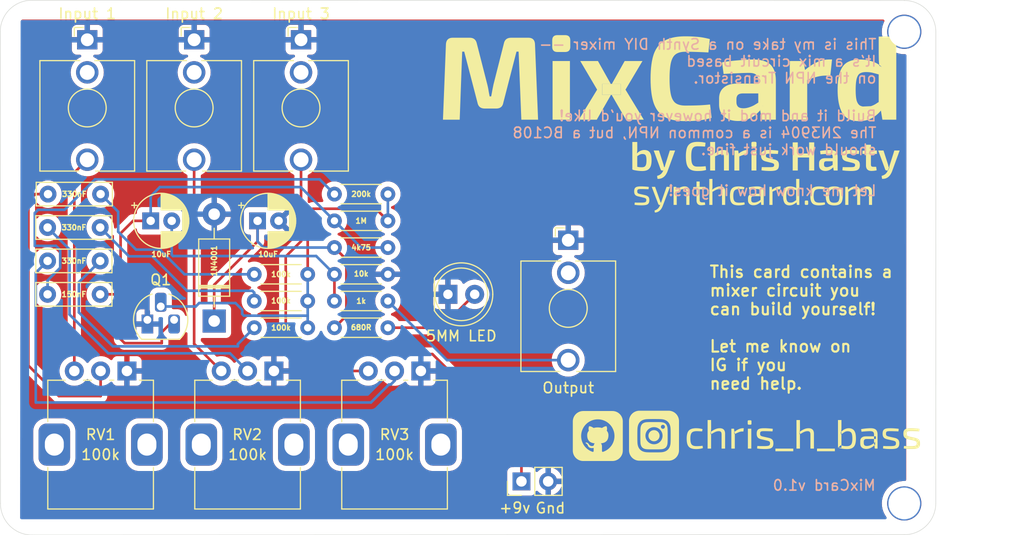
<source format=kicad_pcb>
(kicad_pcb (version 20211014) (generator pcbnew)
  (layers (0 "F.Cu" signal) (31 "B.Cu" signal) (34 "B.Paste" user) (35 "F.Paste" user) (36 "B.SilkS" user "B.Silkscreen") (37 "F.SilkS" user "F.Silkscreen") (38 "B.Mask" user) (39 "F.Mask" user) (44 "Edge.Cuts" user))
  (net 0 "")
  (net 1 "Net-(C1-Pad1)")
  (net 2 "Net-(C1-Pad2)")
  (net 3 "Net-(C2-Pad1)")
  (net 4 "Net-(C2-Pad2)")
  (net 5 "Net-(C3-Pad1)")
  (net 6 "Net-(C3-Pad2)")
  (net 7 "Net-(C4-Pad1)")
  (net 8 "Net-(C4-Pad2)")
  (net 9 "Net-(C5-Pad2)")
  (net 10 "Net-(BT1-Pad1)")
  (net 11 "GND")
  (net 12 "Net-(D2-Pad2)")
  (net 13 "Net-(J1-PadT)")
  (net 15 "Net-(J2-PadT)")
  (net 17 "Net-(J3-PadT)")
  (net 19 "Net-(J4-PadT)")
  (net 21 "Net-(Q1-Pad2)")
  (footprint "Connector_Audio:Jack_3.5mm_QingPu_WQP-PJ398SM_Vertical_CircularHoles" (layer "F.Cu") (at 133.076733 71.3923)
    (fp_text reference "J3")
    (fp_text value "Input 3")
  )
  (footprint "Resistor_THT:R_Axial_DIN0204_L3.6mm_D1.6mm_P5.08mm_Horizontal" (layer "F.Cu") (at 128.631733 98.7623)
    (fp_text reference "R3")
    (fp_text value "100k")
  )
  (footprint "Capacitor_THT:C_Rect_L7.0mm_W2.0mm_P5.00mm" (layer "F.Cu") (at 108.986733 95.5873)
    (fp_text reference "C4")
    (fp_text value "150nF")
  )
  (footprint "Capacitor_THT:CP_Radial_D5.0mm_P2.00mm" (layer "F.Cu") (at 118.786621 88.6023)
    (fp_text reference "C5")
    (fp_text value "10uF")
  )
  (footprint "Connector_Audio:Jack_3.5mm_QingPu_WQP-PJ398SM_Vertical_CircularHoles" (layer "F.Cu") (at 112.756733 71.3923)
    (fp_text reference "J1")
    (fp_text value "Input 1")
  )
  (footprint "Capacitor_THT:C_Rect_L7.0mm_W2.0mm_P5.00mm" (layer "F.Cu") (at 108.986733 92.4123)
    (fp_text reference "C3")
    (fp_text value "330nF")
  )
  (footprint "Resistor_THT:R_Axial_DIN0204_L3.6mm_D1.6mm_P5.08mm_Horizontal" (layer "F.Cu") (at 136.251733 86.0623)
    (fp_text reference "R4")
    (fp_text value "200k")
  )
  (footprint "Resistor_THT:R_Axial_DIN0204_L3.6mm_D1.6mm_P5.08mm_Horizontal" (layer "F.Cu") (at 128.631733 93.6823)
    (fp_text reference "R1")
    (fp_text value "100k")
  )
  (footprint "Resistor_THT:R_Axial_DIN0204_L3.6mm_D1.6mm_P5.08mm_Horizontal" (layer "F.Cu") (at 136.251733 88.6023)
    (fp_text reference "R5")
    (fp_text value "1M")
  )
  (footprint "" (layer "F.Cu") (at 201.549 73.279)
    (fp_text reference "")
    (fp_text value "")
  )
  (footprint "Resistor_THT:R_Axial_DIN0204_L3.6mm_D1.6mm_P5.08mm_Horizontal" (layer "F.Cu") (at 136.251733 93.6823)
    (fp_text reference "R7")
    (fp_text value "10k")
  )
  (footprint "Connector_Audio:Jack_3.5mm_QingPu_WQP-PJ398SM_Vertical_CircularHoles" (layer "F.Cu") (at 122.916733 71.3923)
    (fp_text reference "J2")
    (fp_text value "Input 2")
  )
  (footprint "Capacitor_THT:C_Rect_L7.0mm_W2.0mm_P5.00mm" (layer "F.Cu") (at 108.986733 89.2373)
    (fp_text reference "C2")
    (fp_text value "330nF")
  )
  (footprint "Capacitor_THT:C_Rect_L7.0mm_W2.0mm_P5.00mm" (layer "F.Cu") (at 109.026733 86.0623)
    (fp_text reference "C1")
    (fp_text value "330nF")
  )
  (footprint "LED_THT:LED_D5.0mm" (layer "F.Cu") (at 147.041733 95.5873)
    (fp_text reference "D2")
    (fp_text value "5MM LED")
  )
  (footprint "Resistor_THT:R_Axial_DIN0204_L3.6mm_D1.6mm_P5.08mm_Horizontal" (layer "F.Cu") (at 136.251733 98.7623)
    (fp_text reference "R9")
    (fp_text value "680R")
  )
  (footprint "Resistor_THT:R_Axial_DIN0204_L3.6mm_D1.6mm_P5.08mm_Horizontal" (layer "F.Cu") (at 136.251733 91.1423)
    (fp_text reference "R6")
    (fp_text value "4k75")
  )
  (footprint "Resistor_THT:R_Axial_DIN0204_L3.6mm_D1.6mm_P5.08mm_Horizontal" (layer "F.Cu") (at 136.251733 96.2223)
    (fp_text reference "R8")
    (fp_text value "1k")
  )
  (footprint "Connector_Audio:Jack_3.5mm_QingPu_WQP-PJ398SM_Vertical_CircularHoles" (layer "F.Cu") (at 158.476733 90.4423)
    (fp_text reference "J4")
    (fp_text value "Output")
  )
  (footprint "Potentiometer_THT:Potentiometer_Alps_RK09K_Single_Vertical" (layer "F.Cu") (at 116.526733 102.8723 -90)
    (fp_text reference "RV1")
    (fp_text value "100k")
  )
  (footprint "Diode_THT:D_DO-41_SOD81_P10.16mm_Horizontal" (layer "F.Cu") (at 124.821733 98.1273 90)
    (fp_text reference "D1")
    (fp_text value "1N4001")
  )
  (footprint "Resistor_THT:R_Axial_DIN0204_L3.6mm_D1.6mm_P5.08mm_Horizontal" (layer "F.Cu") (at 128.631733 96.2223)
    (fp_text reference "R2")
    (fp_text value "100k")
  )
  (footprint "Potentiometer_THT:Potentiometer_Alps_RK09K_Single_Vertical" (layer "F.Cu") (at 144.466733 102.8723 -90)
    (fp_text reference "RV3")
    (fp_text value "100k")
  )
  (footprint "Potentiometer_THT:Potentiometer_Alps_RK09K_Single_Vertical" (layer "F.Cu") (at 130.496733 102.8723 -90)
    (fp_text reference "RV2")
    (fp_text value "100k")
  )
  (footprint "Connector_PinHeader_2.54mm:PinHeader_1x02_P2.54mm_Vertical" (layer "F.Cu") (at 154.026733 113.3673 90)
    (fp_text reference "J5")
    (fp_text value "Conn_01x02" hide)
  )
  (footprint "Package_TO_SOT_THT:TO-92L_HandSolder" (layer "F.Cu") (at 118.471733 98.0123)
    (fp_text reference "Q1")
    (fp_text value "2N3904")
  )
  (footprint "" (layer "F.Cu") (at 190.3984 114.3254)
    (fp_text reference "")
    (fp_text value "")
  )
  (footprint "Capacitor_THT:CP_Radial_D5.0mm_P2.00mm" (layer "F.Cu") (at 128.946621 88.6023)
    (fp_text reference "C6")
    (fp_text value "10uF")
  )
  (gr_poly (pts (xy 149.174507 71.201201) (xy 149.238625 71.207551) (xy 149.299391 71.218134) (xy 149.328517 71.225014) (xy 149.356806 71.232951) (xy 149.384256 71.241947) (xy 149.410869 71.252001) (xy 149.436644 71.263114) (xy 149.461581 71.275284) (xy 149.48568 71.288514) (xy 149.508942 71.302801) (xy 149.531365 71.318147) (xy 149.552951 71.334551) (xy 149.573699 71.352014) (xy 149.593609 71.370535) (xy 149.612681 71.390114) (xy 149.630915 71.410751) (xy 149.648311 71.432447) (xy 149.66487 71.455201) (xy 149.680591 71.479014) (xy 149.695473 71.503885) (xy 149.709518 71.529814) (xy 149.722725 71.556801) (xy 149.746626 71.613951) (xy 149.767175 71.675335) (xy 149.784372 71.740952) (xy 150.789083 75.669489) (xy 150.805664 75.737399) (xy 150.821538 75.805661) (xy 150.836707 75.874277) (xy 150.851171 75.943245) (xy 150.864929 76.012566) (xy 150.877982 76.08224) (xy 150.89033 76.152266) (xy 150.901972 76.222645) (xy 150.925254 76.358818) (xy 150.949948 76.496402) (xy 150.976054 76.635396) (xy 151.003572 76.775801) (xy 151.150328 76.775801) (xy 151.177841 76.635396) (xy 151.203946 76.496401) (xy 151.228642 76.358818) (xy 151.251928 76.222645) (xy 151.364817 75.6582) (xy 152.35824 71.740952) (xy 152.365748 71.707614) (xy 152.374159 71.675335) (xy 152.383475 71.644114) (xy 152.393694 71.613952) (xy 152.404818 71.584848) (xy 152.416845 71.556802) (xy 152.429777 71.529814) (xy 152.443612 71.503885) (xy 152.458352 71.479014) (xy 152.473995 71.455202) (xy 152.490543 71.432447) (xy 152.507994 71.410752) (xy 152.52635 71.390114) (xy 152.545609 71.370535) (xy 152.565772 71.352014) (xy 152.58684 71.334551) (xy 152.608811 71.318147) (xy 152.631686 71.302801) (xy 152.655466 71.288514) (xy 152.680149 71.275285) (xy 152.705736 71.263114) (xy 152.732228 71.252001) (xy 152.759623 71.241947) (xy 152.787922 71.232951) (xy 152.817126 71.225014) (xy 152.847233 71.218135) (xy 152.878245 71.212314) (xy 152.91016 71.207551) (xy 152.942979 71.203847) (xy 152.976703 71.201201) (xy 153.01133 71.199614) (xy 153.046862 71.199085) (xy 154.683756 71.199085) (xy 154.721283 71.199702) (xy 154.757663 71.201554) (xy 154.792896 71.204641) (xy 154.826983 71.208962) (xy 154.859924 71.214519) (xy 154.891718 71.22131) (xy 154.922366 71.229335) (xy 154.951867 71.238596) (xy 154.980221 71.249091) (xy 155.007429 71.260821) (xy 155.033491 71.273785) (xy 155.058406 71.287985) (xy 155.082174 71.303419) (xy 155.104796 71.320088) (xy 155.126271 71.337991) (xy 155.1466 71.357129) (xy 155.165783 71.377502) (xy 155.183818 71.39911) (xy 155.200708 71.421952) (xy 155.216451 71.446029) (xy 155.231047 71.471341) (xy 155.244497 71.497888) (xy 155.2568 71.525669) (xy 155.267957 71.554685) (xy 155.277967 71.584936) (xy 155.28683 71.616421) (xy 155.294547 71.649141) (xy 155.301118 71.683096) (xy 155.306542 71.718286) (xy 155.31082 71.75471) (xy 155.315935 71.831263) (xy 155.609446 78.988426) (xy 154.017714 78.988426) (xy 153.758066 72.519886) (xy 153.554865 72.519886) (xy 152.301798 77.385402) (xy 152.294985 77.41874) (xy 152.287246 77.451019) (xy 152.278581 77.48224) (xy 152.268989 77.512403) (xy 152.258472 77.541507) (xy 152.247029 77.569553) (xy 152.23466 77.59654) (xy 152.221364 77.622469) (xy 152.207143 77.64734) (xy 152.191996 77.671153) (xy 152.175922 77.693907) (xy 152.158923 77.715603) (xy 152.140997 77.73624) (xy 152.122146 77.75582) (xy 152.102368 77.77434) (xy 152.081665 77.791803) (xy 152.060035 77.808207) (xy 152.037479 77.823553) (xy 152.013997 77.83784) (xy 151.98959 77.85107) (xy 151.964256 77.86324) (xy 151.937996 77.874353) (xy 151.91081 77.884407) (xy 151.882698 77.893403) (xy 151.85366 77.90134) (xy 151.823696 77.90822) (xy 151.792806 77.91404) (xy 151.760989 77.918803) (xy 151.728247 77.922507) (xy 151.694579 77.925153) (xy 151.659984 77.92674) (xy 151.624464 77.92727) (xy 150.540731 77.92727) (xy 150.470573 77.925153) (xy 150.40403 77.918803) (xy 150.341103 77.90822) (xy 150.310996 77.90134) (xy 150.281792 77.893403) (xy 150.253493 77.884407) (xy 150.226098 77.874353) (xy 150.199606 77.86324) (xy 150.174019 77.85107) (xy 150.149336 77.83784) (xy 150.125556 77.823553) (xy 150.102681 77.808207) (xy 150.080709 77.791803) (xy 150.059642 77.77434) (xy 150.039479 77.75582) (xy 150.020219 77.73624) (xy 150.001864 77.715603) (xy 149.984413 77.693907) (xy 149.967865 77.671153) (xy 149.952222 77.64734) (xy 149.937482 77.622469) (xy 149.923647 77.59654) (xy 149.910715 77.569553) (xy 149.898688 77.541507) (xy 149.887564 77.512403) (xy 149.868029 77.451019) (xy 149.85211 77.385402) (xy 148.587751 72.519886) (xy 148.395842 72.519886) (xy 148.158773 78.988426) (xy 146.567038 78.988426) (xy 146.84926 71.831263) (xy 146.855743 71.75471) (xy 146.860671 71.718286) (xy 146.866723 71.683096) (xy 146.8739 71.649141) (xy 146.882202 71.616421) (xy 146.891627 71.584936) (xy 146.902178 71.554685) (xy 146.913853 71.525669) (xy 146.926652 71.497888) (xy 146.940576 71.471341) (xy 146.955624 71.446029) (xy 146.971797 71.421952) (xy 146.989094 71.39911) (xy 147.007515 71.377502) (xy 147.027061 71.357129) (xy 147.047732 71.337991) (xy 147.069527 71.320087) (xy 147.092447 71.303419) (xy 147.116491 71.287985) (xy 147.141659 71.273785) (xy 147.167952 71.260821) (xy 147.195369 71.249091) (xy 147.223911 71.238596) (xy 147.253578 71.229335) (xy 147.284368 71.221309) (xy 147.316284 71.214518) (xy 147.349324 71.208962) (xy 147.383488 71.204641) (xy 147.418776 71.201554) (xy 147.45519 71.199702) (xy 147.492727 71.199084) (xy 149.107039 71.199084)) (layer "F.SilkS") (width 0) (fill solid))
  (gr_poly (pts (xy 181.178321 86.672301) (xy 181.185803 86.67259) (xy 181.192982 86.673072) (xy 181.199858 86.673747) (xy 181.206431 86.674615) (xy 181.212701 86.675676) (xy 181.218668 86.67693) (xy 181.224331 86.678377) (xy 181.229691 86.680016) (xy 181.234748 86.681849) (xy 181.239502 86.683874) (xy 181.243952 86.686093) (xy 181.2481 86.688504) (xy 181.251944 86.691108) (xy 181.255485 86.693905) (xy 181.258723 86.696895) (xy 181.261714 86.700134) (xy 181.264513 86.703676) (xy 181.267118 86.707521) (xy 181.26953 86.711669) (xy 181.271749 86.716121) (xy 181.273775 86.720876) (xy 181.275609 86.725933) (xy 181.277249 86.731294) (xy 181.278696 86.736958) (xy 181.27995 86.742926) (xy 181.281012 86.749196) (xy 181.28188 86.755769) (xy 181.282555 86.762646) (xy 181.283037 86.769826) (xy 181.283327 86.777308) (xy 181.283423 86.785094) (xy 181.283423 86.975595) (xy 181.283327 86.983381) (xy 181.283037 86.990863) (xy 181.282555 86.998043) (xy 181.28188 87.004919) (xy 181.281012 87.011492) (xy 181.27995 87.017762) (xy 181.278696 87.023729) (xy 181.277249 87.029392) (xy 181.275609 87.034752) (xy 181.273775 87.039809) (xy 181.271749 87.044563) (xy 181.26953 87.049014) (xy 181.267118 87.053161) (xy 181.264513 87.057006) (xy 181.261714 87.060547) (xy 181.258723 87.063785) (xy 181.255485 87.066776) (xy 181.251944 87.069574) (xy 181.2481 87.072179) (xy 181.243952 87.074591) (xy 181.239502 87.07681) (xy 181.234748 87.078836) (xy 181.229691 87.080669) (xy 181.224331 87.082309) (xy 181.218668 87.083756) (xy 181.212701 87.08501) (xy 181.206431 87.086071) (xy 181.199858 87.086939) (xy 181.192982 87.087615) (xy 181.185803 87.088097) (xy 181.178321 87.088387) (xy 181.170535 87.088483) (xy 181.071753 87.088483) (xy 181.064381 87.088387) (xy 181.057256 87.088097) (xy 181.05038 87.087615) (xy 181.043752 87.08694) (xy 181.037372 87.086072) (xy 181.03124 87.085011) (xy 181.025356 87.083757) (xy 181.01972 87.08231) (xy 181.014332 87.080671) (xy 181.009193 87.078838) (xy 181.004301 87.076813) (xy 180.999658 87.074595) (xy 180.995263 87.072183) (xy 180.991115 87.069579) (xy 180.987216 87.066782) (xy 180.983565 87.063792) (xy 180.980575 87.060553) (xy 180.977779 87.057011) (xy 180.975175 87.053166) (xy 180.972763 87.049018) (xy 180.970545 87.044567) (xy 180.96852 87.039813) (xy 180.966688 87.034755) (xy 180.965048 87.029395) (xy 180.963602 87.023731) (xy 180.962348 87.017765) (xy 180.961287 87.011495) (xy 180.960419 87.004923) (xy 180.959744 86.998047) (xy 180.959262 86.990869) (xy 180.958973 86.983387) (xy 180.958877 86.975602) (xy 180.958877 86.785102) (xy 180.958973 86.777316) (xy 180.959262 86.769833) (xy 180.959744 86.762653) (xy 180.960419 86.755777) (xy 180.961287 86.749203) (xy 180.962348 86.742933) (xy 180.963602 86.736966) (xy 180.965048 86.731302) (xy 180.966688 86.725941) (xy 180.96852 86.720883) (xy 180.970545 86.716129) (xy 180.972763 86.711677) (xy 180.975175 86.707529) (xy 180.977779 86.703683) (xy 180.980575 86.700141) (xy 180.983565 86.696902) (xy 180.987217 86.693913) (xy 180.991117 86.691116) (xy 180.995264 86.688511) (xy 180.99966 86.6861) (xy 181.004304 86.683882) (xy 181.009195 86.681857) (xy 181.014335 86.680024) (xy 181.019723 86.678384) (xy 181.025359 86.676938) (xy 181.031242 86.675684) (xy 181.037374 86.674623) (xy 181.043754 86.673755) (xy 181.050382 86.67308) (xy 181.057258 86.672598) (xy 181.064382 86.672308) (xy 181.071753 86.672212) (xy 181.170535 86.672204)) (layer "F.SilkS") (width 0) (fill solid))
  (gr_poly (pts (xy 184.444387 108.241065) (xy 184.443899 108.3) (xy 184.442436 108.356511) (xy 184.44 108.410596) (xy 184.436589 108.462257) (xy 184.435311 108.487542) (xy 184.433429 108.512947) (xy 184.430942 108.538474) (xy 184.42785 108.564122) (xy 184.424153 108.589891) (xy 184.41985 108.615781) (xy 184.414942 108.641793) (xy 184.410779 108.661524) (xy 184.411472 108.660803) (xy 184.440758 108.631759) (xy 184.470166 108.604049) (xy 184.499695 108.577673) (xy 184.529345 108.552631) (xy 184.559116 108.528924) (xy 184.589009 108.50655) (xy 184.619023 108.485511) (xy 184.65019 108.464836) (xy 184.681598 108.445495) (xy 184.713249 108.427487) (xy 184.745143 108.410813) (xy 184.777279 108.395472) (xy 184.809658 108.381465) (xy 184.842279 108.368792) (xy 184.875142 108.357452) (xy 184.908127 108.347446) (xy 184.941112 108.338774) (xy 184.974096 108.331437) (xy 185.007081 108.325434) (xy 185.040066 108.320765) (xy 185.073051 108.31743) (xy 185.106035 108.315429) (xy 185.13902 108.314762) (xy 185.139005 108.314796) (xy 185.181949 108.31569) (xy 185.223467 108.318373) (xy 185.263561 108.322845) (xy 185.302231 108.329105) (xy 185.339475 108.337154) (xy 185.375294 108.346992) (xy 185.409688 108.358619) (xy 185.442658 108.372034) (xy 185.474202 108.387238) (xy 185.504322 108.404231) (xy 185.533016 108.423012) (xy 185.560286 108.443582) (xy 185.586132 108.465941) (xy 185.610552 108.490089) (xy 185.633547 108.516025) (xy 185.655118 108.54375) (xy 185.675324 108.573082) (xy 185.694227 108.604809) (xy 185.711826 108.638931) (xy 185.728121 108.675448) (xy 185.743113 108.71436) (xy 185.756801 108.755667) (xy 185.769185 108.799369) (xy 185.780266 108.845466) (xy 185.790043 108.893957) (xy 185.798516 108.944844) (xy 185.805686 108.998126) (xy 185.811552 109.053803) (xy 185.816114 109.111875) (xy 185.819373 109.172341) (xy 185.821329 109.235203) (xy 185.821981 109.30046) (xy 185.821314 109.360669) (xy 185.819313 109.41906) (xy 185.815978 109.475631) (xy 185.811309 109.530383) (xy 185.805306 109.583316) (xy 185.797969 109.63443) (xy 185.789299 109.683725) (xy 185.779294 109.731201) (xy 185.774216 109.754257) (xy 185.768683 109.776858) (xy 185.762695 109.799005) (xy 185.756253 109.820697) (xy 185.749356 109.841934) (xy 185.742004 109.862716) (xy 185.734197 109.883044) (xy 185.725936 109.902917) (xy 185.71722 109.922335) (xy 185.708049 109.941298) (xy 185.698424 109.959807) (xy 185.688344 109.97786) (xy 185.677809 109.995459) (xy 185.666819 110.012604) (xy 185.655375 110.029293) (xy 185.643476 110.045528) (xy 185.631561 110.060823) (xy 185.619101 110.075663) (xy 185.606095 110.090049) (xy 185.592544 110.103979) (xy 185.578446 110.117455) (xy 185.563803 110.130476) (xy 185.548614 110.143043) (xy 185.53288 110.155154) (xy 185.5166 110.166811) (xy 185.499774 110.178013) (xy 185.482402 110.18876) (xy 185.464484 110.199053) (xy 185.446021 110.20889) (xy 185.427012 110.218273) (xy 185.407457 110.227202) (xy 185.387357 110.235675) (xy 185.367135 110.243194) (xy 185.346246 110.250228) (xy 185.324691 110.256776) (xy 185.302469 110.26284) (xy 185.279579 110.268418) (xy 185.256023 110.273512) (xy 185.2318 110.27812) (xy 185.20691 110.282244) (xy 185.181353 110.285882) (xy 185.155129 110.289035) (xy 185.128238 110.291703) (xy 185.10068 110.293886) (xy 185.072455 110.295584) (xy 185.043563 110.296797) (xy 185.014004 110.297525) (xy 184.983777 110.297767) (xy 184.934301 110.297279) (xy 184.882885 110.295816) (xy 184.829528 110.293378) (xy 184.774228 110.289966) (xy 184.746035 110.287835) (xy 184.71772 110.285343) (xy 184.689284 110.28249) (xy 184.660726 110.279275) (xy 184.632046 110.275699) (xy 184.603245 110.271762) (xy 184.574322 110.267464) (xy 184.545278 110.262805) (xy 184.48731 110.254561) (xy 184.42983 110.245344) (xy 184.372835 110.235156) (xy 184.316327 110.223995) (xy 184.289405 110.217083) (xy 184.262968 110.209928) (xy 184.237016 110.202531) (xy 184.21155 110.194891) (xy 184.186569 110.187009) (xy 184.162073 110.178883) (xy 184.138063 110.170515) (xy 184.114682 110.161956) (xy 184.11453 110.161949) (xy 184.11453 110.161903) (xy 184.114537 110.161903) (xy 184.114682 110.161956) (xy 184.444379 110.177467) (xy 184.443783 109.955121) (xy 184.430559 109.951622) (xy 184.404547 109.944407) (xy 184.378415 109.936828) (xy 184.114537 110.161903) (xy 184.11453 110.161903) (xy 184.11453 108.691181) (xy 184.382306 108.691181) (xy 184.405583 108.912372) (xy 184.440916 108.884906) (xy 184.443783 109.955121) (xy 184.456449 109.958473) (xy 184.482219 109.964961) (xy 184.507867 109.971085) (xy 184.533395 109.976846) (xy 184.558802 109.982243) (xy 184.584088 109.987277) (xy 184.61016 109.991946) (xy 184.63599 109.996251) (xy 184.661578 110.000192) (xy 184.686923 110.003769) (xy 184.712026 110.006982) (xy 184.736886 110.009831) (xy 184.761504 110.012316) (xy 184.785878 110.014438) (xy 184.835597 110.016143) (xy 184.883862 110.017362) (xy 184.930671 110.018093) (xy 184.976026 110.018337) (xy 184.998536 110.017607) (xy 185.02047 110.016393) (xy 185.041828 110.014694) (xy 185.06261 110.01251) (xy 185.082816 110.009841) (xy 185.102446 110.006687) (xy 185.1215 110.003048) (xy 185.139978 109.998925) (xy 185.15788 109.994317) (xy 185.175206 109.989224) (xy 185.191956 109.983646) (xy 185.20813 109.977584) (xy 185.223728 109.971036) (xy 185.238749 109.964004) (xy 185.253195 109.956487) (xy 185.267064 109.948486) (xy 185.280888 109.939891) (xy 185.294227 109.930599) (xy 185.307081 109.920609) (xy 185.319449 109.909923) (xy 185.331333 109.898539) (xy 185.342732 109.886458) (xy 185.353647 109.873679) (xy 185.364076 109.860203) (xy 185.37402 109.84603) (xy 185.383479 109.83116) (xy 185.392453 109.815592) (xy 185.400943 109.799327) (xy 185.408947 109.782365) (xy 185.416467 109.764705) (xy 185.423501 109.746348) (xy 185.430051 109.727294) (xy 185.436161 109.706982) (xy 185.441877 109.685821) (xy 185.447198 109.663811) (xy 185.452125 109.640952) (xy 185.456658 109.617245) (xy 185.460797 109.592688) (xy 185.464541 109.567282) (xy 185.467892 109.541028) (xy 185.47341 109.485972) (xy 185.477351 109.427522) (xy 185.479716 109.365675) (xy 185.480504 109.300434) (xy 185.479898 109.237132) (xy 185.478078 109.177226) (xy 185.475046 109.120715) (xy 185.4708 109.0676) (xy 185.465343 109.017881) (xy 185.458672 108.971557) (xy 185.450789 108.928628) (xy 185.441693 108.889095) (xy 185.4366 108.870041) (xy 185.431022 108.851684) (xy 185.424958 108.834024) (xy 185.41841 108.817062) (xy 185.411377 108.800797) (xy 185.403858 108.785229) (xy 185.395855 108.770359) (xy 185.387366 108.756186) (xy 185.378393 108.74271) (xy 185.368934 108.729932) (xy 185.35899 108.71785) (xy 185.348561 108.706466) (xy 185.337646 108.69578) (xy 185.326247 108.68579) (xy 185.314362 108.676498) (xy 185.301991 108.667903) (xy 185.289532 108.659915) (xy 185.276405 108.652442) (xy 185.262611 108.645484) (xy 185.24815 108.639041) (xy 185.233022 108.633114) (xy 185.217227 108.627703) (xy 185.200765 108.622806) (xy 185.183636 108.618425) (xy 185.16584 108.61456) (xy 185.147376 108.61121) (xy 185.128246 108.608375) (xy 185.108449 108.606055) (xy 185.087984 108.604251) (xy 185.066853 108.602963) (xy 185.045054 108.60219) (xy 185.022588 108.601932) (xy 185.003246 108.602265) (xy 184.984026 108.603266) (xy 184.964927 108.604933) (xy 184.945948 108.607268) (xy 184.927091 108.610269) (xy 184.908355 108.613937) (xy 184.889741 108.618273) (xy 184.871247 108.623275) (xy 184.852875 108.628944) (xy 184.834624 108.63528) (xy 184.816494 108.642283) (xy 184.798486 108.649953) (xy 184.780599 108.658289) (xy 184.762833 108.667293) (xy 184.745189 108.676964) (xy 184.727666 108.687301) (xy 184.692074 108.708643) (xy 184.655149 108.731926) (xy 184.61689 108.757149) (xy 184.577296 108.784313) (xy 184.536369 108.813417) (xy 184.494108 108.844461) (xy 184.450513 108.877446) (xy 184.440916 108.884906) (xy 184.44048 108.722255) (xy 184.409429 108.667926) (xy 184.410779 108.661524) (xy 184.382306 108.691181) (xy 184.11453 108.691181) (xy 184.11453 107.534809) (xy 184.444387 107.534805)) (layer "F.SilkS") (width 0) (fill solid))
  (gr_poly (pts (xy 189.656698 78.988426) (xy 188.335897 78.988426) (xy 188.192896 78.120891) (xy 188.191622 78.122531) (xy 188.14532 78.178932) (xy 188.09743 78.234185) (xy 188.047953 78.288293) (xy 187.996889 78.341254) (xy 187.944237 78.393068) (xy 187.889997 78.443735) (xy 187.834171 78.493257) (xy 187.776756 78.541631) (xy 187.717754 78.588859) (xy 187.657165 78.634941) (xy 187.594988 78.679876) (xy 187.531223 78.723664) (xy 187.465871 78.766306) (xy 187.398932 78.807802) (xy 187.330228 78.846078) (xy 187.259584 78.881885) (xy 187.187 78.915223) (xy 187.112476 78.946091) (xy 187.036011 78.97449) (xy 186.957606 79.000419) (xy 186.877261 79.023879) (xy 186.794975 79.044869) (xy 186.710749 79.06339) (xy 186.624583 79.079441) (xy 186.536477 79.093023) (xy 186.44643 79.104136) (xy 186.354443 79.112779) (xy 186.260515 79.118953) (xy 186.164647 79.122657) (xy 186.066839 79.123891) (xy 185.935164 79.120893) (xy 185.808252 79.111897) (xy 185.686102 79.096904) (xy 185.568715 79.075914) (xy 185.45609 79.048926) (xy 185.348228 79.015941) (xy 185.245129 78.976959) (xy 185.146791 78.93198) (xy 185.053217 78.881003) (xy 184.964405 78.82403) (xy 184.880355 78.761059) (xy 184.801068 78.692091) (xy 184.726544 78.617125) (xy 184.656782 78.536163) (xy 184.591782 78.449203) (xy 184.531546 78.356246) (xy 184.476866 78.257688) (xy 184.425714 78.153927) (xy 184.378089 78.044963) (xy 184.333992 77.930795) (xy 184.302101 77.836958) (xy 188.245533 77.6549) (xy 188.321733 77.9851) (xy 188.192896 78.120891) (xy 188.236336 78.064984) (xy 188.200755 78.052894) (xy 187.887425 77.523703) (xy 187.991533 77.3755) (xy 187.985945 77.303715) (xy 187.985945 77.836958) (xy 184.302101 77.836958) (xy 184.293423 77.811424) (xy 184.256381 77.686849) (xy 184.222868 77.557071) (xy 184.192882 77.422089) (xy 184.166423 77.281904) (xy 184.143493 77.136516) (xy 184.12409 76.985923) (xy 184.108215 76.830128) (xy 184.095867 76.669129) (xy 184.087048 76.502926) (xy 184.081756 76.33152) (xy 184.079992 76.154911) (xy 184.080146 76.143623) (xy 185.795897 76.143623) (xy 185.797308 76.305195) (xy 185.801541 76.45689) (xy 185.808597 76.598707) (xy 185.818475 76.730646) (xy 185.831175 76.852707) (xy 185.846696 76.96489) (xy 185.86504 77.067196) (xy 185.886206 77.159624) (xy 185.899303 77.201163) (xy 185.913193 77.241115) (xy 185.927878 77.27948) (xy 185.943356 77.316257) (xy 185.959628 77.351447) (xy 185.976694 77.385049) (xy 185.994553 77.417063) (xy 186.013207 77.44749) (xy 186.032653 77.47633) (xy 186.052894 77.503582) (xy 186.073929 77.529247) (xy 186.095757 77.553324) (xy 186.118379 77.575813) (xy 186.141795 77.596716) (xy 186.166004 77.61603) (xy 186.191008 77.633757) (xy 186.218261 77.648794) (xy 186.246395 77.662862) (xy 186.275412 77.675958) (xy 186.30531 77.688085) (xy 186.33609 77.699242) (xy 186.367752 77.709428) (xy 186.400296 77.718645) (xy 186.433722 77.726891) (xy 186.468029 77.734167) (xy 186.503219 77.740473) (xy 186.53929 77.745808) (xy 186.576244 77.750174) (xy 186.614079 77.75357) (xy 186.652797 77.755995) (xy 186.692396 77.75745) (xy 186.732878 77.757935) (xy 186.80502 77.757053) (xy 186.874693 77.754407) (xy 186.941897 77.749998) (xy 187.006632 77.743824) (xy 187.068898 77.735887) (xy 187.128695 77.726185) (xy 187.186022 77.71472) (xy 187.240881 77.701491) (xy 187.294505 77.683676) (xy 187.348128 77.664097) (xy 187.401751 77.642753) (xy 187.455373 77.619646) (xy 187.508995 77.594776) (xy 187.562616 77.568141) (xy 187.616238 77.539742) (xy 187.669859 77.509579) (xy 187.781339 77.438318) (xy 187.901283 77.360001) (xy 187.985945 77.303715) (xy 187.985945 74.686857) (xy 187.995114 74.689472) (xy 188.067733 74.5561) (xy 188.290739 73.987443) (xy 188.238043 73.940303) (xy 188.184377 73.894838) (xy 188.129741 73.85105) (xy 188.074134 73.808937) (xy 188.031138 73.778207) (xy 188.037452 73.85127) (xy 188.321733 73.9973) (xy 188.220133 74.4291) (xy 187.985945 74.686857) (xy 187.81943 74.639377) (xy 187.650804 74.593516) (xy 187.489233 74.551888) (xy 187.450736 74.540952) (xy 187.411445 74.530721) (xy 187.330482 74.512377) (xy 187.246344 74.496855) (xy 187.159031 74.484155) (xy 187.068543 74.474277) (xy 186.97488 74.467222) (xy 186.878042 74.462988) (xy 186.778029 74.461577) (xy 186.734814 74.462062) (xy 186.692658 74.463517) (xy 186.65156 74.465943) (xy 186.61152 74.469338) (xy 186.572538 74.473704) (xy 186.534615 74.47904) (xy 186.49775 74.485346) (xy 186.461943 74.492622) (xy 186.427194 74.500868) (xy 186.393503 74.510084) (xy 186.360871 74.520271) (xy 186.329297 74.531427) (xy 186.298781 74.543554) (xy 186.269324 74.556651) (xy 186.240924 74.570718) (xy 186.213583 74.585755) (xy 186.200287 74.593748) (xy 186.187212 74.602203) (xy 186.174357 74.611122) (xy 186.161723 74.620504) (xy 186.149309 74.630348) (xy 186.137116 74.640656) (xy 186.113391 74.662661) (xy 186.090549 74.686517) (xy 186.068588 74.712226) (xy 186.04751 74.739787) (xy 186.027313 74.769199) (xy 186.007999 74.800464) (xy 185.989567 74.833581) (xy 185.972017 74.868551) (xy 185.955349 74.905372) (xy 185.939563 74.944045) (xy 185.924659 74.984571) (xy 185.910637 75.026948) (xy 185.897497 75.071178) (xy 185.885194 75.1177) (xy 185.873685 75.166957) (xy 185.862969 75.218948) (xy 185.853047 75.273672) (xy 185.835584 75.391324) (xy 185.821297 75.519911) (xy 185.810184 75.659435) (xy 185.802247 75.809895) (xy 185.797484 75.971291) (xy 185.795897 76.143623) (xy 184.080146 76.143623) (xy 184.083697 75.883271) (xy 184.094809 75.627154) (xy 184.113331 75.38656) (xy 184.13926 75.161487) (xy 184.172598 74.951937) (xy 184.213344 74.757909) (xy 184.236495 74.666716) (xy 184.261498 74.579404) (xy 184.288353 74.495972) (xy 184.31706 74.41642) (xy 184.347576 74.338853) (xy 184.379855 74.264196) (xy 184.413898 74.19245) (xy 184.449705 74.123614) (xy 184.487275 74.057689) (xy 184.52661 73.994674) (xy 184.567709 73.934569) (xy 184.610572 73.877375) (xy 184.655199 73.823091) (xy 184.701589 73.771718) (xy 184.749743 73.723255) (xy 184.799662 73.677703) (xy 184.851344 73.635061) (xy 184.90479 73.595329) (xy 184.96 73.558508) (xy 185.016973 73.524597) (xy 185.077123 73.493155) (xy 185.139036 73.463742) (xy 185.202713 73.436358) (xy 185.268154 73.411002) (xy 185.335359 73.387675) (xy 185.404327 73.366376) (xy 185.47506 73.347105) (xy 185.547556 73.329863) (xy 185.621816 73.31465) (xy 185.69784 73.301464) (xy 185.775627 73.290308) (xy 185.855179 73.28118) (xy 185.936494 73.27408) (xy 186.019573 73.269009) (xy 186.104416 73.265966) (xy 186.191023 73.264952) (xy 186.191008 73.264953) (xy 186.339703 73.267599) (xy 186.486634 73.275537) (xy 186.631802 73.288766) (xy 186.775206 73.307287) (xy 186.916846 73.331099) (xy 187.056722 73.360203) (xy 187.194834 73.394599) (xy 187.331182 73.434287) (xy 187.398431 73.456291) (xy 187.464709 73.479971) (xy 187.530017 73.505327) (xy 187.594355 73.532359) (xy 187.657723 73.561066) (xy 187.720121 73.591449) (xy 187.781548 73.623508) (xy 187.842006 73.657242) (xy 187.901493 73.692652) (xy 187.96001 73.729738) (xy 188.017557 73.7685) (xy 188.031138 73.778207) (xy 188.022636 73.67982) (xy 188.009231 73.506959) (xy 187.997236 73.332687) (xy 187.992295 73.151359) (xy 187.988767 72.96862) (xy 187.98665 72.784469) (xy 187.985945 72.598908) (xy 187.985945 71.086196) (xy 189.656698 71.086196)) (layer "F.SilkS") (width 0) (fill solid))
  (gr_poly (pts (xy 170.753047 81.096244) (xy 170.840846 81.096971) (xy 170.921853 81.099154) (xy 170.996068 81.102792) (xy 171.030628 81.105156) (xy 171.063491 81.107885) (xy 171.095202 81.110015) (xy 171.126308 81.112507) (xy 171.156806 81.11536) (xy 171.186698 81.118575) (xy 171.215984 81.12215) (xy 171.244664 81.126087) (xy 171.272737 81.130386) (xy 171.300204 81.135045) (xy 171.32749 81.139168) (xy 171.355018 81.143776) (xy 171.382789 81.148869) (xy 171.410802 81.154448) (xy 171.439058 81.160511) (xy 171.467556 81.167061) (xy 171.496296 81.174095) (xy 171.525279 81.181615) (xy 171.482589 81.542506) (xy 171.423411 81.538854) (xy 171.366174 81.535697) (xy 171.310876 81.533034) (xy 171.257518 81.530866) (xy 171.20416 81.527214) (xy 171.148862 81.524056) (xy 171.091624 81.521394) (xy 171.032447 81.519225) (xy 170.971328 81.517519) (xy 170.904388 81.5163) (xy 170.831628 81.515569) (xy 170.753047 81.515325) (xy 170.725292 81.515673) (xy 170.698295 81.516719) (xy 170.672056 81.518463) (xy 170.646575 81.520903) (xy 170.621851 81.524041) (xy 170.597886 81.527876) (xy 170.574679 81.532408) (xy 170.552229 81.537638) (xy 170.530537 81.543564) (xy 170.509603 81.550189) (xy 170.489427 81.55751) (xy 170.47001 81.565528) (xy 170.451349 81.574244) (xy 170.433447 81.583657) (xy 170.416303 81.593768) (xy 170.399917 81.604575) (xy 170.384197 81.616201) (xy 170.369054 81.628767) (xy 170.354487 81.642273) (xy 170.340495 81.656719) (xy 170.32708 81.672105) (xy 170.314241 81.68843) (xy 170.301978 81.705696) (xy 170.290291 81.723901) (xy 170.27918 81.743046) (xy 170.268645 81.763131) (xy 170.258686 81.784156) (xy 170.249303 81.806121) (xy 170.240496 81.829026) (xy 170.232266 81.85287) (xy 170.224611 81.877654) (xy 170.217532 81.903379) (xy 170.205708 81.958252) (xy 170.19546 82.018098) (xy 170.186789 82.082915) (xy 170.179695 82.152705) (xy 170.174177 82.227466) (xy 170.170236 82.3072) (xy 170.167871 82.391905) (xy 170.167083 82.481582) (xy 170.167871 82.571259) (xy 170.170236 82.655965) (xy 170.174177 82.735698) (xy 170.179695 82.81046) (xy 170.186789 82.880249) (xy 170.19546 82.945066) (xy 170.205708 83.004912) (xy 170.217532 83.059785) (xy 170.224611 83.085509) (xy 170.232267 83.110293) (xy 170.240498 83.134137) (xy 170.249305 83.157042) (xy 170.258688 83.179006) (xy 170.268648 83.200031) (xy 170.279183 83.220116) (xy 170.290294 83.239261) (xy 170.301981 83.257466) (xy 170.314244 83.274732) (xy 170.327083 83.291058) (xy 170.340497 83.306443) (xy 170.354488 83.320889) (xy 170.369055 83.334396) (xy 170.384198 83.346962) (xy 170.399917 83.358588) (xy 170.416303 83.369396) (xy 170.433447 83.379506) (xy 170.451349 83.388919) (xy 170.47001 83.397635) (xy 170.489427 83.405654) (xy 170.509603 83.412975) (xy 170.530537 83.419599) (xy 170.552229 83.425526) (xy 170.574679 83.430756) (xy 170.597886 83.435288) (xy 170.621851 83.439123) (xy 170.646575 83.442261) (xy 170.672056 83.444701) (xy 170.698295 83.446444) (xy 170.725292 83.44749) (xy 170.753047 83.447839) (xy 170.87771 83.447351) (xy 170.991702 83.445889) (xy 171.095022 83.443452) (xy 171.187671 83.44004) (xy 171.276438 83.433734) (xy 171.364236 83.426459) (xy 171.451064 83.418215) (xy 171.536921 83.409) (xy 171.579612 83.766011) (xy 171.535774 83.779109) (xy 171.491572 83.791236) (xy 171.447006 83.802393) (xy 171.402076 83.812579) (xy 171.356783 83.821795) (xy 171.311125 83.830041) (xy 171.265104 83.837316) (xy 171.218718 83.843621) (xy 171.170696 83.849078) (xy 171.119763 83.853806) (xy 171.065921 83.857807) (xy 171.009168 83.861081) (xy 170.949504 83.863627) (xy 170.88693 83.865446) (xy 170.821446 83.866537) (xy 170.753051 83.866901) (xy 170.70324 83.866385) (xy 170.654702 83.864839) (xy 170.607438 83.862262) (xy 170.561447 83.858654) (xy 170.51673 83.854016) (xy 170.473286 83.848347) (xy 170.431115 83.841647) (xy 170.390218 83.833916) (xy 170.350594 83.825154) (xy 170.312243 83.815362) (xy 170.275166 83.804539) (xy 170.239362 83.792685) (xy 170.204831 83.7798) (xy 170.171573 83.765885) (xy 170.139589 83.750939) (xy 170.108878 83.734962) (xy 170.079319 83.717333) (xy 170.050791 83.6984) (xy 170.023293 83.678163) (xy 169.996827 83.656623) (xy 169.971391 83.63378) (xy 169.946986 83.609632) (xy 169.923612 83.584181) (xy 169.901268 83.557427) (xy 169.879955 83.529368) (xy 169.859673 83.500006) (xy 169.840422 83.469341) (xy 169.822201 83.437372) (xy 169.805012 83.404099) (xy 169.788853 83.369522) (xy 169.773725 83.333642) (xy 169.759627 83.296458) (xy 169.74694 83.257804) (xy 169.73507 83.217513) (xy 169.72402 83.175585) (xy 169.713788 83.132019) (xy 169.704375 83.086817) (xy 169.69578 83.039977) (xy 169.688004 82.9915) (xy 169.681046 82.941387) (xy 169.674907 82.889636) (xy 169.669586 82.836248) (xy 169.661401 82.72456) (xy 169.65649 82.606324) (xy 169.654853 82.48154) (xy 169.65649 82.356755) (xy 169.661401 82.23852) (xy 169.669586 82.126832) (xy 169.681046 82.021693) (xy 169.69578 81.923103) (xy 169.713788 81.831061) (xy 169.73507 81.745568) (xy 169.74694 81.705277) (xy 169.759627 81.666623) (xy 169.773725 81.629455) (xy 169.788853 81.59362) (xy 169.805012 81.559119) (xy 169.822201 81.525953) (xy 169.840422 81.49412) (xy 169.859673 81.463621) (xy 169.879955 81.434456) (xy 169.901268 81.406625) (xy 169.923612 81.380128) (xy 169.946986 81.354965) (xy 169.971391 81.331136) (xy 169.996827 81.308641) (xy 170.023293 81.287479) (xy 170.050791 81.267652) (xy 170.079319 81.249159) (xy 170.108878 81.232) (xy 170.139589 81.215552) (xy 170.171573 81.200166) (xy 170.204831 81.185842) (xy 170.239362 81.172578) (xy 170.275166 81.160375) (xy 170.312244 81.149234) (xy 170.350595 81.139153) (xy 170.390219 81.130134) (xy 170.431117 81.122176) (xy 170.473287 81.115279) (xy 170.516732 81.109443) (xy 170.561449 81.104668) (xy 170.607439 81.100954) (xy 170.654703 81.098301) (xy 170.70324 81.09671) (xy 170.753051 81.096179)) (layer "F.SilkS") (width 0) (fill solid))
  (gr_poly (pts (xy 187.283878 82.241012) (xy 186.438254 82.241012) (xy 186.438254 81.934447) (xy 187.283878 81.916866)) (layer "F.SilkS") (width 0) (fill solid))
  (gr_poly (pts (xy 170.968211 85.370454) (xy 170.696574 85.370454) (xy 170.668357 85.371924) (xy 170.668357 84.862495) (xy 170.968211 84.862455)) (layer "F.SilkS") (width 0) (fill solid))
  (gr_poly (pts (xy 170.677396 108.315284) (xy 170.723721 108.316747) (xy 170.77247 108.319185) (xy 170.823644 108.322597) (xy 170.849897 108.324728) (xy 170.876272 108.32722) (xy 170.902769 108.330073) (xy 170.929387 108.333288) (xy 170.956127 108.336864) (xy 170.982988 108.340801) (xy 171.009971 108.345099) (xy 171.037076 108.349758) (xy 171.064906 108.354851) (xy 171.092129 108.360429) (xy 171.118747 108.366493) (xy 171.144759 108.373041) (xy 171.170165 108.380075) (xy 171.194966 108.387593) (xy 171.21916 108.395597) (xy 171.242749 108.404087) (xy 171.200063 108.617519) (xy 171.135063 108.612184) (xy 171.068124 108.60782) (xy 170.999245 108.604425) (xy 170.928426 108.602001) (xy 170.861002 108.598588) (xy 170.798428 108.59615) (xy 170.740704 108.594687) (xy 170.687833 108.5942) (xy 170.63302 108.59517) (xy 170.581118 108.59808) (xy 170.556258 108.600264) (xy 170.532126 108.602932) (xy 170.508722 108.606085) (xy 170.486045 108.609723) (xy 170.464096 108.613846) (xy 170.442874 108.618455) (xy 170.42238 108.623548) (xy 170.402613 108.629127) (xy 170.383574 108.63519) (xy 170.365263 108.641739) (xy 170.347679 108.648773) (xy 170.330823 108.656291) (xy 170.314619 108.664416) (xy 170.29899 108.673269) (xy 170.283938 108.682849) (xy 170.269461 108.693157) (xy 170.255561 108.704193) (xy 170.242236 108.715956) (xy 170.229488 108.728446) (xy 170.217316 108.741664) (xy 170.205719 108.75561) (xy 170.194699 108.770284) (xy 170.184255 108.785684) (xy 170.174387 108.801813) (xy 170.165095 108.818669) (xy 170.156379 108.836253) (xy 170.148239 108.854564) (xy 170.140676 108.873603) (xy 170.133626 108.893476) (xy 170.127031 108.914288) (xy 170.120892 108.936041) (xy 170.115207 108.958733) (xy 170.109977 108.982365) (xy 170.105201 109.006937) (xy 170.100881 109.032448) (xy 170.097015 109.0589) (xy 170.093605 109.086291) (xy 170.090649 109.114622) (xy 170.088148 109.143893) (xy 170.086101 109.174103) (xy 170.08451 109.205254) (xy 170.083373 109.237344) (xy 170.082463 109.304344) (xy 170.083373 109.371405) (xy 170.086101 109.434828) (xy 170.090649 109.494614) (xy 170.097015 109.550761) (xy 170.105201 109.60327) (xy 170.115207 109.65214) (xy 170.120892 109.675211) (xy 170.127031 109.697373) (xy 170.133626 109.718625) (xy 170.140676 109.738967) (xy 170.14824 109.758006) (xy 170.156381 109.776318) (xy 170.165098 109.793901) (xy 170.17439 109.810758) (xy 170.184258 109.826886) (xy 170.194703 109.842287) (xy 170.205723 109.85696) (xy 170.217319 109.870906) (xy 170.229491 109.884124) (xy 170.242238 109.896615) (xy 170.255562 109.908378) (xy 170.269462 109.919413) (xy 170.283938 109.929721) (xy 170.298991 109.939302) (xy 170.314619 109.948154) (xy 170.330823 109.956279) (xy 170.347679 109.963798) (xy 170.365263 109.970832) (xy 170.383574 109.97738) (xy 170.402613 109.983444) (xy 170.42238 109.989022) (xy 170.442874 109.994116) (xy 170.464096 109.998724) (xy 170.486045 110.002848) (xy 170.508722 110.006486) (xy 170.532126 110.009639) (xy 170.556258 110.012307) (xy 170.581118 110.01449) (xy 170.606705 110.016188) (xy 170.63302 110.017401) (xy 170.660063 110.018128) (xy 170.687833 110.018371) (xy 170.719123 110.018127) (xy 170.754776 110.017396) (xy 170.794794 110.016178) (xy 170.839177 110.014472) (xy 170.886471 110.012284) (xy 170.935221 110.009614) (xy 170.985425 110.006464) (xy 171.037084 110.002834) (xy 171.090686 109.998454) (xy 171.142833 109.993113) (xy 171.16836 109.990083) (xy 171.193523 109.986812) (xy 171.218322 109.983302) (xy 171.242757 109.979553) (xy 171.277684 110.200744) (xy 171.241365 110.212932) (xy 171.204197 110.224271) (xy 171.166181 110.234761) (xy 171.127315 110.244401) (xy 171.0876 110.253193) (xy 171.047036 110.261136) (xy 171.005623 110.268229) (xy 170.963361 110.274475) (xy 170.921645 110.279931) (xy 170.879929 110.284661) (xy 170.838214 110.288662) (xy 170.796498 110.291936) (xy 170.754783 110.294482) (xy 170.713068 110.296301) (xy 170.671352 110.297392) (xy 170.629636 110.297756) (xy 170.550146 110.29624) (xy 170.511901 110.294345) (xy 170.474657 110.291692) (xy 170.438414 110.288282) (xy 170.40317 110.284113) (xy 170.368927 110.279187) (xy 170.335685 110.273503) (xy 170.303443 110.267061) (xy 170.272201 110.25986) (xy 170.24196 110.251903) (xy 170.21272 110.243187) (xy 170.18448 110.233713) (xy 170.15724 110.223481) (xy 170.131002 110.212492) (xy 170.105763 110.200744) (xy 170.08145 110.188148) (xy 170.057985 110.174611) (xy 170.035369 110.160135) (xy 170.013602 110.14472) (xy 169.992683 110.128364) (xy 169.972613 110.111068) (xy 169.953392 110.092833) (xy 169.93502 110.073657) (xy 169.917496 110.053542) (xy 169.900821 110.032487) (xy 169.884996 110.010492) (xy 169.870019 109.987558) (xy 169.855891 109.963683) (xy 169.842612 109.938869) (xy 169.830182 109.913115) (xy 169.818601 109.886421) (xy 169.808263 109.858681) (xy 169.798591 109.829789) (xy 169.789587 109.799745) (xy 169.78125 109.768549) (xy 169.77358 109.7362) (xy 169.766577 109.7027) (xy 169.76024 109.668048) (xy 169.754571 109.632244) (xy 169.749569 109.595288) (xy 169.745233 109.557179) (xy 169.741565 109.517919) (xy 169.738564 109.477507) (xy 169.736229 109.435942) (xy 169.734562 109.393225) (xy 169.733561 109.349357) (xy 169.733228 109.304336) (xy 169.734622 109.215447) (xy 169.738805 109.131165) (xy 169.745778 109.051493) (xy 169.755539 108.976428) (xy 169.761466 108.940624) (xy 169.768089 108.905972) (xy 169.775411 108.872471) (xy 169.783429 108.840123) (xy 169.792145 108.808927) (xy 169.801558 108.778883) (xy 169.811669 108.749991) (xy 169.822476 108.722251) (xy 169.834057 108.695572) (xy 169.846487 108.669864) (xy 169.859766 108.645125) (xy 169.873893 108.621357) (xy 169.88887 108.598558) (xy 169.904695 108.57673) (xy 169.921369 108.555872) (xy 169.938892 108.535984) (xy 169.957264 108.517067) (xy 169.976485 108.499119) (xy 169.996555 108.482142) (xy 170.017474 108.466135) (xy 170.039242 108.451098) (xy 170.061859 108.437031) (xy 170.085324 108.423934) (xy 170.109639 108.411807) (xy 170.134877 108.40006) (xy 170.161116 108.38907) (xy 170.188356 108.378839) (xy 170.216595 108.369365) (xy 170.245836 108.360649) (xy 170.276077 108.352691) (xy 170.307319 108.345491) (xy 170.339561 108.339049) (xy 170.372803 108.333365) (xy 170.407046 108.328438) (xy 170.442289 108.32427) (xy 170.478533 108.320859) (xy 170.515777 108.318206) (xy 170.554022 108.316312) (xy 170.593266 108.315175) (xy 170.633503 108.314796)) (layer "F.SilkS") (width 0) (fill solid))
  (gr_poly (pts (xy 161.186144 78.988426) (xy 159.48152 78.988426) (xy 161.220011 76.132334) (xy 159.616983 73.411709) (xy 161.299032 73.411709) (xy 162.519499 75.590467) (xy 161.705431 75.590467) (xy 161.705431 76.629046) (xy 162.538357 76.629046)) (layer "F.SilkS") (width 0) (fill solid))
  (gr_poly (pts (xy 187.245414 81.915046) (xy 186.837432 81.983654) (xy 186.775878 81.916866) (xy 186.775878 81.371806) (xy 187.245414 81.371764)) (layer "F.SilkS") (width 0) (fill solid))
  (gr_poly (pts (xy 172.437228 81.802507) (xy 172.436986 81.838159) (xy 172.436258 81.873327) (xy 172.435046 81.90801) (xy 172.433349 81.942207) (xy 172.431166 81.97592) (xy 172.428499 82.009147) (xy 172.425347 82.04189) (xy 172.42171 82.074147) (xy 172.418618 82.104646) (xy 172.415163 82.134053) (xy 172.411344 82.162369) (xy 172.407161 82.189594) (xy 172.40628 82.194658) (xy 172.402288 82.197656) (xy 172.34796 82.24101) (xy 172.410232 82.440854) (xy 172.43336 82.48367) (xy 172.43336 83.820403) (xy 171.963813 83.820403) (xy 171.963813 81.104011) (xy 172.43333 81.104007)) (layer "F.SilkS") (width 0) (fill solid))
  (gr_poly (pts (xy 185.770743 85.32812) (xy 185.797684 85.328589) (xy 185.823825 85.329995) (xy 185.849166 85.332337) (xy 185.873709 85.335617) (xy 185.897452 85.339834) (xy 185.920396 85.344988) (xy 185.942541 85.351079) (xy 185.963886 85.358107) (xy 185.984433 85.366072) (xy 186.00418 85.374974) (xy 186.023128 85.384813) (xy 186.041276 85.395589) (xy 186.058626 85.407302) (xy 186.075176 85.419952) (xy 186.090928 85.43354) (xy 186.10588 85.448064) (xy 186.119991 85.463085) (xy 186.133221 85.479043) (xy 186.145568 85.495937) (xy 186.157034 85.513769) (xy 186.167617 85.532538) (xy 186.177318 85.552244) (xy 186.186137 85.572887) (xy 186.194075 85.594467) (xy 186.20113 85.616984) (xy 186.205737 85.634486) (xy 186.176429 85.659736) (xy 186.220531 85.716423) (xy 186.225821 85.848618) (xy 186.225821 87.088483) (xy 185.936545 87.088483) (xy 185.936545 85.885511) (xy 185.936283 85.865171) (xy 185.935498 85.845603) (xy 185.934189 85.826806) (xy 185.932355 85.808782) (xy 185.929999 85.791529) (xy 185.927118 85.775047) (xy 185.923714 85.759337) (xy 185.919786 85.744399) (xy 185.915335 85.730233) (xy 185.91036 85.716839) (xy 185.904861 85.704216) (xy 185.898839 85.692364) (xy 185.892293 85.681285) (xy 185.885223 85.670977) (xy 185.87763 85.661441) (xy 185.869513 85.652677) (xy 185.860873 85.644132) (xy 185.851709 85.636139) (xy 185.842021 85.628697) (xy 185.83181 85.621806) (xy 185.821075 85.615467) (xy 185.809816 85.609679) (xy 185.798033 85.604442) (xy 185.785727 85.599756) (xy 185.772898 85.595622) (xy 185.759545 85.592039) (xy 185.745668 85.589007) (xy 185.731268 85.586526) (xy 185.716345 85.584597) (xy 185.700898 85.583219) (xy 185.684927 85.582392) (xy 185.668433 85.582116) (xy 185.646441 85.582557) (xy 185.624559 85.58388) (xy 185.602786 85.586085) (xy 185.581124 85.589171) (xy 185.559571 85.59314) (xy 185.538129 85.59799) (xy 185.516796 85.603722) (xy 185.495574 85.610336) (xy 185.474959 85.617941) (xy 185.453682 85.62665) (xy 185.431743 85.636461) (xy 185.409143 85.647375) (xy 185.385881 85.659392) (xy 185.361959 85.672511) (xy 185.337374 85.686732) (xy 185.312129 85.702056) (xy 185.286718 85.718593) (xy 185.259873 85.736452) (xy 185.201885 85.77614) (xy 185.138165 85.821119) (xy 185.103995 85.845852) (xy 185.103995 87.088483) (xy 184.80413 87.088483) (xy 184.80413 85.659724) (xy 185.084832 85.641254) (xy 185.110232 85.793654) (xy 185.103995 85.845852) (xy 185.103995 85.751453) (xy 185.072246 85.698533) (xy 185.068572 85.641606) (xy 185.047542 85.659724) (xy 184.80413 85.659724) (xy 184.80413 85.370454) (xy 185.051074 85.37045) (xy 185.068572 85.641606) (xy 185.09412 85.619596) (xy 185.140367 85.582113) (xy 185.186283 85.547277) (xy 185.209117 85.53085) (xy 185.231869 85.515086) (xy 185.254537 85.499982) (xy 185.277123 85.48554) (xy 185.299627 85.47176) (xy 185.322047 85.458641) (xy 185.344385 85.446184) (xy 185.366641 85.434388) (xy 185.388813 85.423253) (xy 185.410903 85.41278) (xy 185.43298 85.402527) (xy 185.455111 85.392936) (xy 185.477298 85.384006) (xy 185.49954 85.375737) (xy 185.521837 85.36813) (xy 185.544189 85.361185) (xy 185.566596 85.354901) (xy 185.589058 85.349278) (xy 185.611575 85.344317) (xy 185.634148 85.340017) (xy 185.656775 85.336379) (xy 185.679457 85.333403) (xy 185.702194 85.331087) (xy 185.724986 85.329434) (xy 185.747834 85.328442) (xy 185.770736 85.328111)) (layer "F.SilkS") (width 0) (fill solid))
  (gr_poly (pts (xy 169.561058 85.328582) (xy 169.588798 85.329967) (xy 169.615628 85.332275) (xy 169.641549 85.335507) (xy 169.666561 85.339661) (xy 169.690662 85.344739) (xy 169.713855 85.350741) (xy 169.736138 85.357665) (xy 169.757511 85.365513) (xy 169.777975 85.374285) (xy 169.797529 85.383979) (xy 169.816174 85.394597) (xy 169.83391 85.406138) (xy 169.850736 85.418602) (xy 169.866652 85.43199) (xy 169.881659 85.446301) (xy 169.895756 85.461535) (xy 169.908944 85.477692) (xy 169.921223 85.494773) (xy 169.932592 85.512777) (xy 169.943051 85.531704) (xy 169.952601 85.551555) (xy 169.961241 85.572329) (xy 169.968972 85.594026) (xy 169.975793 85.616646) (xy 169.981705 85.64019) (xy 169.986708 85.664657) (xy 169.9908 85.690047) (xy 169.993984 85.716361) (xy 169.996257 85.743598) (xy 169.997622 85.771758) (xy 169.998076 85.800841) (xy 169.998076 87.088483) (xy 169.698214 87.088483) (xy 169.698214 85.885511) (xy 169.697994 85.86433) (xy 169.697333 85.844004) (xy 169.69623 85.824533) (xy 169.694687 85.805915) (xy 169.692703 85.788153) (xy 169.690277 85.771244) (xy 169.687411 85.75519) (xy 169.684104 85.73999) (xy 169.680357 85.725645) (xy 169.676168 85.712154) (xy 169.671538 85.699517) (xy 169.666467 85.687735) (xy 169.660956 85.676807) (xy 169.655003 85.666734) (xy 169.64861 85.657515) (xy 169.641776 85.64915) (xy 169.634418 85.641033) (xy 169.626454 85.63344) (xy 169.617883 85.62637) (xy 169.608706 85.619824) (xy 169.598923 85.613802) (xy 169.588533 85.608303) (xy 169.577536 85.603329) (xy 169.565933 85.598877) (xy 169.553724 85.59495) (xy 169.540908 85.591546) (xy 169.527486 85.588666) (xy 169.513457 85.586309) (xy 169.498822 85.584477) (xy 169.48358 85.583167) (xy 169.467732 85.582382) (xy 169.451278 85.58212) (xy 169.431434 85.582423) (xy 169.411591 85.583333) (xy 169.391747 85.584849) (xy 169.371904 85.586971) (xy 169.35206 85.589699) (xy 169.332216 85.593034) (xy 169.312372 85.596975) (xy 169.292529 85.601522) (xy 169.272685 85.606676) (xy 169.252841 85.612436) (xy 169.232997 85.618803) (xy 169.213153 85.625775) (xy 169.193309 85.633355) (xy 169.173465 85.64154) (xy 169.153621 85.650332) (xy 169.133777 85.65973) (xy 169.093153 85.680015) (xy 169.050655 85.702063) (xy 169.006282 85.725876) (xy 168.960035 85.751452) (xy 168.911914 85.778792) (xy 168.861919 85.807896) (xy 168.810049 85.838764) (xy 168.788047 85.852123) (xy 168.788047 87.088483) (xy 168.488185 87.088483) (xy 168.488185 85.656202) (xy 168.742194 85.656202) (xy 168.778032 85.641254) (xy 168.788047 85.852123) (xy 168.788047 85.751453) (xy 168.766875 85.698533) (xy 168.76254 85.640925) (xy 168.742194 85.656202) (xy 168.488185 85.656202) (xy 168.488185 85.370454) (xy 168.742187 85.37045) (xy 168.76254 85.640925) (xy 168.79241 85.618498) (xy 168.842516 85.583) (xy 168.892511 85.549707) (xy 168.942397 85.518618) (xy 168.992171 85.489734) (xy 169.041836 85.463055) (xy 169.09139 85.438581) (xy 169.140834 85.416312) (xy 169.165514 85.405633) (xy 169.190167 85.395643) (xy 169.214793 85.386341) (xy 169.23939 85.377729) (xy 169.263961 85.369806) (xy 169.288503 85.362571) (xy 169.313019 85.356026) (xy 169.337506 85.35017) (xy 169.361966 85.345002) (xy 169.386399 85.340524) (xy 169.410804 85.336734) (xy 169.435182 85.333634) (xy 169.459532 85.331223) (xy 169.483854 85.3295) (xy 169.508149 85.328467) (xy 169.532416 85.328122) (xy 169.532409 85.32812)) (layer "F.SilkS") (width 0) (fill solid))
  (gr_poly (pts (xy 172.954773 85.328582) (xy 172.982513 85.329967) (xy 173.009343 85.332275) (xy 173.035264 85.335507) (xy 173.060275 85.339661) (xy 173.084377 85.344739) (xy 173.10757 85.350741) (xy 173.129853 85.357665) (xy 173.151226 85.365513) (xy 173.17169 85.374285) (xy 173.191244 85.383979) (xy 173.209889 85.394597) (xy 173.227625 85.406138) (xy 173.244451 85.418602) (xy 173.260367 85.43199) (xy 173.275374 85.446301) (xy 173.289471 85.461535) (xy 173.302659 85.477692) (xy 173.314938 85.494773) (xy 173.326306 85.512777) (xy 173.336766 85.531704) (xy 173.346316 85.551555) (xy 173.354956 85.572329) (xy 173.362687 85.594026) (xy 173.369508 85.616646) (xy 173.37542 85.64019) (xy 173.380422 85.664657) (xy 173.384515 85.690047) (xy 173.387698 85.716361) (xy 173.389972 85.743598) (xy 173.391337 85.771758) (xy 173.391791 85.800841) (xy 173.391791 87.088483) (xy 173.088401 87.088483) (xy 173.088401 85.885511) (xy 173.08818 85.86433) (xy 173.087519 85.844004) (xy 173.086417 85.824533) (xy 173.084873 85.805915) (xy 173.082889 85.788153) (xy 173.080464 85.771244) (xy 173.077598 85.75519) (xy 173.074291 85.73999) (xy 173.070543 85.725645) (xy 173.066354 85.712154) (xy 173.061724 85.699517) (xy 173.056654 85.687735) (xy 173.051142 85.676807) (xy 173.04519 85.666734) (xy 173.038796 85.657515) (xy 173.031962 85.64915) (xy 173.028575 85.645026) (xy 173.02503 85.641033) (xy 173.021326 85.637171) (xy 173.017464 85.63344) (xy 173.013443 85.629839) (xy 173.009264 85.62637) (xy 173.004926 85.623032) (xy 173.00043 85.619824) (xy 172.995776 85.616748) (xy 172.990963 85.613802) (xy 172.980861 85.608303) (xy 172.970126 85.603329) (xy 172.958757 85.598877) (xy 172.946755 85.59495) (xy 172.934118 85.591546) (xy 172.920848 85.588666) (xy 172.906944 85.586309) (xy 172.892406 85.584477) (xy 172.877234 85.583167) (xy 172.861428 85.582382) (xy 172.844989 85.58212) (xy 172.825145 85.582409) (xy 172.805302 85.583278) (xy 172.785458 85.584724) (xy 172.765615 85.58675) (xy 172.745771 85.589354) (xy 172.725927 85.592537) (xy 172.706084 85.596299) (xy 172.68624 85.60064) (xy 172.666396 85.605559) (xy 172.646552 85.611057) (xy 172.626708 85.617134) (xy 172.606864 85.62379) (xy 172.58702 85.631024) (xy 172.567176 85.638837) (xy 172.547332 85.647229) (xy 172.527488 85.6562) (xy 172.486864 85.675767) (xy 172.444366 85.697429) (xy 172.399993 85.721187) (xy 172.353746 85.747039) (xy 172.305625 85.774985) (xy 172.25563 85.805027) (xy 172.20376 85.837163) (xy 172.181746 85.851184) (xy 172.130832 85.768254) (xy 172.135905 85.698537) (xy 172.135905 85.6562) (xy 172.161644 85.63727) (xy 172.186121 85.619268) (xy 172.236227 85.584321) (xy 172.286222 85.551359) (xy 172.336108 85.520381) (xy 172.385883 85.491387) (xy 172.435547 85.464377) (xy 172.485101 85.439352) (xy 172.534545 85.41631) (xy 172.559225 85.405631) (xy 172.583878 85.395641) (xy 172.608504 85.386339) (xy 172.633101 85.377727) (xy 172.657672 85.369804) (xy 172.682214 85.362569) (xy 172.70673 85.356024) (xy 172.731217 85.350168) (xy 172.755677 85.345) (xy 172.78011 85.340522) (xy 172.804515 85.336733) (xy 172.828893 85.333632) (xy 172.853243 85.331221) (xy 172.877565 85.329498) (xy 172.90186 85.328465) (xy 172.926125 85.32812)) (layer "F.SilkS") (width 0) (fill solid))
  (gr_poly (pts (xy 180.50176 108.283752) (xy 180.501578 108.315524) (xy 180.501032 108.346811) (xy 180.500122 108.377613) (xy 180.498848 108.407929) (xy 180.497211 108.437761) (xy 180.49521 108.467107) (xy 180.492845 108.495969) (xy 180.490117 108.524345) (xy 180.487988 108.552054) (xy 180.485497 108.578915) (xy 180.482644 108.604927) (xy 180.479429 108.630091) (xy 180.475853 108.654405) (xy 180.475782 108.654827) (xy 180.447415 108.675689) (xy 180.462934 108.912403) (xy 180.497876 108.890147) (xy 180.497876 110.251197) (xy 180.168027 110.251197) (xy 180.168027 107.534805) (xy 180.497861 107.534805)) (layer "F.SilkS") (width 0) (fill solid))
  (gr_poly (pts (xy 168.064164 106.65177) (xy 168.114447 106.655594) (xy 168.163998 106.66189) (xy 168.212755 106.670597) (xy 168.260655 106.681653) (xy 168.307636 106.694995) (xy 168.353637 106.710561) (xy 168.398595 106.728288) (xy 168.442447 106.748115) (xy 168.485133 106.76998) (xy 168.526589 106.793819) (xy 168.566754 106.819571) (xy 168.605566 106.847174) (xy 168.642961 106.876565) (xy 168.678879 106.907681) (xy 168.713257 106.940462) (xy 168.746033 106.974844) (xy 168.777144 107.010765) (xy 168.806529 107.048164) (xy 168.834126 107.086977) (xy 168.859872 107.127143) (xy 168.883705 107.168599) (xy 168.905563 107.211283) (xy 168.925384 107.255133) (xy 168.943106 107.300086) (xy 168.958667 107.346081) (xy 168.972004 107.393054) (xy 168.983056 107.440945) (xy 168.99176 107.48969) (xy 168.998054 107.539227) (xy 169.001876 107.589495) (xy 169.003163 107.64043) (xy 169.003163 110.412288) (xy 169.001876 110.463223) (xy 168.998054 110.513491) (xy 168.99176 110.563028) (xy 168.983056 110.611773) (xy 168.972004 110.659664) (xy 168.958667 110.706637) (xy 168.943106 110.752632) (xy 168.925384 110.797585) (xy 168.905563 110.841435) (xy 168.883705 110.884119) (xy 168.859872 110.925575) (xy 168.834126 110.965741) (xy 168.806529 111.004554) (xy 168.777144 111.041952) (xy 168.746033 111.077874) (xy 168.713257 111.112256) (xy 168.678879 111.145037) (xy 168.642961 111.176153) (xy 168.605566 111.205544) (xy 168.566754 111.233147) (xy 168.526589 111.258899) (xy 168.485133 111.282738) (xy 168.442447 111.304603) (xy 168.398595 111.32443) (xy 168.353637 111.342157) (xy 168.307636 111.357723) (xy 168.260655 111.371065) (xy 168.212755 111.382121) (xy 168.163998 111.390828) (xy 168.114447 111.397124) (xy 168.064164 111.400948) (xy 168.013211 111.402236) (xy 165.241353 111.402236) (xy 165.190418 111.400948) (xy 165.140151 111.397124) (xy 165.090614 111.390828) (xy 165.041869 111.382121) (xy 164.993979 111.371065) (xy 164.947005 111.357723) (xy 164.901011 111.342157) (xy 164.856057 111.32443) (xy 164.812208 111.304603) (xy 164.769524 111.282738) (xy 164.728068 111.258899) (xy 164.687902 111.233147) (xy 164.649089 111.205544) (xy 164.61169 111.176153) (xy 164.575769 111.145037) (xy 164.541387 111.112256) (xy 164.508606 111.077874) (xy 164.477489 111.041952) (xy 164.448098 111.004554) (xy 164.420495 110.965741) (xy 164.394743 110.925575) (xy 164.370904 110.884119) (xy 164.349039 110.841435) (xy 164.329212 110.797585) (xy 164.311484 110.752632) (xy 164.295918 110.706637) (xy 164.282576 110.659664) (xy 164.271521 110.611773) (xy 164.262813 110.563028) (xy 164.256517 110.513491) (xy 164.252693 110.463223) (xy 164.251405 110.412288) (xy 164.251405 109.026359) (xy 165.043363 109.026359) (xy 165.043761 109.286139) (xy 165.044333 109.377498) (xy 165.045218 109.450848) (xy 165.046465 109.511947) (xy 165.048123 109.566555) (xy 165.052869 109.679328) (xy 165.056212 109.732519) (xy 165.061263 109.784204) (xy 165.068016 109.834378) (xy 165.076463 109.883034) (xy 165.086599 109.930164) (xy 165.098417 109.975762) (xy 165.111909 110.01982) (xy 165.12707 110.062333) (xy 165.143893 110.103292) (xy 165.162371 110.142691) (xy 165.182498 110.180524) (xy 165.204266 110.216782) (xy 165.227671 110.25146) (xy 165.252704 110.28455) (xy 165.279359 110.316045) (xy 165.30763 110.345939) (xy 165.33751 110.374224) (xy 165.368993 110.400894) (xy 165.402071 110.425941) (xy 165.436739 110.449359) (xy 165.472989 110.471141) (xy 165.510816 110.49128) (xy 165.550212 110.509769) (xy 165.591171 110.526601) (xy 165.633686 110.541769) (xy 165.67775 110.555267) (xy 165.723358 110.567086) (xy 165.770503 110.577221) (xy 165.819177 110.585665) (xy 165.869374 110.592409) (xy 165.921089 110.597449) (xy 165.974313 110.600776) (xy 166.08717 110.605525) (xy 166.202868 110.60843) (xy 166.367532 110.609885) (xy 166.627286 110.610282) (xy 166.887068 110.609883) (xy 166.978434 110.60931) (xy 167.051797 110.608425) (xy 167.112919 110.607177) (xy 167.167562 110.605519) (xy 167.280454 110.600776) (xy 167.333574 110.59745) (xy 167.385198 110.592415) (xy 167.435319 110.585678) (xy 167.483929 110.577244) (xy 167.531022 110.567121) (xy 167.576589 110.555315) (xy 167.620623 110.541834) (xy 167.663118 110.526682) (xy 167.704064 110.509868) (xy 167.743456 110.491397) (xy 167.781286 110.471276) (xy 167.817546 110.449513) (xy 167.852228 110.426112) (xy 167.885326 110.401082) (xy 167.916832 110.374428) (xy 167.946739 110.346157) (xy 167.975039 110.316277) (xy 168.001725 110.284792) (xy 168.026789 110.251711) (xy 168.050225 110.217039) (xy 168.072024 110.180784) (xy 168.092179 110.142951) (xy 168.110683 110.103548) (xy 168.127529 110.06258) (xy 168.142708 110.020055) (xy 168.156214 109.97598) (xy 168.16804 109.93036) (xy 168.178177 109.883202) (xy 168.186618 109.834514) (xy 168.193357 109.784301) (xy 168.198385 109.73257) (xy 168.201695 109.679328) (xy 168.201695 109.679336) (xy 168.206448 109.566562) (xy 168.209353 109.450856) (xy 168.210805 109.286147) (xy 168.211202 109.026367) (xy 168.210803 108.766664) (xy 168.210232 108.675301) (xy 168.209347 108.601924) (xy 168.2081 108.540779) (xy 168.206441 108.486112) (xy 168.201695 108.373195) (xy 168.198423 108.320076) (xy 168.193434 108.268453) (xy 168.186737 108.218334) (xy 168.178337 108.169727) (xy 168.168243 108.122638) (xy 168.156461 108.077076) (xy 168.142997 108.033047) (xy 168.12786 107.990558) (xy 168.111056 107.949617) (xy 168.092591 107.910231) (xy 168.072474 107.872408) (xy 168.05071 107.836155) (xy 168.027307 107.801478) (xy 168.002271 107.768386) (xy 167.97561 107.736885) (xy 167.947331 107.706983) (xy 167.917441 107.678688) (xy 167.885946 107.652006) (xy 167.852854 107.626944) (xy 167.818171 107.603511) (xy 167.781905 107.581713) (xy 167.744062 107.561557) (xy 167.70465 107.543052) (xy 167.663674 107.526203) (xy 167.621144 107.511019) (xy 167.577064 107.497507) (xy 167.531443 107.485674) (xy 167.484287 107.475527) (xy 167.435603 107.467074) (xy 167.385398 107.460322) (xy 167.333679 107.455278) (xy 167.280454 107.45195) (xy 167.167562 107.447199) (xy 167.051797 107.444294) (xy 166.887068 107.44284) (xy 166.627286 107.442443) (xy 166.367532 107.442845) (xy 166.276197 107.443423) (xy 166.202869 107.444322) (xy 166.141783 107.445592) (xy 166.087172 107.447284) (xy 165.974313 107.45214) (xy 165.921123 107.455449) (xy 165.86944 107.460468) (xy 165.819268 107.467193) (xy 165.770617 107.475615) (xy 165.723491 107.485728) (xy 165.677898 107.497526) (xy 165.633845 107.511001) (xy 165.591338 107.526147) (xy 165.550385 107.542957) (xy 165.510992 107.561425) (xy 165.473166 107.581543) (xy 165.436913 107.603305) (xy 165.402242 107.626705) (xy 165.369158 107.651734) (xy 165.337668 107.678388) (xy 165.307779 107.706658) (xy 165.279498 107.736539) (xy 165.252832 107.768023) (xy 165.227787 107.801104) (xy 165.204371 107.835775) (xy 165.18259 107.872029) (xy 165.162451 107.909859) (xy 165.14396 107.94926) (xy 165.127126 107.990223) (xy 165.111954 108.032743) (xy 165.098451 108.076812) (xy 165.086624 108.122424) (xy 165.07648 108.169572) (xy 165.068025 108.218249) (xy 165.061268 108.268449) (xy 165.056213 108.320165) (xy 165.052869 108.37339) (xy 165.048118 108.486191) (xy 165.045213 108.601943) (xy 165.04376 108.766661) (xy 165.043363 109.026359) (xy 164.251405 109.026359) (xy 164.251405 107.64043) (xy 164.252693 107.589495) (xy 164.256517 107.539227) (xy 164.262813 107.48969) (xy 164.271521 107.440945) (xy 164.282576 107.393054) (xy 164.295918 107.346081) (xy 164.311484 107.300086) (xy 164.329212 107.255133) (xy 164.349039 107.211283) (xy 164.370904 107.168599) (xy 164.394743 107.127143) (xy 164.420495 107.086977) (xy 164.448098 107.048164) (xy 164.477489 107.010765) (xy 164.508606 106.974844) (xy 164.541387 106.940462) (xy 164.575769 106.907681) (xy 164.61169 106.876565) (xy 164.649089 106.847174) (xy 164.687902 106.819571) (xy 164.728068 106.793819) (xy 164.769524 106.76998) (xy 164.812208 106.748115) (xy 164.856057 106.728288) (xy 164.901011 106.710561) (xy 164.947005 106.694995) (xy 164.993979 106.681653) (xy 165.041869 106.670597) (xy 165.090614 106.66189) (xy 165.140151 106.655594) (xy 165.190418 106.65177) (xy 165.241353 106.650482) (xy 168.013211 106.650482)) (layer "F.SilkS") (width 0) (fill solid))
  (gr_poly (pts (xy 162.618567 75.590467) (xy 162.569033 75.678894) (xy 162.519499 75.590467)) (layer "F.SilkS") (width 0) (fill solid))
  (gr_poly (pts (xy 162.569906 76.573999) (xy 162.601672 76.629046) (xy 162.538357 76.629046)) (layer "F.SilkS") (width 0) (fill solid))
  (gr_poly (pts (xy 158.202574 70.951214) (xy 158.232163 70.952669) (xy 158.260782 70.955094) (xy 158.288431 70.95849) (xy 158.31511 70.962856) (xy 158.340819 70.968191) (xy 158.365558 70.974497) (xy 158.389326 70.981773) (xy 158.412124 70.990019) (xy 158.433953 70.999236) (xy 158.454811 71.009422) (xy 158.474699 71.020579) (xy 158.493616 71.032706) (xy 158.511564 71.045802) (xy 158.528541 71.059869) (xy 158.544549 71.074907) (xy 158.559586 71.090914) (xy 158.573653 71.107891) (xy 158.58675 71.125839) (xy 158.598876 71.144757) (xy 158.610033 71.164645) (xy 158.620219 71.185503) (xy 158.629436 71.207331) (xy 158.637682 71.230129) (xy 158.644958 71.253897) (xy 158.651264 71.278636) (xy 158.656599 71.304345) (xy 158.660965 71.331023) (xy 158.66436 71.358672) (xy 158.666786 71.387292) (xy 158.668241 71.416881) (xy 158.668726 71.44744) (xy 158.668726 72.057041) (xy 158.668241 72.0876) (xy 158.666786 72.117189) (xy 158.66436 72.145809) (xy 158.660965 72.173458) (xy 158.656599 72.200136) (xy 158.651264 72.225845) (xy 158.644958 72.250584) (xy 158.637682 72.274352) (xy 158.629436 72.29715) (xy 158.620219 72.318979) (xy 158.610033 72.339837) (xy 158.598876 72.359724) (xy 158.58675 72.378642) (xy 158.573653 72.39659) (xy 158.559586 72.413567) (xy 158.544549 72.429575) (xy 158.528541 72.444612) (xy 158.511564 72.458679) (xy 158.493616 72.471776) (xy 158.474699 72.483902) (xy 158.454811 72.495059) (xy 158.433953 72.505245) (xy 158.412124 72.514462) (xy 158.389326 72.522708) (xy 158.365558 72.529984) (xy 158.340819 72.53629) (xy 158.31511 72.541626) (xy 158.288431 72.545991) (xy 158.260782 72.549387) (xy 158.232163 72.551812) (xy 158.202574 72.553267) (xy 158.172014 72.553753) (xy 157.449526 72.553753) (xy 157.418966 72.553267) (xy 157.389377 72.551812) (xy 157.360758 72.549387) (xy 157.333109 72.545991) (xy 157.30643 72.541626) (xy 157.280721 72.53629) (xy 157.255982 72.529984) (xy 157.232214 72.522708) (xy 157.209416 72.514462) (xy 157.187587 72.505245) (xy 157.166729 72.495059) (xy 157.146842 72.483902) (xy 157.127924 72.471776) (xy 157.109976 72.458679) (xy 157.092999 72.444612) (xy 157.076992 72.429575) (xy 157.061954 72.413567) (xy 157.047887 72.39659) (xy 157.034791 72.378642) (xy 157.022664 72.359724) (xy 157.011507 72.339837) (xy 157.001321 72.318979) (xy 156.992105 72.29715) (xy 156.983858 72.274352) (xy 156.976582 72.250584) (xy 156.970276 72.225845) (xy 156.964941 72.200136) (xy 156.960575 72.173458) (xy 156.95718 72.145809) (xy 156.954754 72.117189) (xy 156.953299 72.0876) (xy 156.952814 72.057041) (xy 156.952814 71.447441) (xy 156.953299 71.416881) (xy 156.954754 71.387292) (xy 156.95718 71.358673) (xy 156.960575 71.331024) (xy 156.964941 71.304345) (xy 156.970276 71.278636) (xy 156.976582 71.253898) (xy 156.983858 71.230129) (xy 156.992105 71.207331) (xy 157.001321 71.185503) (xy 157.011507 71.164645) (xy 157.022664 71.144757) (xy 157.034791 71.125839) (xy 157.047887 71.107892) (xy 157.061954 71.090914) (xy 157.076992 71.074907) (xy 157.092999 71.05987) (xy 157.109976 71.045803) (xy 157.127924 71.032706) (xy 157.146842 71.020579) (xy 157.166729 71.009422) (xy 157.187587 70.999236) (xy 157.209416 70.99002) (xy 157.232214 70.981773) (xy 157.255982 70.974497) (xy 157.280721 70.968192) (xy 157.30643 70.962856) (xy 157.333109 70.95849) (xy 157.360758 70.955095) (xy 157.389377 70.952669) (xy 157.418966 70.951214) (xy 157.449526 70.950729) (xy 158.172014 70.950729)) (layer "F.SilkS") (width 0) (fill solid))
  (gr_poly (pts (xy 173.281582 81.870522) (xy 173.312213 81.87308) (xy 173.341806 81.876662) (xy 173.370361 81.881266) (xy 173.397877 81.886894) (xy 173.424355 81.893544) (xy 173.449794 81.901218) (xy 173.474196 81.909915) (xy 173.497559 81.919636) (xy 173.519883 81.930379) (xy 173.541169 81.942146) (xy 173.561417 81.954936) (xy 173.580627 81.968749) (xy 173.598798 81.983585) (xy 173.615931 81.999445) (xy 173.632025 82.016328) (xy 173.647081 82.034233) (xy 173.661099 82.053162) (xy 173.674078 82.073115) (xy 173.686019 82.09409) (xy 173.696922 82.116089) (xy 173.706786 82.139111) (xy 173.715612 82.163156) (xy 173.7234 82.188224) (xy 173.730149 82.214315) (xy 173.73586 82.24143) (xy 173.740533 82.269568) (xy 173.744167 82.298728) (xy 173.746763 82.328913) (xy 173.74832 82.36012) (xy 173.748839 82.39235) (xy 173.748839 83.820398) (xy 173.275409 83.820398) (xy 173.275409 82.535932) (xy 173.275197 82.516908) (xy 173.27456 82.498642) (xy 173.273499 82.481134) (xy 173.272013 82.464384) (xy 173.270103 82.448392) (xy 173.267769 82.433158) (xy 173.26501 82.418681) (xy 173.261827 82.404963) (xy 173.258219 82.392002) (xy 173.254187 82.3798) (xy 173.24973 82.368355) (xy 173.244849 82.357669) (xy 173.239544 82.34774) (xy 173.233814 82.338569) (xy 173.227659 82.330156) (xy 173.22108 82.322501) (xy 173.217851 82.31892) (xy 173.21447 82.315452) (xy 173.207254 82.308858) (xy 173.199432 82.302719) (xy 173.191004 82.297034) (xy 173.181969 82.291804) (xy 173.172329 82.287029) (xy 173.162081 82.282709) (xy 173.151228 82.278844) (xy 173.139768 82.275433) (xy 173.127702 82.272477) (xy 173.11503 82.269976) (xy 173.101752 82.267929) (xy 173.087867 82.266337) (xy 173.073376 82.2652) (xy 173.058278 82.264518) (xy 173.042575 82.264291) (xy 173.024597 82.264533) (xy 173.006558 82.265261) (xy 172.988459 82.266474) (xy 172.970299 82.268172) (xy 172.952078 82.270354) (xy 172.933797 82.273022) (xy 172.915456 82.276175) (xy 172.897054 82.279813) (xy 172.878591 82.283937) (xy 172.860067 82.288545) (xy 172.841483 82.293638) (xy 172.822839 82.299217) (xy 172.804133 82.30528) (xy 172.785367 82.311829) (xy 172.76654 82.318862) (xy 172.747653 82.326381) (xy 172.708847 82.342874) (xy 172.668101 82.361306) (xy 172.625415 82.38168) (xy 172.580789 82.403993) (xy 172.534222 82.428247) (xy 172.485715 82.454441) (xy 172.384832 82.491654) (xy 172.43336 82.48367) (xy 172.308632 82.364654) (xy 172.283232 82.24101) (xy 172.34796 82.24101) (xy 172.402288 82.197656) (xy 172.402614 82.215727) (xy 172.40628 82.194658) (xy 172.456616 82.15685) (xy 172.510944 82.11859) (xy 172.565272 82.082876) (xy 172.6196 82.04971) (xy 172.673928 82.01909) (xy 172.728256 81.991016) (xy 172.782584 81.96549) (xy 172.810203 81.953742) (xy 172.837761 81.942753) (xy 172.865258 81.932522) (xy 172.892695 81.923048) (xy 172.920071 81.914332) (xy 172.947387 81.906375) (xy 172.974641 81.899175) (xy 173.001836 81.892733) (xy 173.028969 81.887048) (xy 173.056043 81.882122) (xy 173.083055 81.877954) (xy 173.110007 81.874543) (xy 173.136898 81.87189) (xy 173.163729 81.869996) (xy 173.190499 81.868859) (xy 173.217208 81.86848) (xy 173.217204 81.868476)) (layer "F.SilkS") (width 0) (fill solid))
  (gr_poly (pts (xy 191.064626 108.314807) (xy 191.064618 108.314796) (xy 191.127678 108.315284) (xy 191.192678 108.316747) (xy 191.259617 108.319185) (xy 191.328496 108.322597) (xy 191.398103 108.326735) (xy 191.467226 108.331348) (xy 191.535864 108.336436) (xy 191.604016 108.341998) (xy 191.672411 108.348303) (xy 191.737895 108.355577) (xy 191.80047 108.363823) (xy 191.860135 108.373039) (xy 191.832974 108.613635) (xy 191.743479 108.609983) (xy 191.653498 108.606826) (xy 191.563032 108.604164) (xy 191.472081 108.601997) (xy 191.382829 108.598584) (xy 191.293576 108.596147) (xy 191.204324 108.594684) (xy 191.115071 108.594196) (xy 191.072567 108.593465) (xy 191.032368 108.593222) (xy 190.994472 108.593466) (xy 190.95888 108.594197) (xy 190.925593 108.595415) (xy 190.894609 108.597122) (xy 190.865928 108.599315) (xy 190.839551 108.601997) (xy 190.827151 108.603603) (xy 190.815175 108.605513) (xy 190.803624 108.607726) (xy 190.792497 108.610242) (xy 190.781795 108.613062) (xy 190.771518 108.616184) (xy 190.761665 108.61961) (xy 190.752236 108.62334) (xy 190.743233 108.627372) (xy 190.734653 108.631708) (xy 190.726498 108.636346) (xy 190.718768 108.641288) (xy 190.711462 108.646534) (xy 190.70458 108.652082) (xy 190.698123 108.657934) (xy 190.69209 108.664089) (xy 190.686921 108.670668) (xy 190.682085 108.677793) (xy 190.677583 108.685463) (xy 190.673415 108.693679) (xy 190.66958 108.702441) (xy 190.666078 108.711749) (xy 190.66291 108.721602) (xy 190.660075 108.732001) (xy 190.657574 108.742945) (xy 190.655406 108.754435) (xy 190.653572 108.766471) (xy 190.652072 108.779052) (xy 190.650904 108.792179) (xy 190.650071 108.805852) (xy 190.64957 108.820071) (xy 190.649404 108.834834) (xy 190.649676 108.852873) (xy 190.650495 108.870124) (xy 190.651859 108.886586) (xy 190.653769 108.90226) (xy 190.656225 108.917145) (xy 190.659227 108.931242) (xy 190.662774 108.944551) (xy 190.666866 108.957072) (xy 190.671505 108.968805) (xy 190.676689 108.979749) (xy 190.682418 108.989905) (xy 190.688694 108.999273) (xy 190.695515 109.007852) (xy 190.702881 109.015643) (xy 190.710793 109.022647) (xy 190.719251 109.028861) (xy 190.728239 109.034622) (xy 190.737743 109.040262) (xy 190.747762 109.04578) (xy 190.758297 109.051176) (xy 190.769347 109.056451) (xy 190.780913 109.061605) (xy 190.792994 109.066638) (xy 190.805591 109.071549) (xy 190.818703 109.076339) (xy 190.832331 109.081007) (xy 190.846474 109.085554) (xy 190.861133 109.08998) (xy 190.876308 109.094285) (xy 190.891997 109.098468) (xy 190.908203 109.102531) (xy 190.924924 109.106471) (xy 191.475965 109.230651) (xy 191.503629 109.23767) (xy 191.530353 109.245143) (xy 191.556138 109.253071) (xy 191.580982 109.261454) (xy 191.604888 109.270291) (xy 191.627853 109.279583) (xy 191.649879 109.28933) (xy 191.670964 109.299531) (xy 191.69111 109.310188) (xy 191.710316 109.321298) (xy 191.728582 109.332864) (xy 191.745909 109.344884) (xy 191.762295 109.35736) (xy 191.777741 109.37029) (xy 191.792247 109.383674) (xy 191.805814 109.397514) (xy 191.818972 109.412081) (xy 191.831281 109.427649) (xy 191.842741 109.444217) (xy 191.853353 109.461785) (xy 191.863115 109.480354) (xy 191.872028 109.499924) (xy 191.880093 109.520494) (xy 191.887308 109.542064) (xy 191.893675 109.564635) (xy 191.899192 109.588206) (xy 191.903861 109.612778) (xy 191.907681 109.63835) (xy 191.910652 109.664923) (xy 191.912774 109.692496) (xy 191.914047 109.72107) (xy 191.914472 109.750644) (xy 191.914123 109.779294) (xy 191.913077 109.807034) (xy 191.911334 109.833865) (xy 191.908894 109.859786) (xy 191.905757 109.884797) (xy 191.901922 109.908899) (xy 191.89739 109.932092) (xy 191.89216 109.954375) (xy 191.886234 109.975748) (xy 191.87961 109.996212) (xy 191.872289 110.015766) (xy 191.86427 110.034411) (xy 191.855555 110.052146) (xy 191.846141 110.068972) (xy 191.836031 110.084888) (xy 191.825223 110.099895) (xy 191.814188 110.114144) (xy 191.802425 110.127786) (xy 191.789934 110.140822) (xy 191.776716 110.153252) (xy 191.76277 110.165076) (xy 191.748097 110.176293) (xy 191.732696 110.186904) (xy 191.716567 110.196909) (xy 191.699711 110.206307) (xy 191.682127 110.215099) (xy 191.663816 110.223285) (xy 191.644777 110.230864) (xy 191.62501 110.237838) (xy 191.604516 110.244204) (xy 191.583294 110.249965) (xy 191.561345 110.255119) (xy 191.515203 110.264215) (xy 191.466029 110.272099) (xy 191.413823 110.27877) (xy 191.358585 110.284227) (xy 191.300316 110.288472) (xy 191.239016 110.291504) (xy 191.174683 110.293323) (xy 191.10732 110.293929) (xy 191.050569 110.293442) (xy 190.981205 110.291979) (xy 190.899229 110.289541) (xy 190.804639 110.286128) (xy 190.754496 110.283695) (xy 190.703018 110.280293) (xy 190.650206 110.275923) (xy 190.59606 110.270585) (xy 190.540579 110.26428) (xy 190.483764 110.257007) (xy 190.425615 110.248767) (xy 190.366132 110.239559) (xy 190.389409 109.998962) (xy 190.436703 110.001151) (xy 190.485453 110.00382) (xy 190.535657 110.00697) (xy 190.587316 110.0106) (xy 190.640187 110.012306) (xy 190.694031 110.013524) (xy 190.748846 110.014255) (xy 190.804631 110.014499) (xy 191.041349 110.014499) (xy 191.093251 110.014196) (xy 191.142244 110.013287) (xy 191.188326 110.011771) (xy 191.231497 110.009649) (xy 191.271757 110.006921) (xy 191.309107 110.003586) (xy 191.343546 109.999645) (xy 191.375073 109.995098) (xy 191.389838 109.992536) (xy 191.404057 109.989701) (xy 191.41773 109.986594) (xy 191.430858 109.983213) (xy 191.443439 109.97956) (xy 191.455475 109.975634) (xy 191.466966 109.971436) (xy 191.47791 109.966964) (xy 191.488309 109.96222) (xy 191.498162 109.957202) (xy 191.507469 109.951912) (xy 191.516231 109.946349) (xy 191.524446 109.940513) (xy 191.532116 109.934404) (xy 191.539241 109.928022) (xy 191.545819 109.921367) (xy 191.551929 109.913879) (xy 191.557645 109.905966) (xy 191.562966 109.897628) (xy 191.567894 109.888867) (xy 191.572427 109.87968) (xy 191.576565 109.87007) (xy 191.58031 109.860035) (xy 191.58366 109.849575) (xy 191.586616 109.838692) (xy 191.589178 109.827383) (xy 191.591346 109.815651) (xy 191.59312 109.803494) (xy 191.594499 109.790912) (xy 191.595484 109.777906) (xy 191.596075 109.764476) (xy 191.596273 109.750621) (xy 191.595954 109.733522) (xy 191.594999 109.717151) (xy 191.593408 109.701507) (xy 191.59118 109.686591) (xy 191.588315 109.672402) (xy 191.584814 109.658942) (xy 191.580676 109.646208) (xy 191.575901 109.634203) (xy 191.57049 109.622925) (xy 191.564442 109.612375) (xy 191.557757 109.602552) (xy 191.550436 109.593457) (xy 191.542478 109.58509) (xy 191.533883 109.57745) (xy 191.524651 109.570538) (xy 191.514783 109.564353) (xy 191.504384 109.558593) (xy 191.493561 109.552953) (xy 191.482313 109.547435) (xy 191.470642 109.542039) (xy 191.458545 109.536763) (xy 191.446025 109.53161) (xy 191.43308 109.526577) (xy 191.41971 109.521666) (xy 191.391698 109.512208) (xy 191.361988 109.503234) (xy 191.330581 109.494746) (xy 191.297475 109.486743) (xy 190.754193 109.362564) (xy 190.716359 109.352499) (xy 190.680465 109.341707) (xy 190.64651 109.330187) (xy 190.614495 109.31794) (xy 190.58442 109.304964) (xy 190.57011 109.298203) (xy 190.556285 109.29126) (xy 190.542945 109.284135) (xy 190.530089 109.276828) (xy 190.517719 109.26934) (xy 190.505834 109.261669) (xy 190.494389 109.253286) (xy 190.483339 109.24463) (xy 190.472683 109.235702) (xy 190.462421 109.226501) (xy 190.452552 109.217027) (xy 190.443079 109.20728) (xy 190.433999 109.19726) (xy 190.425313 109.186968) (xy 190.417021 109.176402) (xy 190.409124 109.165564) (xy 190.401621 109.154453) (xy 190.394511 109.143069) (xy 190.387796 109.131413) (xy 190.381475 109.119483) (xy 190.375548 109.107281) (xy 190.370015 109.094806) (xy 190.364846 109.081512) (xy 190.360011 109.067824) (xy 190.355508 109.053741) (xy 190.35134 109.039265) (xy 190.347505 109.024395) (xy 190.344003 109.00913) (xy 190.340835 108.993471) (xy 190.338 108.977418) (xy 190.335499 108.960971) (xy 190.333332 108.94413) (xy 190.331497 108.926895) (xy 190.329997 108.909266) (xy 190.328829 108.891243) (xy 190.327996 108.872825) (xy 190.327495 108.854013) (xy 190.327329 108.834808) (xy 190.327632 108.807583) (xy 190.328541 108.781208) (xy 190.330057 108.755681) (xy 190.332179 108.731003) (xy 190.334908 108.707174) (xy 190.338243 108.684193) (xy 190.342184 108.662062) (xy 190.346731 108.640779) (xy 190.351885 108.620346) (xy 190.357645 108.600761) (xy 190.364011 108.582025) (xy 190.370983 108.564138) (xy 190.378562 108.5471) (xy 190.386747 108.530911) (xy 190.395538 108.51557) (xy 190.404935 108.501079) (xy 190.414969 108.4873) (xy 190.42567 108.474097) (xy 190.437038 108.46147) (xy 190.449073 108.449419) (xy 190.461776 108.437944) (xy 190.475145 108.427045) (xy 190.489182 108.416722) (xy 190.503885 108.406975) (xy 190.519256 108.397804) (xy 190.535294 108.38921) (xy 190.551999 108.381191) (xy 190.56937 108.373748) (xy 190.587409 108.366882) (xy 190.606115 108.360591) (xy 190.625488 108.354877) (xy 190.645528 108.349739) (xy 190.68773 108.340702) (xy 190.732842 108.333001) (xy 190.780864 108.326633) (xy 190.831797 108.3216) (xy 190.885639 108.317901) (xy 190.942392 108.315536) (xy 191.002054 108.314504)) (layer "F.SilkS") (width 0) (fill solid))
  (gr_poly (pts (xy 174.705227 85.328564) (xy 174.74734 85.329895) (xy 174.791657 85.332114) (xy 174.83818 85.33522) (xy 174.862047 85.337158) (xy 174.886024 85.339425) (xy 174.910112 85.34202) (xy 174.93431 85.344944) (xy 174.958619 85.348196) (xy 174.983038 85.351775) (xy 175.007567 85.355683) (xy 175.032206 85.35992) (xy 175.057507 85.36455) (xy 175.082257 85.369621) (xy 175.106455 85.375133) (xy 175.130102 85.381087) (xy 175.153198 85.387481) (xy 175.175743 85.394317) (xy 175.197737 85.401593) (xy 175.21918 85.40931) (xy 175.180369 85.603339) (xy 175.121279 85.59849) (xy 175.060425 85.594522) (xy 174.997806 85.591435) (xy 174.933425 85.589229) (xy 174.87213 85.586123) (xy 174.815244 85.583905) (xy 174.762768 85.582573) (xy 174.714702 85.58213) (xy 174.664871 85.583012) (xy 174.617686 85.585657) (xy 174.595087 85.587642) (xy 174.573148 85.590067) (xy 174.551871 85.592933) (xy 174.531256 85.59624) (xy 174.511302 85.599988) (xy 174.492009 85.604177) (xy 174.473379 85.608807) (xy 174.455409 85.613878) (xy 174.438101 85.619389) (xy 174.421455 85.625342) (xy 174.40547 85.631735) (xy 174.390147 85.63857) (xy 174.375416 85.645957) (xy 174.361208 85.654005) (xy 174.347524 85.662715) (xy 174.334364 85.672086) (xy 174.321727 85.682119) (xy 174.309614 85.692812) (xy 174.298025 85.704168) (xy 174.286959 85.716184) (xy 174.276417 85.728862) (xy 174.266399 85.742201) (xy 174.256905 85.756202) (xy 174.247934 85.770864) (xy 174.239487 85.786187) (xy 174.231563 85.802172) (xy 174.224164 85.818818) (xy 174.217288 85.836126) (xy 174.210879 85.854192) (xy 174.204884 85.873112) (xy 174.199303 85.892887) (xy 174.194134 85.913516) (xy 174.18938 85.935) (xy 174.185039 85.957338) (xy 174.181111 85.98053) (xy 174.177597 86.004577) (xy 174.174496 86.029478) (xy 174.171808 86.055234) (xy 174.169535 86.081844) (xy 174.167674 86.109308) (xy 174.166227 86.137627) (xy 174.165194 86.1668) (xy 174.164367 86.22771) (xy 174.165194 86.288674) (xy 174.167674 86.346331) (xy 174.171808 86.400681) (xy 174.177597 86.451723) (xy 174.185039 86.499459) (xy 174.194134 86.543887) (xy 174.199303 86.564861) (xy 174.204884 86.585008) (xy 174.210879 86.604328) (xy 174.217288 86.622821) (xy 174.224165 86.640129) (xy 174.231566 86.656776) (xy 174.23949 86.672761) (xy 174.247938 86.688085) (xy 174.256909 86.702747) (xy 174.266403 86.716748) (xy 174.276422 86.730087) (xy 174.286963 86.742765) (xy 174.298029 86.754782) (xy 174.309618 86.766137) (xy 174.32173 86.77683) (xy 174.334366 86.786862) (xy 174.347526 86.796233) (xy 174.36121 86.804942) (xy 174.375417 86.81299) (xy 174.390147 86.820377) (xy 174.405471 86.827211) (xy 174.421456 86.833605) (xy 174.438103 86.839557) (xy 174.455411 86.845069) (xy 174.473381 86.85014) (xy 174.492012 86.85477) (xy 174.511305 86.858959) (xy 174.531259 86.862707) (xy 174.551874 86.866014) (xy 174.573151 86.86888) (xy 174.595089 86.871305) (xy 174.617689 86.873289) (xy 174.64095 86.874833) (xy 174.664872 86.875935) (xy 174.689456 86.876596) (xy 174.714702 86.876817) (xy 174.743147 86.876598) (xy 174.775559 86.875942) (xy 174.811939 86.874848) (xy 174.852286 86.873317) (xy 174.895282 86.871344) (xy 174.939601 86.868922) (xy 174.985241 86.866053) (xy 175.032203 86.862737) (xy 175.080931 86.858752) (xy 175.128336 86.853895) (xy 175.151542 86.85114) (xy 175.174418 86.848167) (xy 175.196962 86.844976) (xy 175.219176 86.841567) (xy 175.250926 87.042651) (xy 175.217909 87.053724) (xy 175.18412 87.064025) (xy 175.149559 87.073556) (xy 175.114226 87.082317) (xy 175.078122 87.090306) (xy 175.041246 87.097525) (xy 175.003598 87.103973) (xy 174.965178 87.109651) (xy 174.927254 87.114612) (xy 174.88933 87.118912) (xy 174.851407 87.122551) (xy 174.813483 87.125528) (xy 174.77556 87.127843) (xy 174.737636 87.129497) (xy 174.699712 87.13049) (xy 174.661788 87.13082) (xy 174.589524 87.129442) (xy 174.554756 87.12772) (xy 174.520898 87.125309) (xy 174.487949 87.122208) (xy 174.455909 87.118419) (xy 174.42478 87.11394) (xy 174.394559 87.108773) (xy 174.365249 87.102917) (xy 174.336847 87.096371) (xy 174.309355 87.089137) (xy 174.282773 87.081214) (xy 174.2571 87.072601) (xy 174.232337 87.0633) (xy 174.208483 87.05331) (xy 174.185538 87.04263) (xy 174.163434 87.031178) (xy 174.142102 87.018872) (xy 174.121542 87.005711) (xy 174.101753 86.991696) (xy 174.082736 86.976827) (xy 174.064491 86.961103) (xy 174.047018 86.944526) (xy 174.030316 86.927093) (xy 174.014386 86.908807) (xy 173.999227 86.889666) (xy 173.984841 86.869671) (xy 173.971226 86.848822) (xy 173.958383 86.827118) (xy 173.946311 86.80456) (xy 173.935011 86.781148) (xy 173.924483 86.756881) (xy 173.915085 86.731663) (xy 173.906294 86.705397) (xy 173.898108 86.678084) (xy 173.890529 86.649724) (xy 173.883557 86.620317) (xy 173.87719 86.589863) (xy 173.87143 86.558361) (xy 173.866276 86.525811) (xy 173.861729 86.492215) (xy 173.857787 86.457571) (xy 173.854453 86.42188) (xy 173.851724 86.385141) (xy 173.849602 86.347355) (xy 173.848086 86.308522) (xy 173.847176 86.268642) (xy 173.846873 86.227714) (xy 173.848141 86.146905) (xy 173.851944 86.070286) (xy 173.858283 85.997857) (xy 173.867158 85.929616) (xy 173.872546 85.897067) (xy 173.878568 85.865565) (xy 173.885224 85.83511) (xy 173.892514 85.805703) (xy 173.900437 85.777343) (xy 173.908995 85.75003) (xy 173.918186 85.723765) (xy 173.928012 85.698547) (xy 173.93854 85.674293) (xy 173.94984 85.650921) (xy 173.961911 85.628432) (xy 173.974755 85.606824) (xy 173.988369 85.586098) (xy 174.002756 85.566254) (xy 174.017914 85.547292) (xy 174.033844 85.529213) (xy 174.050546 85.512015) (xy 174.06802 85.495699) (xy 174.086265 85.480265) (xy 174.105282 85.465713) (xy 174.12507 85.452042) (xy 174.145631 85.439254) (xy 174.166963 85.427348) (xy 174.189067 85.416324) (xy 174.212011 85.405644) (xy 174.235865 85.395654) (xy 174.260629 85.386353) (xy 174.286302 85.37774) (xy 174.312884 85.369817) (xy 174.340376 85.362583) (xy 174.368777 85.356037) (xy 174.398088 85.350181) (xy 174.428308 85.345014) (xy 174.459438 85.340535) (xy 174.491477 85.336746) (xy 174.524426 85.333646) (xy 174.558284 85.331234) (xy 174.593052 85.329512) (xy 174.62873 85.328478) (xy 174.665317 85.328134) (xy 174.66532 85.32812)) (layer "F.SilkS") (width 0) (fill solid))
  (gr_poly (pts (xy 170.668357 85.606815) (xy 170.357905 85.606815) (xy 170.357905 85.388093) (xy 170.668357 85.371924)) (layer "F.SilkS") (width 0) (fill solid))
  (gr_poly (pts (xy 168.145991 85.370454) (xy 167.458076 87.183732) (xy 167.447162 87.211899) (xy 167.435586 87.239956) (xy 167.423349 87.267902) (xy 167.410451 87.295738) (xy 167.396891 87.323465) (xy 167.382669 87.351081) (xy 167.367786 87.378586) (xy 167.352241 87.405982) (xy 167.335925 87.432992) (xy 167.318727 87.45934) (xy 167.300647 87.485027) (xy 167.281685 87.510052) (xy 167.261841 87.534416) (xy 167.241115 87.558118) (xy 167.219507 87.581159) (xy 167.197017 87.603538) (xy 167.185855 87.614865) (xy 167.174418 87.625917) (xy 167.162705 87.636693) (xy 167.150717 87.647194) (xy 167.138453 87.657419) (xy 167.125913 87.667368) (xy 167.113097 87.677042) (xy 167.100006 87.68644) (xy 167.086639 87.695563) (xy 167.072996 87.70441) (xy 167.059077 87.712981) (xy 167.044883 87.721277) (xy 167.030414 87.729297) (xy 167.015668 87.737042) (xy 167.000647 87.744511) (xy 166.985351 87.751704) (xy 166.970206 87.758566) (xy 166.954758 87.765043) (xy 166.939007 87.771133) (xy 166.922952 87.776838) (xy 166.906595 87.782157) (xy 166.889934 87.78709) (xy 166.872971 87.791638) (xy 166.855704 87.795799) (xy 166.838134 87.799575) (xy 166.820261 87.802965) (xy 166.802084 87.80597) (xy 166.783605 87.808588) (xy 166.764823 87.810821) (xy 166.745737 87.812668) (xy 166.726348 87.814129) (xy 166.706656 87.815204) (xy 166.678435 87.617648) (xy 166.704081 87.60909) (xy 166.728982 87.600174) (xy 166.753139 87.5909) (xy 166.776552 87.581267) (xy 166.799221 87.571276) (xy 166.821145 87.560927) (xy 166.842326 87.55022) (xy 166.862762 87.539154) (xy 166.882455 87.52773) (xy 166.901403 87.515948) (xy 166.919607 87.503808) (xy 166.937067 87.491309) (xy 166.953783 87.478452) (xy 166.969754 87.465237) (xy 166.984982 87.451664) (xy 166.999465 87.437732) (xy 167.013397 87.423428) (xy 167.026971 87.408738) (xy 167.040186 87.393663) (xy 167.053043 87.378201) (xy 167.065542 87.362354) (xy 167.077683 87.34612) (xy 167.089465 87.329501) (xy 167.100889 87.312496) (xy 167.111954 87.295105) (xy 167.122662 87.277329) (xy 167.133011 87.259166) (xy 167.143001 87.240617) (xy 167.152634 87.221683) (xy 167.161908 87.202363) (xy 167.170824 87.182656) (xy 167.179381 87.162564) (xy 167.210037 87.088483) (xy 167.232299 87.088483) (xy 167.331077 86.859176) (xy 167.301053 86.859176) (xy 167.306382 86.844185) (xy 167.320491 86.802732) (xy 167.334381 86.7615) (xy 167.347831 86.722473) (xy 167.360841 86.685652) (xy 167.373412 86.651036) (xy 167.821441 85.370452)) (layer "F.SilkS") (width 0) (fill solid))
  (gr_poly (pts (xy 175.514487 82.303096) (xy 175.378669 82.303096) (xy 175.340773 82.303884) (xy 175.302755 82.306249) (xy 175.264616 82.310191) (xy 175.226356 82.315709) (xy 175.187975 82.322803) (xy 175.149473 82.331474) (xy 175.110849 82.341721) (xy 175.072104 82.353545) (xy 175.032086 82.366946) (xy 174.989643 82.381922) (xy 174.944774 82.398476) (xy 174.897479 82.416605) (xy 174.847759 82.436311) (xy 174.795614 82.457594) (xy 174.741043 82.480452) (xy 174.734504 82.483256) (xy 174.734504 83.820401) (xy 174.264949 83.820401) (xy 174.264949 82.229367) (xy 174.653007 82.229367) (xy 174.721632 82.415454) (xy 174.734504 82.483256) (xy 174.594632 82.364654) (xy 174.594632 82.237654) (xy 174.678611 82.208367) (xy 174.653007 82.229367) (xy 174.264949 82.229367) (xy 174.264949 81.915042) (xy 174.629722 81.915042) (xy 174.678611 82.208367) (xy 174.703575 82.187894) (xy 174.754386 82.148845) (xy 174.80544 82.112222) (xy 174.856736 82.078025) (xy 174.882475 82.061836) (xy 174.908275 82.046253) (xy 174.934135 82.031277) (xy 174.960056 82.016906) (xy 174.986038 82.003143) (xy 175.01208 81.989985) (xy 175.038182 81.977434) (xy 175.064345 81.96549) (xy 175.090479 81.953742) (xy 175.116491 81.942753) (xy 175.142382 81.932522) (xy 175.168151 81.923048) (xy 175.193799 81.914332) (xy 175.219326 81.906375) (xy 175.244732 81.899175) (xy 175.270016 81.892733) (xy 175.295179 81.887048) (xy 175.320221 81.882122) (xy 175.345141 81.877954) (xy 175.369941 81.874543) (xy 175.394619 81.87189) (xy 175.419175 81.869996) (xy 175.443611 81.868859) (xy 175.467925 81.86848) (xy 175.561057 81.868472)) (layer "F.SilkS") (width 0) (fill solid))
  (gr_poly (pts (xy 176.20266 73.267952) (xy 176.367584 73.276948) (xy 176.525804 73.291941) (xy 176.677322 73.312931) (xy 176.750568 73.325675) (xy 176.822138 73.339919) (xy 176.892032 73.355661) (xy 176.96025 73.372903) (xy 177.026793 73.391645) (xy 177.09166 73.411885) (xy 177.154852 73.433625) (xy 177.216368 73.456864) (xy 177.27612 73.480501) (xy 177.334019 73.506253) (xy 177.390067 73.534123) (xy 177.444263 73.564109) (xy 177.496606 73.596212) (xy 177.547097 73.630431) (xy 177.595737 73.666768) (xy 177.642524 73.70522) (xy 177.687459 73.74579) (xy 177.730542 73.788476) (xy 177.771773 73.833279) (xy 177.811152 73.880198) (xy 177.848679 73.929234) (xy 177.884354 73.980387) (xy 177.918177 74.033657) (xy 177.950148 74.089043) (xy 177.981589 74.145355) (xy 178.011002 74.204225) (xy 178.038386 74.265652) (xy 178.063742 74.329637) (xy 178.087069 74.39618) (xy 178.108368 74.465281) (xy 178.127638 74.536939) (xy 178.14488 74.611154) (xy 178.160094 74.687928) (xy 178.173279 74.767259) (xy 178.184435 74.849147) (xy 178.193563 74.933594) (xy 178.200663 75.020598) (xy 178.205734 75.110159) (xy 178.208777 75.202278) (xy 178.209791 75.296955) (xy 178.209791 78.988426) (xy 176.88899 78.988426) (xy 176.714233 78.098002) (xy 176.701127 78.113535) (xy 176.645565 78.175624) (xy 176.586827 78.237713) (xy 176.524914 78.299802) (xy 176.459826 78.361891) (xy 176.391563 78.42398) (xy 176.320125 78.486069) (xy 176.245512 78.548158) (xy 176.207015 78.577527) (xy 176.167724 78.606367) (xy 176.127639 78.634677) (xy 176.086761 78.662458) (xy 176.002623 78.716433) (xy 175.915311 78.768292) (xy 175.824824 78.818033) (xy 175.731162 78.865658) (xy 175.634326 78.911167) (xy 175.534315 78.954558) (xy 175.483074 78.973696) (xy 175.430951 78.9916) (xy 175.377946 79.008268) (xy 175.324059 79.023702) (xy 175.26929 79.037902) (xy 175.213639 79.050866) (xy 175.157106 79.062596) (xy 175.099691 79.073091) (xy 175.041395 79.082352) (xy 174.982216 79.090378) (xy 174.922156 79.097169) (xy 174.861214 79.102725) (xy 174.799389 79.107047) (xy 174.736683 79.110133) (xy 174.673095 79.111985) (xy 174.608625 79.112603) (xy 174.546846 79.111941) (xy 174.485683 79.109957) (xy 174.425138 79.10665) (xy 174.36521 79.102019) (xy 174.305899 79.096066) (xy 174.247206 79.08879) (xy 174.18913 79.080191) (xy 174.131671 79.070269) (xy 174.07483 79.059024) (xy 174.018606 79.046456) (xy 173.962999 79.032566) (xy 173.90801 79.017352) (xy 173.853638 79.000816) (xy 173.799884 78.982956) (xy 173.746747 78.963774) (xy 173.694227 78.943268) (xy 173.644088 78.920029) (xy 173.595272 78.895467) (xy 173.547779 78.869582) (xy 173.501609 78.842374) (xy 173.456762 78.813843) (xy 173.413237 78.783989) (xy 173.371036 78.752813) (xy 173.330157 78.720313) (xy 173.290602 78.686491) (xy 173.252369 78.651345) (xy 173.215459 78.614877) (xy 173.179873 78.577085) (xy 173.145609 78.537971) (xy 173.112669 78.497534) (xy 173.081051 78.455774) (xy 173.050756 78.412691) (xy 173.022049 78.368285) (xy 172.995194 78.322556) (xy 172.970191 78.275504) (xy 172.94704 78.227129) (xy 172.925741 78.177432) (xy 172.906294 78.126411) (xy 172.888699 78.074068) (xy 172.872956 78.020401) (xy 172.859065 77.965412) (xy 172.847027 77.9091) (xy 172.83684 77.851465) (xy 172.828505 77.792507) (xy 172.822023 77.732226) (xy 172.817393 77.670622) (xy 172.814614 77.607695) (xy 172.813688 77.543445) (xy 172.813688 77.317669) (xy 174.461874 77.317669) (xy 174.462491 77.352461) (xy 174.464343 77.386284) (xy 174.46743 77.419136) (xy 174.471752 77.451019) (xy 174.477308 77.481931) (xy 174.484099 77.511873) (xy 174.492124 77.540845) (xy 174.501385 77.568847) (xy 174.51188 77.595879) (xy 174.52361 77.62194) (xy 174.536574 77.647032) (xy 174.550773 77.671153) (xy 174.566207 77.694304) (xy 174.582876 77.716485) (xy 174.600779 77.737695) (xy 174.619917 77.757936) (xy 174.640422 77.775707) (xy 174.662426 77.792332) (xy 174.68593 77.80781) (xy 174.710933 77.822141) (xy 174.737436 77.835326) (xy 174.765437 77.847365) (xy 174.794939 77.858257) (xy 174.825939 77.868002) (xy 174.858439 77.876601) (xy 174.892438 77.884054) (xy 174.927937 77.89036) (xy 174.964935 77.895519) (xy 175.003432 77.899532) (xy 175.043429 77.902398) (xy 175.084925 77.904118) (xy 175.12792 77.904691) (xy 175.164785 77.904206) (xy 175.202003 77.902751) (xy 175.239573 77.900326) (xy 175.277497 77.89693) (xy 175.315774 77.892565) (xy 175.354403 77.887229) (xy 175.393385 77.880923) (xy 175.43272 77.873647) (xy 175.472408 77.865401) (xy 175.512449 77.856184) (xy 175.552842 77.845998) (xy 175.593588 77.834841) (xy 175.634687 77.822715) (xy 175.676138 77.809618) (xy 175.760099 77.780513) (xy 175.847411 77.747881) (xy 175.93437 77.712074) (xy 176.020977 77.673092) (xy 176.107231 77.630935) (xy 176.144667 77.61118) (xy 177.069533 77.0453) (xy 176.688533 77.7819) (xy 176.714233 78.098002) (xy 176.753515 78.051447) (xy 176.802728 77.987946) (xy 176.713933 78.0867) (xy 176.667937 77.930868) (xy 176.693337 77.778468) (xy 176.739333 77.5025) (xy 177.001167 77.71278) (xy 176.967933 77.6803) (xy 176.790133 77.5533) (xy 177.058317 76.899979) (xy 177.044133 77.0453) (xy 177.018733 77.1469) (xy 176.866333 77.1977) (xy 176.790133 77.2739) (xy 176.713933 77.2993) (xy 176.637733 77.3501) (xy 176.53903 77.367933) (xy 176.713933 78.0867) (xy 176.144667 77.61118) (xy 176.193133 77.585603) (xy 176.278682 77.537097) (xy 176.363878 77.485415) (xy 176.448721 77.430558) (xy 176.532329 77.372879) (xy 176.53903 77.367933) (xy 176.53903 76.49358) (xy 177.509878 76.49358) (xy 177.52117 75.5566) (xy 177.55503 75.5566) (xy 177.55503 76.49358) (xy 175.026319 76.49358) (xy 174.988881 76.49552) (xy 174.952765 76.498518) (xy 174.917972 76.502575) (xy 174.884502 76.50769) (xy 174.852354 76.513864) (xy 174.82153 76.521096) (xy 174.792029 76.529386) (xy 174.76385 76.538735) (xy 174.736995 76.549142) (xy 174.711462 76.560607) (xy 174.687253 76.573131) (xy 174.664366 76.586713) (xy 174.642803 76.601353) (xy 174.622562 76.617052) (xy 174.603645 76.633809) (xy 174.58605 76.651624) (xy 174.571013 76.670366) (xy 174.556946 76.689901) (xy 174.543849 76.710229) (xy 174.531722 76.731352) (xy 174.520565 76.753268) (xy 174.510379 76.775978) (xy 174.501163 76.799482) (xy 174.492917 76.82378) (xy 174.485641 76.848871) (xy 174.479336 76.874756) (xy 174.474 76.901435) (xy 174.469635 76.928908) (xy 174.466239 76.957174) (xy 174.463814 76.986234) (xy 174.462359 77.016088) (xy 174.461874 77.046735) (xy 174.461874 77.317669) (xy 172.813688 77.317669) (xy 172.813688 76.967713) (xy 172.815452 76.885604) (xy 172.820744 76.805788) (xy 172.829563 76.728265) (xy 172.841911 76.653035) (xy 172.857786 76.580098) (xy 172.877189 76.509454) (xy 172.900119 76.441103) (xy 172.926578 76.375046) (xy 172.956564 76.311281) (xy 172.990077 76.249809) (xy 173.027119 76.190631) (xy 173.067688 76.133745) (xy 173.111785 76.079153) (xy 173.15941 76.026854) (xy 173.210562 75.976847) (xy 173.265242 75.929134) (xy 173.323008 75.884022) (xy 173.383421 75.841821) (xy 173.446479 75.802531) (xy 173.512184 75.76615) (xy 173.580534 75.732681) (xy 173.65153 75.702121) (xy 173.725172 75.674472) (xy 173.80146 75.649734) (xy 173.880394 75.627906) (xy 173.961974 75.608988) (xy 174.0462 75.59298) (xy 174.133071 75.579884) (xy 174.222589 75.569697) (xy 174.314752 75.562421) (xy 174.409562 75.558055) (xy 174.507017 75.5566) (xy 176.53903 75.5566) (xy 176.53903 75.296955) (xy 176.536914 75.247081) (xy 176.533387 75.199059) (xy 176.528448 75.152889) (xy 176.522099 75.108572) (xy 176.514338 75.066106) (xy 176.505166 75.025492) (xy 176.494583 74.986731) (xy 176.482589 74.949822) (xy 176.469184 74.914764) (xy 176.454367 74.881559) (xy 176.43814 74.850206) (xy 176.420501 74.820705) (xy 176.401452 74.793056) (xy 176.380991 74.767259) (xy 176.359119 74.743314) (xy 176.335836 74.721222) (xy 176.31198 74.699349) (xy 176.285565 74.678888) (xy 176.256593 74.659838) (xy 176.225063 74.642199) (xy 176.190976 74.625971) (xy 176.154331 74.611155) (xy 176.115128 74.597749) (xy 176.073367 74.585755) (xy 176.029049 74.575171) (xy 175.982173 74.565999) (xy 175.932739 74.558238) (xy 175.880748 74.551888) (xy 175.826199 74.546949) (xy 175.769093 74.543421) (xy 175.709429 74.541305) (xy 175.647207 74.540599) (xy 175.414374 74.542716) (xy 175.156141 74.549066) (xy 174.872508 74.559649) (xy 174.563475 74.574466) (xy 174.239624 74.587166) (xy 173.91154 74.602688) (xy 173.579223 74.621032) (xy 173.242674 74.642199) (xy 173.095915 73.535887) (xy 173.199279 73.516484) (xy 173.306171 73.497787) (xy 173.416591 73.479795) (xy 173.530539 73.462509) (xy 173.648014 73.445929) (xy 173.769016 73.430054) (xy 174.021605 73.40042) (xy 174.286895 73.373609) (xy 174.552183 73.34962) (xy 174.817472 73.328453) (xy 175.082762 73.310109) (xy 175.340996 73.290353) (xy 175.585118 73.276242) (xy 175.815128 73.267775) (xy 175.924841 73.265659) (xy 176.031027 73.264953) (xy 176.031034 73.264953)) (layer "F.SilkS") (width 0) (fill solid))
  (gr_poly (pts (xy 183.376498 81.868476) (xy 183.432646 81.869446) (xy 183.48661 81.872357) (xy 183.538392 81.877207) (xy 183.587991 81.883999) (xy 183.611971 81.888122) (xy 183.635406 81.89273) (xy 183.658296 81.897823) (xy 183.680639 81.903402) (xy 183.702437 81.909465) (xy 183.723689 81.916014) (xy 183.744395 81.923047) (xy 183.764556 81.930566) (xy 183.784125 81.938176) (xy 183.803058 81.946452) (xy 183.821354 81.955396) (xy 183.839014 81.965007) (xy 183.856037 81.975284) (xy 183.872423 81.986229) (xy 183.888173 81.99784) (xy 183.903286 82.010118) (xy 183.917762 82.023064) (xy 183.931602 82.036676) (xy 183.944805 82.050955) (xy 183.957371 82.065901) (xy 183.969301 82.081515) (xy 183.980594 82.097795) (xy 183.99125 82.114742) (xy 184.001269 82.132356) (xy 184.011137 82.150728) (xy 184.020368 82.169949) (xy 184.028963 82.190018) (xy 184.03692 82.210937) (xy 184.044242 82.232705) (xy 184.050926 82.255321) (xy 184.056975 82.278786) (xy 184.062386 82.3031) (xy 184.067161 82.328263) (xy 184.071299 82.354275) (xy 184.074801 82.381136) (xy 184.077666 82.408845) (xy 184.079894 82.437404) (xy 184.081486 82.466811) (xy 184.082441 82.497068) (xy 184.082759 82.528173) (xy 184.082759 83.820399) (xy 183.710223 83.820399) (xy 183.66008 83.507751) (xy 183.64424 83.52547) (xy 183.625262 83.544873) (xy 183.605193 83.564275) (xy 183.584032 83.583678) (xy 183.56178 83.603081) (xy 183.538436 83.622484) (xy 183.514001 83.641886) (xy 183.488474 83.661289) (xy 183.461856 83.680692) (xy 183.448622 83.690287) (xy 183.435116 83.69967) (xy 183.421337 83.708841) (xy 183.407285 83.7178) (xy 183.392961 83.726546) (xy 183.378363 83.73508) (xy 183.363493 83.743402) (xy 183.34835 83.751512) (xy 183.332933 83.75941) (xy 183.317244 83.767095) (xy 183.301283 83.774568) (xy 183.285048 83.781829) (xy 183.25176 83.795715) (xy 183.21738 83.808751) (xy 183.200281 83.81486) (xy 183.18294 83.820575) (xy 183.165356 83.825896) (xy 183.14753 83.830823) (xy 183.129461 83.835355) (xy 183.11115 83.839494) (xy 183.092596 83.843238) (xy 183.073799 83.846588) (xy 183.05476 83.849544) (xy 183.035478 83.852106) (xy 183.015954 83.854274) (xy 182.996187 83.856047) (xy 182.976178 83.857427) (xy 182.955926 83.858412) (xy 182.935432 83.859004) (xy 182.914695 83.859201) (xy 182.893488 83.858973) (xy 182.872554 83.858291) (xy 182.851893 83.857154) (xy 182.831505 83.855562) (xy 182.811389 83.853516) (xy 182.791547 83.851015) (xy 182.771977 83.848059) (xy 182.752681 83.844648) (xy 182.733657 83.840782) (xy 182.714906 83.836462) (xy 182.696428 83.831687) (xy 182.678223 83.826457) (xy 182.66029 83.820773) (xy 182.642631 83.814633) (xy 182.625244 83.808039) (xy 182.60813 83.80099) (xy 182.59138 83.793017) (xy 182.575085 83.784619) (xy 182.559245 83.775797) (xy 182.543859 83.76655) (xy 182.528928 83.756879) (xy 182.514452 83.746783) (xy 182.50043 83.736263) (xy 182.486863 83.725319) (xy 182.473751 83.71395) (xy 182.461094 83.702157) (xy 182.448891 83.689939) (xy 182.437143 83.677297) (xy 182.42585 83.66423) (xy 182.415011 83.650739) (xy 182.404627 83.636823) (xy 182.394698 83.622483) (xy 182.3853 83.607234) (xy 182.376509 83.59156) (xy 182.368323 83.575462) (xy 182.360744 83.558939) (xy 182.353772 83.541992) (xy 182.347405 83.524621) (xy 182.341645 83.506825) (xy 182.336491 83.488604) (xy 182.331944 83.469959) (xy 182.328002 83.45089) (xy 182.324667 83.431396) (xy 182.321939 83.411478) (xy 182.319817 83.391135) (xy 182.318301 83.370368) (xy 182.317391 83.349176) (xy 182.317088 83.32756) (xy 182.317088 83.265477) (xy 182.786635 83.265477) (xy 182.786878 83.279802) (xy 182.787606 83.293672) (xy 182.788818 83.307088) (xy 182.790516 83.320048) (xy 182.792699 83.332554) (xy 182.795367 83.344605) (xy 182.798521 83.356201) (xy 182.802159 83.367343) (xy 182.806282 83.378029) (xy 182.810891 83.388261) (xy 182.815984 83.398038) (xy 182.821563 83.407361) (xy 182.827626 83.416228) (xy 182.834175 83.424641) (xy 182.841208 83.432599) (xy 182.848727 83.440103) (xy 182.856761 83.447152) (xy 182.865341 83.453746) (xy 182.874467 83.459885) (xy 182.884138 83.46557) (xy 182.894355 83.4708) (xy 182.905118 83.475575) (xy 182.916426 83.479895) (xy 182.92828 83.483761) (xy 182.940679 83.487171) (xy 182.953625 83.490127) (xy 182.967116 83.492628) (xy 182.981152 83.494675) (xy 182.995734 83.496267) (xy 183.010862 83.497404) (xy 183.026535 83.498086) (xy 183.042754 83.498313) (xy 183.055942 83.498161) (xy 183.069312 83.497707) (xy 183.096597 83.495887) (xy 183.12461 83.492855) (xy 183.15335 83.48861) (xy 183.182818 83.483152) (xy 183.213014 83.476482) (xy 183.243937 83.468598) (xy 183.275588 83.459502) (xy 183.307542 83.448224) (xy 183.339375 83.435733) (xy 183.371087 83.422029) (xy 183.402677 83.407113) (xy 183.434146 83.390984) (xy 183.465493 83.373644) (xy 183.496719 83.35509) (xy 183.497289 83.354728) (xy 183.840232 83.202854) (xy 183.644252 83.409059) (xy 183.66008 83.507751) (xy 183.662127 83.505461) (xy 183.678922 83.48618) (xy 183.694626 83.467626) (xy 183.709238 83.4498) (xy 183.722759 83.432701) (xy 183.73519 83.41633) (xy 183.662432 83.507654) (xy 183.611632 83.406054) (xy 183.611632 83.253654) (xy 183.731129 83.168945) (xy 183.704632 83.195624) (xy 183.677286 83.221333) (xy 183.649091 83.246072) (xy 183.620048 83.26984) (xy 183.609321 83.278022) (xy 183.609321 83.354728) (xy 183.497289 83.354728) (xy 183.527823 83.335324) (xy 183.559414 83.314467) (xy 183.590155 83.292639) (xy 183.609321 83.278022) (xy 183.609321 82.93951) (xy 183.003947 82.93951) (xy 182.989653 82.940209) (xy 182.975874 82.941333) (xy 182.962611 82.942881) (xy 182.949862 82.944853) (xy 182.93763 82.947249) (xy 182.925912 82.950069) (xy 182.91471 82.953313) (xy 182.904024 82.956982) (xy 182.893852 82.961075) (xy 182.884196 82.965591) (xy 182.875056 82.970532) (xy 182.866431 82.975897) (xy 182.858321 82.981687) (xy 182.850727 82.9879) (xy 182.843648 82.994538) (xy 182.837085 83.001599) (xy 182.830975 83.009042) (xy 182.82526 83.016819) (xy 182.819939 83.024929) (xy 182.815013 83.033372) (xy 182.81048 83.042149) (xy 182.806342 83.051259) (xy 182.802597 83.060703) (xy 182.799247 83.07048) (xy 182.796291 83.080591) (xy 182.793729 83.091035) (xy 182.791562 83.101813) (xy 182.789788 83.112924) (xy 182.788409 83.124368) (xy 182.787424 83.136146) (xy 182.786832 83.148258) (xy 182.786635 83.160703) (xy 182.786635 83.265477) (xy 182.317088 83.265477) (xy 182.317088 83.12577) (xy 182.317664 83.09803) (xy 182.319392 83.071078) (xy 182.322272 83.044914) (xy 182.326304 83.019539) (xy 182.331488 82.994952) (xy 182.337824 82.971153) (xy 182.345313 82.948142) (xy 182.353953 82.92592) (xy 182.363745 82.904486) (xy 182.374689 82.88384) (xy 182.386786 82.863983) (xy 182.400034 82.844914) (xy 182.414435 82.826632) (xy 182.429987 82.80914) (xy 182.446692 82.792435) (xy 182.464549 82.776519) (xy 182.483891 82.761012) (xy 182.504082 82.746505) (xy 182.525122 82.732999) (xy 182.547011 82.720493) (xy 182.569749 82.708988) (xy 182.593335 82.698483) (xy 182.61777 82.688978) (xy 182.643054 82.680474) (xy 182.669188 82.672971) (xy 182.696169 82.666468) (xy 182.724 82.660965) (xy 182.75268 82.656463) (xy 182.782209 82.652962) (xy 182.812586 82.65046) (xy 182.843813 82.64896) (xy 182.875888 82.64846) (xy 183.888721 82.648465) (xy 183.888721 82.93951) (xy 183.877074 82.93951) (xy 183.880973 82.648467) (xy 183.609321 82.648465) (xy 183.609321 82.524289) (xy 183.609048 82.505705) (xy 183.608229 82.487788) (xy 183.606865 82.470537) (xy 183.604955 82.453954) (xy 183.602499 82.438037) (xy 183.599497 82.422788) (xy 183.59595 82.408206) (xy 183.591857 82.39429) (xy 183.587219 82.381042) (xy 183.582035 82.36846) (xy 183.576305 82.356546) (xy 183.570029 82.345298) (xy 183.563208 82.334717) (xy 183.555841 82.324804) (xy 183.547928 82.315557) (xy 183.53947 82.306977) (xy 183.530238 82.298519) (xy 183.520006 82.290606) (xy 183.508774 82.283239) (xy 183.496541 82.276417) (xy 183.483308 82.270142) (xy 183.469075 82.264412) (xy 183.45384 82.259227) (xy 183.437606 82.254589) (xy 183.420371 82.250496) (xy 183.402135 82.246949) (xy 183.382899 82.243948) (xy 183.362663 82.241492) (xy 183.341426 82.239582) (xy 183.319188 82.238218) (xy 183.295951 82.237399) (xy 183.271712 82.237126) (xy 183.193131 82.237854) (xy 183.104848 82.240036) (xy 183.006863 82.243674) (xy 182.899177 82.248767) (xy 182.788338 82.255072) (xy 182.677015 82.262347) (xy 182.565207 82.270592) (xy 182.452914 82.279807) (xy 182.410224 81.957721) (xy 182.444724 81.951052) (xy 182.480316 81.944625) (xy 182.516999 81.938441) (xy 182.554774 81.932498) (xy 182.593641 81.926798) (xy 182.633598 81.92134) (xy 182.716788 81.911151) (xy 182.802404 81.901936) (xy 182.888503 81.893691) (xy 182.975088 81.886416) (xy 183.062156 81.880111) (xy 183.147286 81.875018) (xy 183.22805 81.87138) (xy 183.304449 81.869198) (xy 183.376483 81.86847)) (layer "F.SilkS") (width 0) (fill solid))
  (gr_poly (pts (xy 175.876119 110.251193) (xy 175.550153 110.251193) (xy 175.550153 108.361362) (xy 175.876119 108.361362)) (layer "F.SilkS") (width 0) (fill solid))
  (gr_poly (pts (xy 166.654459 108.499008) (xy 166.681276 108.501047) (xy 166.707702 108.504405) (xy 166.733706 108.509048) (xy 166.759253 108.514944) (xy 166.784311 108.522059) (xy 166.808846 108.530361) (xy 166.832825 108.539815) (xy 166.856215 108.550389) (xy 166.878983 108.56205) (xy 166.901096 108.574764) (xy 166.92252 108.588498) (xy 166.943222 108.603219) (xy 166.96317 108.618895) (xy 166.982329 108.635491) (xy 167.000668 108.652975) (xy 167.018152 108.671313) (xy 167.034748 108.690472) (xy 167.050423 108.710419) (xy 167.065145 108.731122) (xy 167.07888 108.752546) (xy 167.091594 108.774659) (xy 167.103255 108.797427) (xy 167.113829 108.820817) (xy 167.123284 108.844796) (xy 167.131585 108.869331) (xy 167.1387 108.894389) (xy 167.144596 108.919937) (xy 167.14924 108.945941) (xy 167.152598 108.972368) (xy 167.154637 108.999185) (xy 167.155324 109.026359) (xy 167.154637 109.053533) (xy 167.152598 109.08035) (xy 167.14924 109.106777) (xy 167.144596 109.132781) (xy 167.1387 109.158329) (xy 167.131585 109.183387) (xy 167.123284 109.207922) (xy 167.113829 109.231901) (xy 167.103255 109.255291) (xy 167.091594 109.278059) (xy 167.07888 109.300172) (xy 167.065145 109.321596) (xy 167.050423 109.342299) (xy 167.034748 109.362246) (xy 167.018152 109.381405) (xy 167.000668 109.399743) (xy 166.982329 109.417227) (xy 166.96317 109.433823) (xy 166.943222 109.449499) (xy 166.92252 109.46422) (xy 166.901096 109.477954) (xy 166.878983 109.490668) (xy 166.856215 109.502329) (xy 166.832825 109.512903) (xy 166.808846 109.522357) (xy 166.784311 109.530659) (xy 166.759253 109.537774) (xy 166.733706 109.54367) (xy 166.707702 109.548313) (xy 166.681276 109.551671) (xy 166.654459 109.55371) (xy 166.627286 109.554397) (xy 166.600112 109.55371) (xy 166.573295 109.551671) (xy 166.546868 109.548313) (xy 166.520864 109.54367) (xy 166.495316 109.537774) (xy 166.470258 109.530658) (xy 166.445723 109.522357) (xy 166.421744 109.512903) (xy 166.398354 109.502328) (xy 166.375586 109.490668) (xy 166.353473 109.477954) (xy 166.332049 109.464219) (xy 166.311346 109.449498) (xy 166.291399 109.433822) (xy 166.27224 109.417226) (xy 166.253902 109.399742) (xy 166.236418 109.381404) (xy 166.219822 109.362244) (xy 166.204146 109.342297) (xy 166.189425 109.321595) (xy 166.175691 109.30017) (xy 166.162976 109.278058) (xy 166.151316 109.25529) (xy 166.140742 109.231899) (xy 166.131288 109.20792) (xy 166.122986 109.183385) (xy 166.115871 109.158327) (xy 166.109975 109.13278) (xy 166.105332 109.106776) (xy 166.101974 109.080349) (xy 166.099935 109.053533) (xy 166.099248 109.026359) (xy 166.099935 108.999185) (xy 166.101974 108.972368) (xy 166.105332 108.945941) (xy 166.109975 108.919937) (xy 166.115871 108.894389) (xy 166.122986 108.869331) (xy 166.131288 108.844796) (xy 166.140742 108.820817) (xy 166.151316 108.797427) (xy 166.162976 108.774659) (xy 166.175691 108.752546) (xy 166.189425 108.731122) (xy 166.204146 108.710419) (xy 166.219822 108.690472) (xy 166.236418 108.671313) (xy 166.253902 108.652975) (xy 166.27224 108.635491) (xy 166.291399 108.618895) (xy 166.311346 108.603219) (xy 166.332049 108.588498) (xy 166.353473 108.574764) (xy 166.375586 108.56205) (xy 166.398354 108.550389) (xy 166.421744 108.539815) (xy 166.445723 108.530361) (xy 166.470258 108.522059) (xy 166.495316 108.514944) (xy 166.520864 108.509048) (xy 166.546868 108.504405) (xy 166.573295 108.501047) (xy 166.600112 108.499008) (xy 166.627286 108.498321)) (layer "F.SilkS") (width 0) (fill solid))
  (gr_poly (pts (xy 170.968211 86.61576) (xy 170.968418 86.630919) (xy 170.969038 86.645526) (xy 170.970072 86.659582) (xy 170.971519 86.673087) (xy 170.973379 86.68604) (xy 170.975653 86.698443) (xy 170.97834 86.710294) (xy 170.981441 86.721594) (xy 170.984955 86.732342) (xy 170.988883 86.74254) (xy 170.993224 86.752186) (xy 170.997979 86.761281) (xy 171.003147 86.769825) (xy 171.008729 86.777818) (xy 171.014724 86.785259) (xy 171.021132 86.79215) (xy 171.028037 86.798558) (xy 171.035521 86.804553) (xy 171.043583 86.810134) (xy 171.052223 86.815302) (xy 171.061443 86.820057) (xy 171.071241 86.824398) (xy 171.081617 86.828325) (xy 171.092573 86.831839) (xy 171.104107 86.83494) (xy 171.116219 86.837627) (xy 171.128911 86.839901) (xy 171.142181 86.841762) (xy 171.15603 86.843209) (xy 171.170457 86.844242) (xy 171.185464 86.844862) (xy 171.201049 86.845069) (xy 171.462104 86.845069) (xy 171.497382 87.074374) (xy 171.482997 87.077847) (xy 171.46806 87.081209) (xy 171.452572 87.084461) (xy 171.436532 87.087602) (xy 171.41994 87.090633) (xy 171.402796 87.093554) (xy 171.385101 87.096365) (xy 171.366855 87.099065) (xy 171.348389 87.1016) (xy 171.330034 87.103914) (xy 171.311789 87.106009) (xy 171.293654 87.107883) (xy 171.27563 87.109536) (xy 171.257716 87.11097) (xy 171.239911 87.112183) (xy 171.222217 87.113176) (xy 171.188701 87.116281) (xy 171.158714 87.1185) (xy 171.145044 87.119276) (xy 171.132256 87.119831) (xy 171.120351 87.120164) (xy 171.109328 87.120275) (xy 171.082829 87.119806) (xy 171.057128 87.118401) (xy 171.032227 87.116058) (xy 171.008125 87.112778) (xy 170.984823 87.108561) (xy 170.962319 87.103407) (xy 170.940615 87.097316) (xy 170.919711 87.090288) (xy 170.899605 87.082323) (xy 170.880299 87.073421) (xy 170.861792 87.063582) (xy 170.844084 87.052805) (xy 170.827176 87.041092) (xy 170.811066 87.028441) (xy 170.795756 87.014854) (xy 170.781245 87.000329) (xy 170.767575 86.984923) (xy 170.754787 86.96869) (xy 170.74288 86.95163) (xy 170.731856 86.933743) (xy 170.721714 86.915029) (xy 170.712453 86.895489) (xy 170.704075 86.875121) (xy 170.696578 86.853927) (xy 170.689964 86.831906) (xy 170.684231 86.809058) (xy 170.679381 86.785383) (xy 170.675412 86.760881) (xy 170.672325 86.735553) (xy 170.670121 86.709398) (xy 170.668798 86.682416) (xy 170.668357 86.654607) (xy 170.668357 85.606815) (xy 170.968211 85.606815)) (layer "F.SilkS") (width 0) (fill solid))
  (gr_poly (pts (xy 187.811973 82.241012) (xy 187.245414 82.241012) (xy 187.245414 81.915046) (xy 187.811973 81.915044)) (layer "F.SilkS") (width 0) (fill solid))
  (gr_poly (pts (xy 176.360446 83.820398) (xy 175.894778 83.820398) (xy 175.894778 81.915042) (xy 176.360446 81.915042)) (layer "F.SilkS") (width 0) (fill solid))
  (gr_poly (pts (xy 175.796954 107.558184) (xy 175.802964 107.55848) (xy 175.808778 107.558973) (xy 175.814395 107.559662) (xy 175.819814 107.560549) (xy 175.825037 107.561633) (xy 175.830062 107.562914) (xy 175.83489 107.564392) (xy 175.839521 107.566067) (xy 175.843955 107.567939) (xy 175.848192 107.570008) (xy 175.852232 107.572274) (xy 175.856075 107.574737) (xy 175.859721 107.577397) (xy 175.863169 107.580255) (xy 175.866421 107.583309) (xy 175.869475 107.586561) (xy 175.872333 107.590009) (xy 175.874993 107.593655) (xy 175.877456 107.597497) (xy 175.879723 107.601537) (xy 175.881792 107.605774) (xy 175.883664 107.610208) (xy 175.885339 107.614839) (xy 175.886817 107.619667) (xy 175.888097 107.624692) (xy 175.889181 107.629914) (xy 175.890068 107.635333) (xy 175.890758 107.640949) (xy 175.89125 107.646763) (xy 175.891546 107.652773) (xy 175.891645 107.658981) (xy 175.891645 107.880172) (xy 175.891546 107.88638) (xy 175.89125 107.89239) (xy 175.890758 107.898203) (xy 175.890068 107.90382) (xy 175.889181 107.909239) (xy 175.888097 107.914461) (xy 175.886817 107.919486) (xy 175.885339 107.924314) (xy 175.883664 107.928945) (xy 175.881792 107.933379) (xy 175.879723 107.937616) (xy 175.877456 107.941656) (xy 175.874993 107.945498) (xy 175.872333 107.949144) (xy 175.869475 107.952592) (xy 175.866421 107.955844) (xy 175.863169 107.958898) (xy 175.859721 107.961756) (xy 175.856075 107.964416) (xy 175.852232 107.966879) (xy 175.848192 107.969145) (xy 175.843955 107.971214) (xy 175.839521 107.973086) (xy 175.83489 107.974761) (xy 175.830062 107.976239) (xy 175.825037 107.97752) (xy 175.819814 107.978604) (xy 175.814395 107.979491) (xy 175.808778 107.98018) (xy 175.802964 107.980673) (xy 175.796954 107.980969) (xy 175.790746 107.981067) (xy 175.635526 107.981067) (xy 175.629318 107.980969) (xy 175.623307 107.980673) (xy 175.617493 107.98018) (xy 175.611877 107.979491) (xy 175.606457 107.978604) (xy 175.601235 107.97752) (xy 175.59621 107.976239) (xy 175.591381 107.974761) (xy 175.58675 107.973086) (xy 175.582316 107.971214) (xy 175.578079 107.969145) (xy 175.574039 107.966879) (xy 175.570197 107.964416) (xy 175.566551 107.961756) (xy 175.563102 107.958898) (xy 175.559851 107.955844) (xy 175.556796 107.952592) (xy 175.553939 107.949144) (xy 175.551278 107.945498) (xy 175.548815 107.941656) (xy 175.546549 107.937616) (xy 175.54448 107.933379) (xy 175.542608 107.928945) (xy 175.540933 107.924314) (xy 175.539455 107.919486) (xy 175.538174 107.914461) (xy 175.53709 107.909239) (xy 175.536203 107.90382) (xy 175.535514 107.898203) (xy 175.535021 107.89239) (xy 175.534726 107.88638) (xy 175.534627 107.880172) (xy 175.534627 107.658981) (xy 175.534726 107.652773) (xy 175.535021 107.646763) (xy 175.535514 107.640949) (xy 175.536203 107.635333) (xy 175.53709 107.629914) (xy 175.538174 107.624692) (xy 175.539455 107.619667) (xy 175.540933 107.614839) (xy 175.542608 107.610208) (xy 175.54448 107.605774) (xy 175.546549 107.601537) (xy 175.548815 107.597497) (xy 175.551278 107.593655) (xy 175.553939 107.590009) (xy 175.556796 107.586561) (xy 175.559851 107.583309) (xy 175.563102 107.580255) (xy 175.566551 107.577397) (xy 175.570197 107.574737) (xy 175.574039 107.572274) (xy 175.578079 107.570008) (xy 175.582316 107.567939) (xy 175.58675 107.566067) (xy 175.591381 107.564392) (xy 175.59621 107.562914) (xy 175.601235 107.561633) (xy 175.606457 107.560549) (xy 175.611877 107.559662) (xy 175.617493 107.558973) (xy 175.623307 107.55848) (xy 175.629318 107.558184) (xy 175.635526 107.558086) (xy 175.790746 107.558086)) (layer "F.SilkS") (width 0) (fill solid))
  (gr_poly (pts (xy 183.832119 85.329498) (xy 183.866818 85.331221) (xy 183.90058 85.333632) (xy 183.933404 85.336733) (xy 183.965292 85.340522) (xy 183.996243 85.345) (xy 184.026257 85.350168) (xy 184.055333 85.356024) (xy 184.083473 85.362569) (xy 184.110675 85.369804) (xy 184.13694 85.377727) (xy 184.162268 85.386339) (xy 184.18666 85.395641) (xy 184.210114 85.405631) (xy 184.232631 85.41631) (xy 184.254721 85.427775) (xy 184.276012 85.440122) (xy 184.296503 85.453351) (xy 184.316195 85.467462) (xy 184.335088 85.482455) (xy 184.353182 85.49833) (xy 184.370476 85.515087) (xy 184.386971 85.532725) (xy 184.402667 85.551246) (xy 184.417564 85.570649) (xy 184.431661 85.590934) (xy 184.444959 85.612101) (xy 184.457457 85.63415) (xy 184.469156 85.657081) (xy 184.480056 85.680894) (xy 184.490157 85.705588) (xy 184.499555 85.730793) (xy 184.508347 85.757017) (xy 184.516532 85.784261) (xy 184.524111 85.812525) (xy 184.531084 85.841808) (xy 184.53745 85.872111) (xy 184.54321 85.903434) (xy 184.548364 85.935776) (xy 184.552912 85.969139) (xy 184.556853 86.003521) (xy 184.560188 86.038922) (xy 184.562916 86.075344) (xy 184.565039 86.112785) (xy 184.566554 86.151246) (xy 184.567464 86.190727) (xy 184.567767 86.231227) (xy 184.566554 86.311264) (xy 184.562916 86.387332) (xy 184.556853 86.459431) (xy 184.548364 86.527562) (xy 184.53745 86.591723) (xy 184.531084 86.622316) (xy 184.524111 86.651916) (xy 184.516532 86.680524) (xy 184.508347 86.708139) (xy 184.499555 86.734763) (xy 184.490157 86.760394) (xy 184.480056 86.784662) (xy 184.469156 86.808075) (xy 184.457457 86.830633) (xy 184.444959 86.852337) (xy 184.431661 86.873187) (xy 184.417564 86.893182) (xy 184.402667 86.912323) (xy 184.386971 86.93061) (xy 184.370476 86.948042) (xy 184.353182 86.96462) (xy 184.335088 86.980343) (xy 184.316195 86.995213) (xy 184.296503 87.009227) (xy 184.276012 87.022388) (xy 184.254721 87.034694) (xy 184.232631 87.046146) (xy 184.210114 87.056825) (xy 184.18666 87.066815) (xy 184.162268 87.076117) (xy 184.13694 87.084729) (xy 184.110675 87.092652) (xy 184.083473 87.099887) (xy 184.055333 87.106432) (xy 184.026257 87.112288) (xy 183.996243 87.117456) (xy 183.965292 87.121934) (xy 183.933404 87.125723) (xy 183.90058 87.128824) (xy 183.866818 87.131235) (xy 183.832119 87.132958) (xy 183.796483 87.133991) (xy 183.75991 87.134336) (xy 183.72375 87.133991) (xy 183.688473 87.132958) (xy 183.654077 87.131235) (xy 183.620563 87.128824) (xy 183.587931 87.125723) (xy 183.556181 87.121934) (xy 183.525312 87.117456) (xy 183.495326 87.112288) (xy 183.466222 87.106432) (xy 183.437999 87.099887) (xy 183.410658 87.092652) (xy 183.3842 87.084729) (xy 183.358623 87.076117) (xy 183.333928 87.066815) (xy 183.310115 87.056825) (xy 183.287185 87.046146) (xy 183.265508 87.034693) (xy 183.244576 87.022387) (xy 183.224388 87.009226) (xy 183.204944 86.995211) (xy 183.186244 86.980342) (xy 183.168288 86.964618) (xy 183.151077 86.94804) (xy 183.134609 86.930608) (xy 183.118886 86.912321) (xy 183.103907 86.89318) (xy 183.089672 86.873185) (xy 183.076181 86.852335) (xy 183.063434 86.830631) (xy 183.051431 86.808073) (xy 183.040173 86.784661) (xy 183.029658 86.760394) (xy 183.02026 86.734763) (xy 183.011469 86.708139) (xy 183.003283 86.680524) (xy 182.995704 86.651916) (xy 182.988732 86.622316) (xy 182.982365 86.591723) (xy 182.976605 86.560138) (xy 182.971451 86.527562) (xy 182.966904 86.493992) (xy 182.962963 86.459431) (xy 182.959628 86.423878) (xy 182.956899 86.387332) (xy 182.954777 86.349794) (xy 182.953261 86.311264) (xy 182.952351 86.271742) (xy 182.952048 86.231229) (xy 183.266021 86.231229) (xy 183.266737 86.292139) (xy 183.268887 86.349631) (xy 183.27247 86.403705) (xy 183.277485 86.454362) (xy 183.283934 86.501601) (xy 183.291817 86.545423) (xy 183.301132 86.585827) (xy 183.311881 86.622813) (xy 183.317848 86.640135) (xy 183.324284 86.656823) (xy 183.331188 86.672878) (xy 183.33856 86.688298) (xy 183.346401 86.703084) (xy 183.354711 86.717237) (xy 183.363489 86.730755) (xy 183.372735 86.74364) (xy 183.382451 86.755891) (xy 183.392634 86.767507) (xy 183.403287 86.77849) (xy 183.414407 86.788839) (xy 183.425997 86.798554) (xy 183.438055 86.807635) (xy 183.450581 86.816082) (xy 183.463576 86.823896) (xy 183.47755 86.830731) (xy 183.49213 86.837126) (xy 183.507317 86.84308) (xy 183.523109 86.848593) (xy 183.539508 86.853664) (xy 183.556513 86.858295) (xy 183.574125 86.862485) (xy 183.592342 86.866233) (xy 183.611166 86.869541) (xy 183.630597 86.872407) (xy 183.650633 86.874833) (xy 183.671276 86.876817) (xy 183.692525 86.878361) (xy 183.71438 86.879463) (xy 183.736842 86.880125) (xy 183.75991 86.880346) (xy 183.782978 86.880125) (xy 183.80544 86.879463) (xy 183.827296 86.878361) (xy 183.848546 86.876817) (xy 183.869189 86.874833) (xy 183.889225 86.872407) (xy 183.908656 86.869541) (xy 183.92748 86.866233) (xy 183.945697 86.862485) (xy 183.963309 86.858295) (xy 183.980314 86.853664) (xy 183.996712 86.848593) (xy 184.012504 86.84308) (xy 184.02769 86.837126) (xy 184.04227 86.830731) (xy 184.056243 86.823896) (xy 184.069665 86.816082) (xy 184.082592 86.807635) (xy 184.095022 86.798554) (xy 184.106956 86.788839) (xy 184.118394 86.77849) (xy 184.129336 86.767507) (xy 184.139781 86.755891) (xy 184.149731 86.74364) (xy 184.159184 86.730755) (xy 184.168141 86.717237) (xy 184.176602 86.703084) (xy 184.184567 86.688298) (xy 184.192036 86.672878) (xy 184.199009 86.656823) (xy 184.205486 86.640135) (xy 184.211467 86.622813) (xy 184.21702 86.604747) (xy 184.222216 86.585827) (xy 184.227053 86.566052) (xy 184.231531 86.545423) (xy 184.235651 86.523939) (xy 184.239413 86.501601) (xy 184.242817 86.478409) (xy 184.245862 86.454362) (xy 184.250878 86.403705) (xy 184.254461 86.349631) (xy 184.256611 86.292139) (xy 184.257327 86.231229) (xy 184.256611 86.17032) (xy 184.254461 86.112828) (xy 184.250878 86.058754) (xy 184.245862 86.008098) (xy 184.239413 85.960859) (xy 184.231531 85.917037) (xy 184.222216 85.876633) (xy 184.211467 85.839646) (xy 184.205486 85.822338) (xy 184.199009 85.805692) (xy 184.192036 85.789706) (xy 184.184567 85.774383) (xy 184.176602 85.75972) (xy 184.168141 85.745719) (xy 184.159184 85.73238) (xy 184.149731 85.719702) (xy 184.139781 85.707686) (xy 184.129336 85.696331) (xy 184.118394 85.685637) (xy 184.106956 85.675605) (xy 184.095022 85.666234) (xy 184.082592 85.657525) (xy 184.069665 85.649477) (xy 184.056243 85.642091) (xy 184.04227 85.634829) (xy 184.02769 85.628035) (xy 184.012504 85.62171) (xy 183.996712 85.615854) (xy 183.980314 85.610466) (xy 183.963309 85.605546) (xy 183.945697 85.601096) (xy 183.92748 85.597113) (xy 183.908656 85.593599) (xy 183.889225 85.590554) (xy 183.869189 85.587977) (xy 183.848546 85.585868) (xy 183.827296 85.584229) (xy 183.80544 85.583057) (xy 183.782978 85.582354) (xy 183.75991 85.58212) (xy 183.736841 85.582354) (xy 183.714379 85.583057) (xy 183.692523 85.584229) (xy 183.671274 85.585868) (xy 183.650631 85.587977) (xy 183.630594 85.590554) (xy 183.611164 85.593599) (xy 183.59234 85.597113) (xy 183.574122 85.601096) (xy 183.556511 85.605546) (xy 183.539506 85.610466) (xy 183.523107 85.615854) (xy 183.507315 85.62171) (xy 183.492129 85.628035) (xy 183.477549 85.634829) (xy 183.463576 85.642091) (xy 183.450582 85.649478) (xy 183.438056 85.657526) (xy 183.425998 85.666236) (xy 183.414409 85.675607) (xy 183.403288 85.68564) (xy 183.392636 85.696333) (xy 183.382452 85.707688) (xy 183.372737 85.719705) (xy 183.36349 85.732383) (xy 183.354712 85.745722) (xy 183.346402 85.759723) (xy 183.338561 85.774385) (xy 183.331188 85.789708) (xy 183.324284 85.805693) (xy 183.317848 85.822339) (xy 183.311881 85.839646) (xy 183.306327 85.857713) (xy 183.301132 85.876633) (xy 183.296295 85.896408) (xy 183.291817 85.917037) (xy 183.287696 85.938521) (xy 183.283934 85.960859) (xy 183.280531 85.984051) (xy 183.277485 86.008098) (xy 183.27247 86.058754) (xy 183.268887 86.112828) (xy 183.266737 86.17032) (xy 183.266021 86.231229) (xy 182.952048 86.231229) (xy 182.952048 86.231227) (xy 182.953261 86.151246) (xy 182.956899 86.075344) (xy 182.962963 86.003521) (xy 182.971451 85.935776) (xy 182.982365 85.872111) (xy 182.988732 85.841808) (xy 182.995704 85.812525) (xy 183.003283 85.784261) (xy 183.011469 85.757017) (xy 183.02026 85.730793) (xy 183.029658 85.705588) (xy 183.040173 85.680894) (xy 183.051431 85.657082) (xy 183.063434 85.634152) (xy 183.076181 85.612103) (xy 183.089672 85.590937) (xy 183.103907 85.570652) (xy 183.118886 85.551249) (xy 183.134609 85.532728) (xy 183.151077 85.515089) (xy 183.168288 85.498332) (xy 183.186244 85.482457) (xy 183.204944 85.467464) (xy 183.224388 85.453353) (xy 183.244576 85.440123) (xy 183.265508 85.427776) (xy 183.287185 85.41631) (xy 183.310115 85.405631) (xy 183.333928 85.395641) (xy 183.358623 85.386339) (xy 183.384199 85.377727) (xy 183.410658 85.369804) (xy 183.437998 85.362569) (xy 183.46622 85.356024) (xy 183.495325 85.350168) (xy 183.525311 85.345) (xy 183.556179 85.340522) (xy 183.587929 85.336733) (xy 183.620561 85.333632) (xy 183.654075 85.331221) (xy 183.688471 85.329498) (xy 183.72375 85.328465) (xy 183.75991 85.32812)) (layer "F.SilkS") (width 0) (fill solid))
  (gr_poly (pts (xy 163.455214 75.590467) (xy 163.455214 76.629046) (xy 161.705431 76.629046) (xy 161.705431 75.590467)) (layer "F.SilkS") (width 0) (fill solid))
  (gr_poly (pts (xy 172.185264 85.299899) (xy 172.185098 85.328783) (xy 172.184603 85.357226) (xy 172.183776 85.385228) (xy 172.18262 85.412788) (xy 172.181132 85.439908) (xy 172.179314 85.466586) (xy 172.177165 85.492824) (xy 172.174685 85.518621) (xy 172.172746 85.543811) (xy 172.17048 85.56823) (xy 172.167885 85.591877) (xy 172.164963 85.614752) (xy 172.161713 85.636856) (xy 172.161644 85.63727) (xy 172.135905 85.6562) (xy 172.181632 85.819054) (xy 172.181746 85.851184) (xy 172.181746 87.088483) (xy 171.881885 87.088483) (xy 171.881885 84.619037) (xy 172.181762 84.619037)) (layer "F.SilkS") (width 0) (fill solid))
  (gr_poly (pts (xy 170.633503 108.314796) (xy 170.633496 108.314796) (xy 170.633512 108.314796)) (layer "F.SilkS") (width 0) (fill solid))
  (gr_poly (pts (xy 176.240982 81.088619) (xy 176.249304 81.089029) (xy 176.257353 81.089711) (xy 176.26513 81.090666) (xy 176.272633 81.091894) (xy 176.279864 81.093394) (xy 176.286822 81.095168) (xy 176.293507 81.097214) (xy 176.299919 81.099533) (xy 176.306058 81.102125) (xy 176.311924 81.10499) (xy 176.317518 81.108128) (xy 176.322839 81.111539) (xy 176.327886 81.115222) (xy 176.332661 81.119179) (xy 176.337163 81.123408) (xy 176.341393 81.12791) (xy 176.345349 81.132685) (xy 176.349033 81.137732) (xy 176.352443 81.143053) (xy 176.355581 81.148646) (xy 176.358446 81.154513) (xy 176.361038 81.160652) (xy 176.363357 81.167064) (xy 176.365404 81.173749) (xy 176.367177 81.180707) (xy 176.368678 81.187937) (xy 176.369906 81.195441) (xy 176.370861 81.203217) (xy 176.371543 81.211266) (xy 176.371952 81.219588) (xy 176.372088 81.228183) (xy 176.372088 81.445495) (xy 176.371952 81.45409) (xy 176.371543 81.462412) (xy 176.370861 81.470461) (xy 176.369906 81.478237) (xy 176.368678 81.485741) (xy 176.367177 81.492971) (xy 176.365404 81.499929) (xy 176.363357 81.506614) (xy 176.361038 81.513026) (xy 176.358446 81.519165) (xy 176.355581 81.525031) (xy 176.352443 81.530625) (xy 176.349033 81.535945) (xy 176.345349 81.540993) (xy 176.341393 81.545768) (xy 176.337163 81.55027) (xy 176.332661 81.554499) (xy 176.327886 81.558455) (xy 176.322839 81.562139) (xy 176.317518 81.56555) (xy 176.311924 81.568687) (xy 176.306058 81.571552) (xy 176.299919 81.574144) (xy 176.293507 81.576464) (xy 176.286822 81.57851) (xy 176.279864 81.580283) (xy 176.272633 81.581784) (xy 176.26513 81.583012) (xy 176.257353 81.583967) (xy 176.249304 81.584649) (xy 176.240982 81.585058) (xy 176.232387 81.585195) (xy 176.022838 81.585195) (xy 176.014243 81.585058) (xy 176.00592 81.584649) (xy 175.997871 81.583967) (xy 175.990095 81.583012) (xy 175.982591 81.581784) (xy 175.97536 81.580283) (xy 175.968402 81.57851) (xy 175.961718 81.576464) (xy 175.955305 81.574144) (xy 175.949166 81.571552) (xy 175.9433 81.568687) (xy 175.937706 81.56555) (xy 175.932386 81.562139) (xy 175.927338 81.558455) (xy 175.922563 81.554499) (xy 175.918061 81.55027) (xy 175.913832 81.545768) (xy 175.909875 81.540993) (xy 175.906192 81.535945) (xy 175.902781 81.530625) (xy 175.899643 81.525031) (xy 175.896778 81.519165) (xy 175.894186 81.513026) (xy 175.891867 81.506614) (xy 175.889821 81.499929) (xy 175.888047 81.492971) (xy 175.886546 81.485741) (xy 175.885319 81.478237) (xy 175.884364 81.470461) (xy 175.883681 81.462412) (xy 175.883272 81.45409) (xy 175.883136 81.445495) (xy 175.883136 81.228183) (xy 175.883272 81.219588) (xy 175.883681 81.211266) (xy 175.884364 81.203217) (xy 175.885319 81.195441) (xy 175.886546 81.187937) (xy 175.888047 81.180707) (xy 175.889821 81.173749) (xy 175.891867 81.167064) (xy 175.894186 81.160652) (xy 175.896778 81.154513) (xy 175.899643 81.148646) (xy 175.902781 81.143053) (xy 175.906192 81.137732) (xy 175.909875 81.132685) (xy 175.913832 81.12791) (xy 175.918061 81.123408) (xy 175.922563 81.119179) (xy 175.927338 81.115222) (xy 175.932386 81.111539) (xy 175.937706 81.108128) (xy 175.9433 81.10499) (xy 175.949166 81.102125) (xy 175.955305 81.099533) (xy 175.961718 81.097214) (xy 175.968402 81.095168) (xy 175.97536 81.093394) (xy 175.982591 81.091894) (xy 175.990095 81.090666) (xy 175.997871 81.089711) (xy 176.00592 81.089029) (xy 176.014243 81.088619) (xy 176.022838 81.088483) (xy 176.232387 81.088483)) (layer "F.SilkS") (width 0) (fill solid))
  (gr_poly (pts (xy 162.722966 106.680235) (xy 162.773249 106.684059) (xy 162.822799 106.690355) (xy 162.871555 106.699063) (xy 162.919455 106.710118) (xy 162.966436 106.72346) (xy 163.012437 106.739026) (xy 163.057394 106.756754) (xy 163.101247 106.776581) (xy 163.143932 106.798445) (xy 163.185389 106.822284) (xy 163.225553 106.848037) (xy 163.264365 106.875639) (xy 163.30176 106.90503) (xy 163.337678 106.936147) (xy 163.372056 106.968927) (xy 163.404831 107.003309) (xy 163.435943 107.039231) (xy 163.465328 107.076629) (xy 163.492924 107.115442) (xy 163.51867 107.155608) (xy 163.542503 107.197064) (xy 163.564362 107.239748) (xy 163.584183 107.283598) (xy 163.601905 107.328551) (xy 163.617465 107.374546) (xy 163.630803 107.421519) (xy 163.641854 107.46941) (xy 163.650558 107.518155) (xy 163.656852 107.567692) (xy 163.660674 107.61796) (xy 163.661962 107.668895) (xy 163.661962 110.440753) (xy 163.660674 110.491689) (xy 163.656852 110.541956) (xy 163.650558 110.591493) (xy 163.641854 110.640239) (xy 163.630803 110.688129) (xy 163.617465 110.735103) (xy 163.601905 110.781097) (xy 163.584183 110.826051) (xy 163.564362 110.869901) (xy 163.542503 110.912585) (xy 163.51867 110.954041) (xy 163.492924 110.994206) (xy 163.465328 111.033019) (xy 163.435943 111.070418) (xy 163.404831 111.106339) (xy 163.372056 111.140721) (xy 163.337678 111.173502) (xy 163.30176 111.204619) (xy 163.264365 111.234009) (xy 163.225553 111.261612) (xy 163.185389 111.287364) (xy 163.143932 111.311203) (xy 163.101247 111.333068) (xy 163.057394 111.352895) (xy 163.012437 111.370623) (xy 162.966436 111.386188) (xy 162.919455 111.39953) (xy 162.871555 111.410586) (xy 162.822799 111.419293) (xy 162.773249 111.42559) (xy 162.722966 111.429413) (xy 162.672013 111.430702) (xy 159.900155 111.430702) (xy 159.84922 111.429413) (xy 159.798952 111.42559) (xy 159.749415 111.419293) (xy 159.70067 111.410586) (xy 159.652779 111.39953) (xy 159.605806 111.386188) (xy 159.559811 111.370623) (xy 159.514858 111.352895) (xy 159.471008 111.333068) (xy 159.428324 111.311203) (xy 159.386868 111.287364) (xy 159.346702 111.261612) (xy 159.307889 111.234009) (xy 159.270491 111.204619) (xy 159.234569 111.173502) (xy 159.200187 111.140721) (xy 159.167407 111.106339) (xy 159.13629 111.070418) (xy 159.106899 111.033019) (xy 159.079296 110.994206) (xy 159.053544 110.954041) (xy 159.029705 110.912585) (xy 159.007841 110.869901) (xy 158.988014 110.826051) (xy 158.970286 110.781097) (xy 158.95472 110.735103) (xy 158.941378 110.688129) (xy 158.930322 110.640239) (xy 158.921615 110.591493) (xy 158.915319 110.541956) (xy 158.911495 110.491689) (xy 158.910207 110.440753) (xy 158.910207 109.054828) (xy 159.702168 109.054828) (xy 159.703489 109.120106) (xy 159.707419 109.184712) (xy 159.713905 109.248595) (xy 159.722897 109.311705) (xy 159.734345 109.37399) (xy 159.748197 109.435399) (xy 159.764403 109.495882) (xy 159.782912 109.555387) (xy 159.803672 109.613863) (xy 159.826633 109.671259) (xy 159.851744 109.727525) (xy 159.878954 109.782609) (xy 159.908213 109.83646) (xy 159.939468 109.889028) (xy 159.97267 109.94026) (xy 160.007767 109.990107) (xy 160.044709 110.038518) (xy 160.083445 110.08544) (xy 160.123923 110.130824) (xy 160.166093 110.174617) (xy 160.209904 110.21677) (xy 160.255305 110.257232) (xy 160.302245 110.29595) (xy 160.350674 110.332874) (xy 160.400539 110.367954) (xy 160.451791 110.401138) (xy 160.504379 110.432375) (xy 160.558252 110.461614) (xy 160.613358 110.488804) (xy 160.669647 110.513894) (xy 160.727067 110.536833) (xy 160.785569 110.557571) (xy 160.79282 110.55876) (xy 160.799762 110.559588) (xy 160.806401 110.560069) (xy 160.812742 110.560215) (xy 160.818791 110.56004) (xy 160.824552 110.559556) (xy 160.83003 110.558777) (xy 160.835231 110.557716) (xy 160.840159 110.556385) (xy 160.844821 110.554797) (xy 160.84922 110.552967) (xy 160.853362 110.550906) (xy 160.857252 110.548627) (xy 160.860896 110.546145) (xy 160.864297 110.543471) (xy 160.867463 110.540618) (xy 160.870396 110.537601) (xy 160.873104 110.534431) (xy 160.87559 110.531121) (xy 160.87786 110.527686) (xy 160.87992 110.524137) (xy 160.881773 110.520488) (xy 160.883425 110.516752) (xy 160.884882 110.512941) (xy 160.886149 110.509069) (xy 160.88723 110.505149) (xy 160.888855 110.497217) (xy 160.889801 110.489247) (xy 160.890107 110.481346) (xy 160.890107 110.186538) (xy 160.849822 110.194433) (xy 160.811534 110.200231) (xy 160.775196 110.204052) (xy 160.74076 110.206019) (xy 160.708181 110.206253) (xy 160.677409 110.204873) (xy 160.6484 110.202002) (xy 160.621104 110.19776) (xy 160.595477 110.19227) (xy 160.571469 110.18565) (xy 160.549034 110.178024) (xy 160.528126 110.169511) (xy 160.508696 110.160233) (xy 160.490698 110.150311) (xy 160.474086 110.139867) (xy 160.45881 110.12902) (xy 160.444826 110.117893) (xy 160.432085 110.106606) (xy 160.42054 110.095281) (xy 160.410145 110.084038) (xy 160.400851 110.072998) (xy 160.392614 110.062283) (xy 160.379115 110.042313) (xy 160.369271 110.025093) (xy 160.362707 110.011595) (xy 160.357907 109.999633) (xy 160.351062 109.982873) (xy 160.344054 109.966884) (xy 160.33691 109.95165) (xy 160.329653 109.937155) (xy 160.322309 109.923385) (xy 160.314903 109.910323) (xy 160.307459 109.897953) (xy 160.300002 109.88626) (xy 160.292558 109.875228) (xy 160.285151 109.864842) (xy 160.277805 109.855086) (xy 160.270546 109.845944) (xy 160.263399 109.837401) (xy 160.256389 109.829441) (xy 160.24954 109.822048) (xy 160.242877 109.815206) (xy 160.236425 109.808901) (xy 160.23021 109.803116) (xy 160.218586 109.793044) (xy 160.208204 109.784865) (xy 160.199264 109.778455) (xy 160.191965 109.773686) (xy 160.186504 109.770436) (xy 160.181897 109.767986) (xy 160.169299 109.759057) (xy 160.158364 109.750697) (xy 160.14901 109.742887) (xy 160.141152 109.735608) (xy 160.13471 109.728842) (xy 160.129599 109.72257) (xy 160.125737 109.716773) (xy 160.123041 109.711433) (xy 160.121428 109.70653) (xy 160.120816 109.702046) (xy 160.121121 109.697963) (xy 160.122261 109.694261) (xy 160.124153 109.690922) (xy 160.126714 109.687928) (xy 160.129861 109.685259) (xy 160.133512 109.682897) (xy 160.137583 109.680822) (xy 160.141992 109.679018) (xy 160.151491 109.676142) (xy 160.161347 109.674119) (xy 160.170897 109.672799) (xy 160.186429 109.671671) (xy 160.192784 109.671562) (xy 160.207487 109.673023) (xy 160.221746 109.675256) (xy 160.23556 109.678206) (xy 160.248927 109.68182) (xy 160.261846 109.686044) (xy 160.274316 109.690826) (xy 160.286334 109.69611) (xy 160.2979 109.701844) (xy 160.309012 109.707974) (xy 160.319667 109.714446) (xy 160.329866 109.721207) (xy 160.339606 109.728203) (xy 160.348885 109.73538) (xy 160.357703 109.742685) (xy 160.366058 109.750064) (xy 160.373947 109.757464) (xy 160.388326 109.772111) (xy 160.400827 109.786196) (xy 160.411438 109.799292) (xy 160.420147 109.810968) (xy 160.426942 109.820796) (xy 160.43181 109.828347) (xy 160.43572 109.834903) (xy 160.449223 109.8567) (xy 160.463198 109.876731) (xy 160.477605 109.89506) (xy 160.492401 109.911747) (xy 160.507545 109.926856) (xy 160.522996 109.94045) (xy 160.538712 109.95259) (xy 160.554653 109.96334) (xy 160.570775 109.972762) (xy 160.587039 109.980918) (xy 160.603402 109.987872) (xy 160.619823 109.993685) (xy 160.636261 109.99842) (xy 160.652674 110.00214) (xy 160.669021 110.004907) (xy 160.685261 110.006784) (xy 160.701351 110.007833) (xy 160.717251 110.008117) (xy 160.732919 110.007698) (xy 160.748313 110.006639) (xy 160.778116 110.002851) (xy 160.806329 109.997253) (xy 160.832619 109.990345) (xy 160.856656 109.982628) (xy 160.878107 109.974601) (xy 160.896642 109.966766) (xy 160.899622 109.947921) (xy 160.903195 109.929842) (xy 160.90733 109.912525) (xy 160.911992 109.895966) (xy 160.91715 109.880162) (xy 160.922771 109.865107) (xy 160.928822 109.850799) (xy 160.935269 109.837232) (xy 160.942082 109.824403) (xy 160.949225 109.812308) (xy 160.956668 109.800942) (xy 160.964377 109.790302) (xy 160.97232 109.780384) (xy 160.980463 109.771183) (xy 160.988774 109.762695) (xy 160.99722 109.754917) (xy 160.931103 109.746166) (xy 160.86514 109.734621) (xy 160.799899 109.719731) (xy 160.735946 109.700949) (xy 160.67385 109.677724) (xy 160.614178 109.649509) (xy 160.585427 109.633358) (xy 160.557496 109.615753) (xy 160.530453 109.596626) (xy 160.504372 109.575909) (xy 160.479321 109.553531) (xy 160.455373 109.529426) (xy 160.432598 109.503524) (xy 160.411067 109.475756) (xy 160.390851 109.446055) (xy 160.372021 109.41435) (xy 160.354648 109.380575) (xy 160.338802 109.344659) (xy 160.324555 109.306535) (xy 160.311978 109.266134) (xy 160.301141 109.223387) (xy 160.292115 109.178226) (xy 160.284972 109.130582) (xy 160.279781 109.080386) (xy 160.276615 109.02757) (xy 160.275544 108.972064) (xy 160.276263 108.939992) (xy 160.278397 108.908664) (xy 160.281913 108.878078) (xy 160.28678 108.848233) (xy 160.292965 108.819126) (xy 160.300436 108.790754) (xy 160.309159 108.763116) (xy 160.319103 108.736208) (xy 160.330234 108.710029) (xy 160.342521 108.684577) (xy 160.355931 108.659848) (xy 160.370432 108.635841) (xy 160.38599 108.612553) (xy 160.402574 108.589982) (xy 160.42015 108.568125) (xy 160.438687 108.546981) (xy 160.431102 108.526372) (xy 160.422057 108.495185) (xy 160.417638 108.475858) (xy 160.413637 108.454165) (xy 160.410313 108.4302) (xy 160.407928 108.404056) (xy 160.406743 108.375827) (xy 160.407018 108.345605) (xy 160.409013 108.313483) (xy 160.412991 108.279555) (xy 160.41921 108.243913) (xy 160.427933 108.206651) (xy 160.43942 108.167862) (xy 160.453931 108.127639) (xy 160.460239 108.12621) (xy 160.479447 108.124189) (xy 160.494023 108.124019) (xy 160.511983 108.124976) (xy 160.533382 108.127484) (xy 160.558273 108.131969) (xy 160.586709 108.138855) (xy 160.618743 108.148568) (xy 160.65443 108.161532) (xy 160.693822 108.178172) (xy 160.736972 108.198913) (xy 160.783934 108.224181) (xy 160.834762 108.254399) (xy 160.889508 108.289993) (xy 160.937351 108.277612) (xy 160.985915 108.266889) (xy 161.035087 108.257813) (xy 161.084752 108.250372) (xy 161.134798 108.244555) (xy 161.185111 108.24035) (xy 161.235578 108.237746) (xy 161.286084 108.236732) (xy 161.336591 108.237803) (xy 161.38706 108.240437) (xy 161.43738 108.244658) (xy 161.487441 108.250488) (xy 161.537129 108.257953) (xy 161.586336 108.267075) (xy 161.634948 108.277878) (xy 161.682855 108.290386) (xy 161.710702 108.27189) (xy 161.737564 108.254792) (xy 161.763446 108.239038) (xy 161.788355 108.224575) (xy 161.812297 108.211349) (xy 161.835281 108.199308) (xy 161.857311 108.188398) (xy 161.878396 108.178567) (xy 161.898541 108.16976) (xy 161.917753 108.161926) (xy 161.93604 108.155012) (xy 161.953407 108.148963) (xy 161.969861 108.143726) (xy 161.98541 108.13925) (xy 162.00006 108.13548) (xy 162.013817 108.132363) (xy 162.026689 108.129847) (xy 162.038681 108.127878) (xy 162.049802 108.126403) (xy 162.060056 108.12537) (xy 162.069452 108.124724) (xy 162.077996 108.124413) (xy 162.092553 108.124583) (xy 162.103782 108.125455) (xy 162.111736 108.126603) (xy 162.118035 108.128032) (xy 162.125704 108.1483) (xy 162.132582 108.168224) (xy 162.138704 108.18779) (xy 162.144101 108.206989) (xy 162.148806 108.225807) (xy 162.152852 108.244234) (xy 162.156271 108.262256) (xy 162.159097 108.279864) (xy 162.161362 108.297044) (xy 162.163098 108.313785) (xy 162.164338 108.330075) (xy 162.165115 108.345903) (xy 162.16541 108.376123) (xy 162.164244 108.404352) (xy 162.161878 108.430495) (xy 162.158575 108.454458) (xy 162.154594 108.476147) (xy 162.150197 108.495467) (xy 162.145646 108.512325) (xy 162.141202 108.526626) (xy 162.133679 108.54718) (xy 162.152181 108.568291) (xy 162.169726 108.590122) (xy 162.186283 108.612677) (xy 162.201818 108.635954) (xy 162.216299 108.659958) (xy 162.229693 108.684687) (xy 162.241966 108.710145) (xy 162.253087 108.736332) (xy 162.263022 108.76325) (xy 162.271739 108.7909) (xy 162.279205 108.819284) (xy 162.285387 108.848403) (xy 162.290253 108.878259) (xy 162.293768 108.908852) (xy 162.295902 108.940185) (xy 162.29662 108.972259) (xy 162.295546 109.027903) (xy 162.292372 109.080838) (xy 162.287168 109.131133) (xy 162.280006 109.178859) (xy 162.270956 109.224083) (xy 162.260091 109.266877) (xy 162.24748 109.307309) (xy 162.233196 109.345449) (xy 162.217309 109.381366) (xy 162.19989 109.415129) (xy 162.181012 109.446809) (xy 162.160743 109.476474) (xy 162.139157 109.504195) (xy 162.116324 109.53004) (xy 162.092315 109.554079) (xy 162.067201 109.576381) (xy 162.041053 109.597016) (xy 162.013943 109.616054) (xy 161.985942 109.633564) (xy 161.95712 109.649615) (xy 161.927549 109.664276) (xy 161.8973 109.677618) (xy 161.835053 109.70062) (xy 161.770947 109.719177) (xy 161.705553 109.733844) (xy 161.639437 109.745176) (xy 161.573171 109.75373) (xy 161.583791 109.763489) (xy 161.594221 109.774359) (xy 161.604394 109.786347) (xy 161.614242 109.79946) (xy 161.623694 109.813703) (xy 161.632684 109.829085) (xy 161.641143 109.845611) (xy 161.649001 109.863289) (xy 161.656192 109.882124) (xy 161.662645 109.902124) (xy 161.668294 109.923295) (xy 161.673069 109.945644) (xy 161.676902 109.969177) (xy 161.679725 109.993902) (xy 161.681469 110.019824) (xy 161.682065 110.046951) (xy 161.682065 110.48154) (xy 161.682371 110.489513) (xy 161.683319 110.497548) (xy 161.684951 110.50554) (xy 161.687309 110.513383) (xy 161.688774 110.517215) (xy 161.690436 110.520971) (xy 161.692302 110.524637) (xy 161.694376 110.528201) (xy 161.696663 110.531648) (xy 161.699169 110.534966) (xy 161.7019 110.538141) (xy 161.70486 110.541161) (xy 161.708055 110.544011) (xy 161.71149 110.54668) (xy 161.715171 110.549154) (xy 161.719103 110.55142) (xy 161.723291 110.553464) (xy 161.72774 110.555273) (xy 161.732457 110.556835) (xy 161.737445 110.558136) (xy 161.742711 110.559163) (xy 161.74826 110.559902) (xy 161.754098 110.560342) (xy 161.760228 110.560467) (xy 161.766658 110.560266) (xy 161.773392 110.559725) (xy 161.780435 110.558831) (xy 161.787793 110.557571) (xy 161.903605 110.513827) (xy 162.01489 110.461492) (xy 162.121242 110.400973) (xy 162.222254 110.332679) (xy 162.31752 110.257016) (xy 162.406634 110.174391) (xy 162.48919 110.085211) (xy 162.56478 109.989884) (xy 162.633 109.888817) (xy 162.693441 109.782417) (xy 162.745699 109.671091) (xy 162.789367 109.555247) (xy 162.824037 109.435291) (xy 162.849305 109.311631) (xy 162.864764 109.184675) (xy 162.868688 109.120087) (xy 162.870008 109.054828) (xy 162.867946 108.973307) (xy 162.861829 108.892858) (xy 162.851756 108.813579) (xy 162.837826 108.735571) (xy 162.820138 108.658933) (xy 162.798793 108.583765) (xy 162.773889 108.510165) (xy 162.745527 108.438234) (xy 162.713806 108.36807) (xy 162.678825 108.299774) (xy 162.640685 108.233444) (xy 162.599484 108.16918) (xy 162.555322 108.107081) (xy 162.508299 108.047248) (xy 162.458514 107.989779) (xy 162.406066 107.934773) (xy 162.351057 107.882331) (xy 162.293584 107.832552) (xy 162.233747 107.785535) (xy 162.171647 107.741379) (xy 162.107382 107.700184) (xy 162.041052 107.66205) (xy 161.972756 107.627075) (xy 161.902595 107.59536) (xy 161.830668 107.567004) (xy 161.757074 107.542106) (xy 161.681913 107.520766) (xy 161.605284 107.503082) (xy 161.527287 107.489155) (xy 161.448022 107.479085) (xy 161.367588 107.472969) (xy 161.286084 107.470909) (xy 161.204581 107.472969) (xy 161.124147 107.479085) (xy 161.044882 107.489155) (xy 160.966886 107.503082) (xy 160.890257 107.520766) (xy 160.815096 107.542106) (xy 160.741503 107.567004) (xy 160.669576 107.59536) (xy 160.599415 107.627075) (xy 160.53112 107.66205) (xy 160.464791 107.700184) (xy 160.400526 107.741379) (xy 160.338426 107.785535) (xy 160.278589 107.832552) (xy 160.221117 107.882331) (xy 160.166107 107.934773) (xy 160.11366 107.989779) (xy 160.063876 108.047248) (xy 160.016853 108.107081) (xy 159.972691 108.16918) (xy 159.93149 108.233444) (xy 159.89335 108.299774) (xy 159.858369 108.36807) (xy 159.826648 108.438234) (xy 159.798286 108.510165) (xy 159.773383 108.583765) (xy 159.752038 108.658933) (xy 159.73435 108.735571) (xy 159.72042 108.813579) (xy 159.710347 108.892858) (xy 159.70423 108.973307) (xy 159.702168 109.054828) (xy 158.910207 109.054828) (xy 158.910207 107.668895) (xy 158.911495 107.61796) (xy 158.915319 107.567692) (xy 158.921615 107.518155) (xy 158.930322 107.46941) (xy 158.941378 107.421519) (xy 158.95472 107.374546) (xy 158.970286 107.328551) (xy 158.988014 107.283598) (xy 159.007841 107.239748) (xy 159.029705 107.197064) (xy 159.053544 107.155608) (xy 159.079296 107.115442) (xy 159.106899 107.076629) (xy 159.13629 107.039231) (xy 159.167407 107.003309) (xy 159.200187 106.968927) (xy 159.234569 106.936147) (xy 159.270491 106.90503) (xy 159.307889 106.875639) (xy 159.346702 106.848037) (xy 159.386868 106.822284) (xy 159.428324 106.798445) (xy 159.471008 106.776581) (xy 159.514858 106.756754) (xy 159.559811 106.739026) (xy 159.605806 106.72346) (xy 159.652779 106.710118) (xy 159.70067 106.699063) (xy 159.749415 106.690355) (xy 159.798952 106.684059) (xy 159.84922 106.680235) (xy 159.900155 106.678947) (xy 162.672013 106.678947)) (layer "F.SilkS") (width 0) (fill solid))
  (gr_poly (pts (xy 165.03485 81.104007) (xy 165.038749 81.763702) (xy 165.038567 81.794625) (xy 165.038021 81.825305) (xy 165.037112 81.855743) (xy 165.035839 81.885939) (xy 165.034202 81.915892) (xy 165.032202 81.945603) (xy 165.029838 81.975071) (xy 165.02711 82.004296) (xy 165.024797 82.03237) (xy 165.021759 82.060323) (xy 165.017996 82.088154) (xy 165.013507 82.115863) (xy 165.008293 82.143452) (xy 165.002353 82.170918) (xy 164.996001 82.196982) (xy 165.00648 82.186456) (xy 165.033583 82.160444) (xy 165.06105 82.135281) (xy 165.088881 82.110967) (xy 165.117076 82.087502) (xy 165.145634 82.064886) (xy 165.174556 82.043119) (xy 165.204811 82.022443) (xy 165.220076 82.012606) (xy 165.235431 82.003101) (xy 165.250877 81.993931) (xy 165.266415 81.985094) (xy 165.282043 81.97659) (xy 165.297762 81.96842) (xy 165.313573 81.960583) (xy 165.329474 81.953079) (xy 165.345466 81.94591) (xy 165.361549 81.939073) (xy 165.377723 81.93257) (xy 165.393988 81.9264) (xy 165.410344 81.920564) (xy 165.426791 81.915061) (xy 165.460746 81.904147) (xy 165.4947 81.894687) (xy 165.528655 81.886683) (xy 165.56261 81.880134) (xy 165.596565 81.87504) (xy 165.630521 81.871402) (xy 165.647498 81.870129) (xy 165.664476 81.869219) (xy 165.681454 81.868673) (xy 165.698432 81.868491) (xy 165.698424 81.868476) (xy 165.743248 81.86937) (xy 165.786526 81.872053) (xy 165.828257 81.876525) (xy 165.868442 81.882786) (xy 165.907081 81.890835) (xy 165.944174 81.900672) (xy 165.97972 81.912299) (xy 166.01372 81.925714) (xy 166.046175 81.940918) (xy 166.077082 81.95791) (xy 166.106444 81.976692) (xy 166.13426 81.997262) (xy 166.160529 82.01962) (xy 166.185252 82.043768) (xy 166.208429 82.069704) (xy 166.23006 82.097428) (xy 166.250265 82.12723) (xy 166.269168 82.159396) (xy 166.286766 82.193927) (xy 166.303061 82.230823) (xy 166.318053 82.270083) (xy 166.331741 82.311708) (xy 166.344125 82.355698) (xy 166.355206 82.402052) (xy 166.364983 82.450771) (xy 166.373457 82.501855) (xy 166.380627 82.555304) (xy 166.386493 82.611117) (xy 166.391056 82.669295) (xy 166.394315 82.729838) (xy 166.39627 82.792746) (xy 166.396922 82.858018) (xy 166.396255 82.914589) (xy 166.394254 82.969827) (xy 166.390919 83.02373) (xy 166.38625 83.0763) (xy 166.380247 83.127535) (xy 166.372909 83.177437) (xy 166.364238 83.226005) (xy 166.354232 83.273238) (xy 166.349138 83.296325) (xy 166.343559 83.319017) (xy 166.337495 83.341315) (xy 166.330946 83.363219) (xy 166.323912 83.384728) (xy 166.316393 83.405844) (xy 166.308389 83.426565) (xy 166.2999 83.446893) (xy 166.290927 83.466826) (xy 166.281468 83.486365) (xy 166.271524 83.50551) (xy 166.261095 83.524261) (xy 166.250182 83.542618) (xy 166.238783 83.560581) (xy 166.226899 83.57815) (xy 166.21453 83.595325) (xy 166.2021 83.611574) (xy 166.189064 83.627339) (xy 166.175422 83.642619) (xy 166.161173 83.657414) (xy 166.146318 83.671723) (xy 166.130857 83.685548) (xy 166.114789 83.698887) (xy 166.098114 83.711741) (xy 166.080834 83.724111) (xy 166.062947 83.735995) (xy 166.044453 83.747394) (xy 166.025353 83.758308) (xy 166.005647 83.768737) (xy 165.985334 83.778681) (xy 165.964415 83.788141) (xy 165.942889 83.797115) (xy 165.920682 83.805573) (xy 165.897717 83.813486) (xy 165.873994 83.820853) (xy 165.849513 83.827675) (xy 165.824274 83.83395) (xy 165.798278 83.83968) (xy 165.771523 83.844864) (xy 165.74401 83.849503) (xy 165.71574 83.853596) (xy 165.686711 83.857143) (xy 165.656925 83.860144) (xy 165.62638 83.8626) (xy 165.595078 83.86451) (xy 165.563018 83.865874) (xy 165.530199 83.866693) (xy 165.496623 83.866965) (xy 165.446419 83.866478) (xy 165.392819 83.865016) (xy 165.335824 83.862578) (xy 165.275432 83.859166) (xy 165.244327 83.857036) (xy 165.213101 83.854544) (xy 165.181754 83.851691) (xy 165.150285 83.848476) (xy 165.118695 83.844901) (xy 165.086983 83.840963) (xy 165.05515 83.836665) (xy 165.023196 83.832006) (xy 164.959651 83.822062) (xy 164.897077 83.811633) (xy 164.835473 83.800718) (xy 164.77484 83.789315) (xy 164.746102 83.782351) (xy 164.718091 83.775022) (xy 164.690807 83.767328) (xy 164.66425 83.759269) (xy 164.638421 83.750845) (xy 164.61332 83.742056) (xy 164.588946 83.732903) (xy 164.565299 83.723384) (xy 164.917232 83.406054) (xy 165.034869 83.462929) (xy 165.051459 83.467144) (xy 165.074136 83.472602) (xy 165.097056 83.477818) (xy 165.120219 83.482791) (xy 165.168483 83.490066) (xy 165.216261 83.496371) (xy 165.263556 83.501706) (xy 165.310367 83.50607) (xy 165.357903 83.507777) (xy 165.403499 83.508995) (xy 165.447155 83.509727) (xy 165.488872 83.509971) (xy 165.508017 83.509271) (xy 165.526646 83.508148) (xy 165.544761 83.5066) (xy 165.56236 83.504628) (xy 165.579443 83.502232) (xy 165.596012 83.499411) (xy 165.612065 83.496167) (xy 165.627602 83.492499) (xy 165.642624 83.488406) (xy 165.657131 83.483889) (xy 165.671122 83.478948) (xy 165.684598 83.473583) (xy 165.697559 83.467794) (xy 165.710004 83.46158) (xy 165.721934 83.454943) (xy 165.733348 83.447881) (xy 165.744792 83.440286) (xy 165.755841 83.432055) (xy 165.766497 83.423187) (xy 165.776759 83.413683) (xy 165.786627 83.403542) (xy 165.7961 83.392764) (xy 165.80518 83.38135) (xy 165.813866 83.369299) (xy 165.822157 83.356611) (xy 165.830055 83.343287) (xy 165.837558 83.329326) (xy 165.844668 83.314729) (xy 165.851384 83.299494) (xy 165.857705 83.283624) (xy 165.863633 83.267116) (xy 165.869166 83.249972) (xy 165.874336 83.231616) (xy 165.879172 83.21244) (xy 165.883675 83.192446) (xy 165.887844 83.171634) (xy 165.891679 83.150003) (xy 165.895181 83.127553) (xy 165.901185 83.080198) (xy 165.905854 83.029569) (xy 165.909189 82.975666) (xy 165.91119 82.918489) (xy 165.911857 82.858037) (xy 165.911311 82.801405) (xy 165.909674 82.747926) (xy 165.906946 82.6976) (xy 165.903127 82.650427) (xy 165.898217 82.606407) (xy 165.892215 82.56554) (xy 165.885122 82.527826) (xy 165.876937 82.493264) (xy 165.872844 82.476605) (xy 165.868327 82.460582) (xy 165.863386 82.445197) (xy 165.85802 82.430447) (xy 165.85223 82.416335) (xy 165.846015 82.402859) (xy 165.839376 82.39002) (xy 165.832313 82.377817) (xy 165.824824 82.366251) (xy 165.816912 82.355322) (xy 165.808574 82.34503) (xy 165.799813 82.335374) (xy 165.790626 82.326355) (xy 165.781015 82.317972) (xy 165.77098 82.310226) (xy 165.76052 82.303117) (xy 165.749561 82.296538) (xy 165.738026 82.290383) (xy 165.725915 82.284653) (xy 165.713227 82.279347) (xy 165.699964 82.274466) (xy 165.686124 82.270009) (xy 165.671709 82.265977) (xy 165.656717 82.262369) (xy 165.641149 82.259185) (xy 165.625005 82.256426) (xy 165.608285 82.254092) (xy 165.590989 82.252182) (xy 165.573117 82.250696) (xy 165.554668 82.249635) (xy 165.535644 82.248998) (xy 165.516044 82.248786) (xy 165.498656 82.249044) (xy 165.481421 82.249817) (xy 165.464337 82.251105) (xy 165.447405 82.252909) (xy 165.430624 82.255228) (xy 165.413995 82.258063) (xy 165.397518 82.261413) (xy 165.381192 82.265278) (xy 165.365018 82.269659) (xy 165.348996 82.274555) (xy 165.333125 82.279967) (xy 165.317406 82.285894) (xy 165.301838 82.292336) (xy 165.286422 82.299294) (xy 165.271158 82.306767) (xy 165.256045 82.314756) (xy 165.226335 82.331976) (xy 165.195412 82.350651) (xy 165.163276 82.370781) (xy 165.129927 82.392367) (xy 165.095365 82.415408) (xy 165.059591 82.439904) (xy 165.034869 82.45725) (xy 165.034869 83.462929) (xy 165.029024 83.461444) (xy 165.006832 83.455501) (xy 164.984884 83.449317) (xy 164.963177 83.44289) (xy 164.941714 83.436221) (xy 164.565299 83.723384) (xy 164.565299 82.241027) (xy 164.993432 82.186854) (xy 165.044232 82.440854) (xy 165.022604 82.465856) (xy 165.034869 82.45725) (xy 164.942632 82.288454) (xy 164.988299 82.225488) (xy 164.995689 82.198264) (xy 164.996001 82.196982) (xy 164.97974 82.213317) (xy 164.953364 82.241027) (xy 164.565299 82.241027) (xy 164.565299 81.104005)) (layer "F.SilkS") (width 0) (fill solid))
  (gr_poly (pts (xy 167.186439 86.651038) (xy 167.221717 86.756871) (xy 167.226017 86.769274) (xy 167.230096 86.781787) (xy 167.233955 86.794409) (xy 167.237593 86.807142) (xy 167.24101 86.819986) (xy 167.244207 86.832939) (xy 167.247183 86.846002) (xy 167.249938 86.859176) (xy 167.331077 86.859176) (xy 167.330232 86.885854) (xy 167.304832 86.921796) (xy 167.300657 86.969967) (xy 167.253524 87.096396) (xy 167.140578 87.088483) (xy 167.136182 87.0884) (xy 167.131814 87.088152) (xy 167.127473 87.087739) (xy 167.12316 87.08716) (xy 167.118874 87.086416) (xy 167.114615 87.085506) (xy 167.110385 87.084431) (xy 167.106181 87.08319) (xy 167.102005 87.081785) (xy 167.097857 87.080213) (xy 167.093736 87.078477) (xy 167.089643 87.076575) (xy 167.085578 87.074507) (xy 167.08154 87.072275) (xy 167.077529 87.069877) (xy 167.073546 87.067313) (xy 167.070088 87.064612) (xy 167.066767 87.061801) (xy 167.063583 87.058879) (xy 167.060538 87.055847) (xy 167.05763 87.052706) (xy 167.05486 87.049453) (xy 167.052228 87.046091) (xy 167.049734 87.042619) (xy 167.047377 87.039036) (xy 167.045158 87.035343) (xy 167.043077 87.03154) (xy 167.041133 87.027627) (xy 167.039327 87.023604) (xy 167.037659 87.01947) (xy 167.036128 87.015227) (xy 167.034736 87.010873) (xy 166.410319 85.370454) (xy 166.731353 85.370454)) (layer "F.SilkS") (width 0) (fill solid))
  (gr_poly (pts (xy 169.596365 71.063618) (xy 169.862358 71.065734) (xy 170.107187 71.072085) (xy 170.33085 71.082668) (xy 170.434744 71.089547) (xy 170.533346 71.097485) (xy 170.631065 71.103658) (xy 170.726667 71.11089) (xy 170.820153 71.119181) (xy 170.911522 71.128529) (xy 171.000775 71.138936) (xy 171.087911 71.150401) (xy 171.172931 71.162925) (xy 171.255835 71.176507) (xy 171.338033 71.191147) (xy 171.420936 71.206846) (xy 171.504544 71.223603) (xy 171.588859 71.241418) (xy 171.759604 71.280224) (xy 171.933172 71.323262) (xy 171.797705 72.598908) (xy 171.614964 72.588325) (xy 171.43928 72.579152) (xy 171.270654 72.571391) (xy 171.109083 72.565041) (xy 170.790171 72.553752) (xy 170.443037 72.542463) (xy 170.258889 72.537524) (xy 170.056395 72.533997) (xy 169.835555 72.53188) (xy 169.596373 72.531174) (xy 169.525375 72.5321) (xy 169.456318 72.534878) (xy 169.389202 72.539509) (xy 169.324026 72.545991) (xy 169.26079 72.554325) (xy 169.199495 72.564512) (xy 169.14014 72.57655) (xy 169.082726 72.590441) (xy 169.027251 72.606184) (xy 168.973717 72.623779) (xy 168.922124 72.643225) (xy 168.87247 72.664524) (xy 168.824757 72.687675) (xy 168.778984 72.712679) (xy 168.735151 72.739534) (xy 168.693258 72.768241) (xy 168.654453 72.797742) (xy 168.617059 72.829801) (xy 168.581076 72.864417) (xy 168.546504 72.901591) (xy 168.513343 72.941323) (xy 168.481593 72.983612) (xy 168.451254 73.028459) (xy 168.422326 73.075864) (xy 168.394809 73.125826) (xy 168.368704 73.178346) (xy 168.34401 73.233423) (xy 168.320726 73.291058) (xy 168.298854 73.351251) (xy 168.278393 73.414001) (xy 168.259344 73.479309) (xy 168.241705 73.547175) (xy 168.225301 73.618039) (xy 168.209955 73.692343) (xy 168.182439 73.85127) (xy 168.159156 74.023955) (xy 168.140105 74.210398) (xy 168.125288 74.410599) (xy 168.114704 74.624559) (xy 168.108354 74.852278) (xy 168.106237 75.093754) (xy 168.108354 75.332762) (xy 168.114704 75.558716) (xy 168.125288 75.771617) (xy 168.140105 75.971466) (xy 168.159156 76.158262) (xy 168.182439 76.332006) (xy 168.209955 76.492696) (xy 168.241705 76.640334) (xy 168.259344 76.708199) (xy 168.278393 76.773507) (xy 168.298854 76.836258) (xy 168.320726 76.896451) (xy 168.34401 76.954086) (xy 168.368704 77.009163) (xy 168.394809 77.061683) (xy 168.422326 77.111645) (xy 168.451254 77.15905) (xy 168.481593 77.203897) (xy 168.513343 77.246186) (xy 168.546504 77.285918) (xy 168.581076 77.323092) (xy 168.617059 77.357708) (xy 168.654453 77.389767) (xy 168.693258 77.419268) (xy 168.735151 77.446608) (xy 168.778984 77.472185) (xy 168.824757 77.495997) (xy 168.87247 77.518046) (xy 168.922124 77.538331) (xy 168.973717 77.556851) (xy 169.027251 77.573608) (xy 169.082726 77.588601) (xy 169.14014 77.601831) (xy 169.199495 77.613296) (xy 169.26079 77.622997) (xy 169.324026 77.630935) (xy 169.389202 77.637108) (xy 169.456318 77.641518) (xy 169.525375 77.644164) (xy 169.596373 77.645046) (xy 169.97032 77.643635) (xy 170.31322 77.639401) (xy 170.625074 77.632345) (xy 170.905882 77.622468) (xy 171.170467 77.609062) (xy 171.433639 77.591423) (xy 171.695399 77.569551) (xy 171.955748 77.543445) (xy 172.102499 78.807802) (xy 171.966679 78.848548) (xy 171.830154 78.886119) (xy 171.692923 78.920515) (xy 171.554986 78.951736) (xy 171.416344 78.979781) (xy 171.276996 79.004652) (xy 171.136942 79.026348) (xy 170.996183 79.044869) (xy 170.850839 79.063389) (xy 170.697028 79.07944) (xy 170.53475 79.093022) (xy 170.364005 79.104134) (xy 170.184794 79.112777) (xy 169.997115 79.11895) (xy 169.80097 79.122654) (xy 169.596357 79.123889) (xy 169.447265 79.122389) (xy 169.301964 79.117891) (xy 169.160456 79.110395) (xy 169.022741 79.0999) (xy 168.888817 79.086406) (xy 168.758687 79.069913) (xy 168.632348 79.050422) (xy 168.509802 79.027933) (xy 168.391048 79.002444) (xy 168.276086 78.973958) (xy 168.164917 78.942472) (xy 168.05754 78.907988) (xy 167.953955 78.870505) (xy 167.854162 78.830024) (xy 167.758161 78.786544) (xy 167.665953 78.740065) (xy 167.577185 78.68878) (xy 167.491504 78.633703) (xy 167.40891 78.574833) (xy 167.329403 78.512171) (xy 167.252983 78.445716) (xy 167.17965 78.375469) (xy 167.109403 78.30143) (xy 167.042243 78.223598) (xy 166.97817 78.141974) (xy 166.917184 78.056558) (xy 166.859284 77.967349) (xy 166.804471 77.874348) (xy 166.752745 77.777555) (xy 166.704106 77.676969) (xy 166.658553 77.572591) (xy 166.616087 77.46442) (xy 166.57781 77.351972) (xy 166.542003 77.234761) (xy 166.508665 77.112788) (xy 166.477797 76.986053) (xy 166.449398 76.854555) (xy 166.423469 76.718294) (xy 166.40001 76.577271) (xy 166.379019 76.431486) (xy 166.360498 76.280937) (xy 166.344447 76.125627) (xy 166.330865 75.965554) (xy 166.319753 75.800718) (xy 166.304936 75.456759) (xy 166.299997 75.093751) (xy 166.304936 74.730742) (xy 166.319753 74.386783) (xy 166.344447 74.061875) (xy 166.379019 73.756016) (xy 166.423469 73.469207) (xy 166.477797 73.201449) (xy 166.508665 73.074713) (xy 166.542003 72.95274) (xy 166.57781 72.835529) (xy 166.616087 72.723081) (xy 166.658553 72.614955) (xy 166.704106 72.510709) (xy 166.752745 72.410343) (xy 166.804471 72.313859) (xy 166.859284 72.221254) (xy 166.917184 72.132531) (xy 166.97817 72.047688) (xy 167.042243 71.966725) (xy 167.109403 71.889643) (xy 167.17965 71.816441) (xy 167.252983 71.747121) (xy 167.329403 71.68168) (xy 167.40891 71.62012) (xy 167.491504 71.562441) (xy 167.577185 71.508642) (xy 167.665953 71.458724) (xy 167.75816 71.410879) (xy 167.85416 71.36612) (xy 167.953952 71.324448) (xy 168.057536 71.285863) (xy 168.164914 71.250365) (xy 168.276083 71.217953) (xy 168.391045 71.188629) (xy 168.509799 71.162391) (xy 168.632346 71.13924) (xy 168.758685 71.119175) (xy 168.888816 71.102198) (xy 169.02274 71.088307) (xy 169.160456 71.077503) (xy 169.301964 71.069786) (xy 169.447264 71.065156) (xy 169.596357 71.063613)) (layer "F.SilkS") (width 0) (fill solid))
  (gr_poly (pts (xy 187.245414 83.246076) (xy 187.245611 83.260385) (xy 187.246202 83.27421) (xy 187.247187 83.287549) (xy 187.248567 83.300404) (xy 187.25034 83.312773) (xy 187.252508 83.324657) (xy 187.25507 83.336056) (xy 187.258026 83.34697) (xy 187.261376 83.357399) (xy 187.265121 83.367343) (xy 187.26926 83.376802) (xy 187.273793 83.385775) (xy 187.27872 83.394264) (xy 187.284041 83.402268) (xy 187.289757 83.409786) (xy 187.295867 83.41682) (xy 187.302946 83.422929) (xy 187.3106 83.428644) (xy 187.318831 83.433964) (xy 187.327638 83.438891) (xy 187.337022 83.443424) (xy 187.346981 83.447562) (xy 187.357516 83.451306) (xy 187.368628 83.454657) (xy 187.380315 83.457613) (xy 187.392578 83.460174) (xy 187.405418 83.462342) (xy 187.418833 83.464116) (xy 187.432825 83.465495) (xy 187.447392 83.466481) (xy 187.462536 83.467072) (xy 187.478255 83.467269) (xy 187.742133 83.467269) (xy 187.792586 83.797116) (xy 187.775668 83.801906) (xy 187.757902 83.806575) (xy 187.739287 83.811122) (xy 187.719824 83.815549) (xy 187.699512 83.819854) (xy 187.678351 83.824039) (xy 187.656341 83.828103) (xy 187.633483 83.832046) (xy 187.61026 83.835744) (xy 187.587159 83.839078) (xy 187.564178 83.842049) (xy 187.541319 83.844656) (xy 187.518581 83.846899) (xy 187.495964 83.848778) (xy 187.473468 83.850294) (xy 187.451095 83.851445) (xy 187.408166 83.854857) (xy 187.368633 83.857295) (xy 187.332495 83.858757) (xy 187.315698 83.859123) (xy 187.29975 83.859245) (xy 187.26913 83.858729) (xy 187.239358 83.857183) (xy 187.210436 83.854606) (xy 187.182362 83.850998) (xy 187.155138 83.84636) (xy 187.128762 83.840691) (xy 187.103236 83.833991) (xy 187.078558 83.82626) (xy 187.054729 83.817498) (xy 187.031749 83.807706) (xy 187.009618 83.796883) (xy 186.988336 83.785029) (xy 186.967903 83.772144) (xy 186.948319 83.758229) (xy 186.929583 83.743283) (xy 186.911696 83.727306) (xy 186.89525 83.709873) (xy 186.879864 83.691531) (xy 186.865539 83.67228) (xy 186.852276 83.652119) (xy 186.840073 83.631049) (xy 186.828932 83.609069) (xy 186.818852 83.58618) (xy 186.809833 83.562381) (xy 186.801874 83.537673) (xy 186.794977 83.512056) (xy 186.789141 83.485528) (xy 186.784367 83.458092) (xy 186.780653 83.429745) (xy 186.778 83.40049) (xy 186.776408 83.370325) (xy 186.775878 83.33925) (xy 186.775878 82.241012) (xy 187.245414 82.241012)) (layer "F.SilkS") (width 0) (fill solid))
  (gr_poly (pts (xy 180.440284 84.619037) (xy 180.440284 87.088483) (xy 180.20745 87.088483) (xy 180.178541 86.84276) (xy 180.171562 86.848878) (xy 180.153165 86.864436) (xy 180.134465 86.879691) (xy 180.115462 86.894642) (xy 180.096155 86.909291) (xy 180.076546 86.923636) (xy 180.056633 86.937678) (xy 180.036417 86.951418) (xy 180.015898 86.964853) (xy 179.995076 86.977986) (xy 179.97395 86.990816) (xy 179.952521 87.003342) (xy 179.93079 87.015565) (xy 179.908755 87.027485) (xy 179.886416 87.039102) (xy 179.863816 87.050209) (xy 179.840996 87.060599) (xy 179.817955 87.070273) (xy 179.794693 87.07923) (xy 179.771212 87.08747) (xy 179.747509 87.094994) (xy 179.723586 87.101802) (xy 179.699443 87.107892) (xy 179.675079 87.113267) (xy 179.650495 87.117924) (xy 179.62569 87.121865) (xy 179.600665 87.12509) (xy 179.575419 87.127598) (xy 179.549953 87.129389) (xy 179.524266 87.130464) (xy 179.498359 87.130822) (xy 179.458506 87.129927) (xy 179.420086 87.127239) (xy 179.3831 87.122761) (xy 179.347546 87.116491) (xy 179.313426 87.108429) (xy 179.280739 87.098576) (xy 179.249485 87.086932) (xy 179.219664 87.073496) (xy 179.191276 87.058269) (xy 179.164322 87.04125) (xy 179.1388 87.02244) (xy 179.114712 87.001838) (xy 179.092057 86.979445) (xy 179.070835 86.95526) (xy 179.051046 86.929285) (xy 179.032691 86.901517) (xy 179.01603 86.871999) (xy 179.000444 86.840773) (xy 178.985933 86.807838) (xy 178.972497 86.773194) (xy 178.960136 86.736841) (xy 178.94885 86.69878) (xy 178.938638 86.65901) (xy 178.929502 86.617531) (xy 178.92144 86.574343) (xy 178.914454 86.529446) (xy 178.908542 86.482841) (xy 178.903705 86.434527) (xy 178.899943 86.384504) (xy 178.897256 86.332773) (xy 178.895644 86.279332) (xy 178.895106 86.224183) (xy 178.895154 86.220655) (xy 179.202037 86.220655) (xy 179.202643 86.28239) (xy 179.204462 86.340599) (xy 179.207493 86.395279) (xy 179.211736 86.446432) (xy 179.217192 86.494057) (xy 179.223861 86.538154) (xy 179.231742 86.578724) (xy 179.240836 86.615766) (xy 179.246307 86.633074) (xy 179.252136 86.649721) (xy 179.258323 86.665706) (xy 179.264869 86.68103) (xy 179.271773 86.695692) (xy 179.279035 86.709693) (xy 179.286655 86.723032) (xy 179.294634 86.73571) (xy 179.302971 86.747726) (xy 179.311667 86.759082) (xy 179.320721 86.769775) (xy 179.330133 86.779807) (xy 179.339903 86.789178) (xy 179.350032 86.797887) (xy 179.360518 86.805935) (xy 179.371364 86.813321) (xy 179.38258 86.820157) (xy 179.394183 86.826552) (xy 179.406171 86.832506) (xy 179.418545 86.838018) (xy 179.431306 86.84309) (xy 179.444452 86.847721) (xy 179.457984 86.85191) (xy 179.471902 86.855659) (xy 179.486206 86.858966) (xy 179.500896 86.861833) (xy 179.515972 86.864259) (xy 179.531434 86.866243) (xy 179.547282 86.867787) (xy 179.563515 86.868889) (xy 179.580135 86.869551) (xy 179.59714 86.869771) (xy 179.622386 86.869385) (xy 179.64697 86.868227) (xy 179.670893 86.866298) (xy 179.694154 86.863596) (xy 179.716754 86.860122) (xy 179.738693 86.855877) (xy 179.75997 86.85086) (xy 179.780585 86.845071) (xy 179.801863 86.83752) (xy 179.82336 86.828977) (xy 179.845078 86.819442) (xy 179.867017 86.808914) (xy 179.889175 86.797394) (xy 179.911554 86.784882) (xy 179.934154 86.771377) (xy 179.945891 86.763921) (xy 180.140422 86.763921) (xy 180.172172 86.788621) (xy 180.178541 86.84276) (xy 180.189656 86.833016) (xy 180.157232 86.835054) (xy 180.131832 86.708054) (xy 180.140422 86.632863) (xy 180.140422 86.763921) (xy 179.945891 86.763921) (xy 179.956973 86.756881) (xy 179.981282 86.741392) (xy 180.006582 86.724911) (xy 180.060161 86.688972) (xy 180.117709 86.649063) (xy 180.140422 86.632863) (xy 180.140422 85.683738) (xy 180.179229 85.695008) (xy 180.196868 85.508037) (xy 180.158723 85.485877) (xy 180.155229 85.48401) (xy 180.182632 85.488854) (xy 180.233432 85.514254) (xy 180.208032 85.717454) (xy 180.140422 85.683738) (xy 180.098751 85.671636) (xy 180.023125 85.650911) (xy 179.952349 85.632831) (xy 179.886424 85.617398) (xy 179.854398 85.610785) (xy 179.821821 85.605053) (xy 179.788693 85.600203) (xy 179.755014 85.596234) (xy 179.720783 85.593148) (xy 179.686001 85.590943) (xy 179.650668 85.58962) (xy 179.614783 85.589179) (xy 179.596483 85.589386) (xy 179.578623 85.590006) (xy 179.561205 85.59104) (xy 179.544228 85.592487) (xy 179.527691 85.594347) (xy 179.511596 85.596621) (xy 179.495941 85.599308) (xy 179.480728 85.602409) (xy 179.465955 85.605923) (xy 179.451624 85.609851) (xy 179.437733 85.614192) (xy 179.424284 85.618946) (xy 179.411275 85.624114) (xy 179.398708 85.629695) (xy 179.386581 85.63569) (xy 179.374896 85.642099) (xy 179.364052 85.648617) (xy 179.353565 85.655824) (xy 179.343437 85.66372) (xy 179.333667 85.672306) (xy 179.324256 85.68158) (xy 179.315202 85.691543) (xy 179.306507 85.702196) (xy 179.29817 85.713537) (xy 179.290191 85.725567) (xy 179.28257 85.738287) (xy 179.275307 85.751695) (xy 179.268403 85.765792) (xy 179.261857 85.780579) (xy 179.255669 85.796054) (xy 179.24984 85.812219) (xy 179.244369 85.829072) (xy 179.239242 85.846725) (xy 179.234447 85.865287) (xy 179.229982 85.884759) (xy 179.225848 85.90514) (xy 179.222045 85.926431) (xy 179.218573 85.948631) (xy 179.21262 85.99576) (xy 179.20799 86.046526) (xy 179.204683 86.100931) (xy 179.202698 86.158974) (xy 179.202037 86.220655) (xy 178.895154 86.220655) (xy 178.896209 86.142604) (xy 178.899516 86.065434) (xy 178.905029 85.992673) (xy 178.912747 85.924322) (xy 178.922669 85.860381) (xy 178.934797 85.80085) (xy 178.941688 85.772738) (xy 178.949129 85.745728) (xy 178.957123 85.719821) (xy 178.965667 85.695016) (xy 178.974775 85.670762) (xy 178.984461 85.647391) (xy 178.994727 85.624901) (xy 179.005572 85.603293) (xy 179.016995 85.582568) (xy 179.028997 85.562724) (xy 179.041579 85.543762) (xy 179.054739 85.525682) (xy 179.068478 85.508484) (xy 179.082796 85.492168) (xy 179.097693 85.476734) (xy 179.113169 85.462182) (xy 179.129224 85.448512) (xy 179.145857 85.435724) (xy 179.16307 85.423818) (xy 179.180861 85.412793) (xy 179.19923 85.40254) (xy 179.218178 85.392949) (xy 179.237705 85.384019) (xy 179.25781 85.375751) (xy 179.278494 85.368144) (xy 179.299757 85.361198) (xy 179.321599 85.354914) (xy 179.34402 85.349291) (xy 179.367019 85.34433) (xy 179.390598 85.340031) (xy 179.414755 85.336393) (xy 179.439491 85.333416) (xy 179.464806 85.331101) (xy 179.490699 85.329447) (xy 179.517172 85.328455) (xy 179.544223 85.328124) (xy 179.544227 85.32812) (xy 179.586505 85.328837) (xy 179.628673 85.330987) (xy 179.67073 85.33457) (xy 179.712678 85.339586) (xy 179.754515 85.346035) (xy 179.796243 85.353917) (xy 179.83786 85.363232) (xy 179.879367 85.373981) (xy 179.920598 85.385335) (xy 179.961388 85.398232) (xy 180.001737 85.412674) (xy 180.041645 85.428659) (xy 180.081112 85.446188) (xy 180.120138 85.465261) (xy 180.155229 85.48401) (xy 180.1552 85.483775) (xy 180.152499 85.459632) (xy 180.150129 85.435709) (xy 180.148089 85.412007) (xy 180.14638 85.388525) (xy 180.145002 85.365264) (xy 180.143954 85.342223) (xy 180.142422 85.295701) (xy 180.141328 85.247855) (xy 180.140671 85.198687) (xy 180.140452 85.148194) (xy 180.140452 84.619027)) (layer "F.SilkS") (width 0) (fill solid))
  (gr_poly (pts (xy 165.53237 73.411709) (xy 163.918058 76.132333) (xy 165.656549 78.988426) (xy 163.963213 78.988426) (xy 162.601672 76.629046) (xy 163.455214 76.629046) (xy 163.455214 75.590467) (xy 162.618567 75.590467) (xy 163.839033 73.411708)) (layer "F.SilkS") (width 0) (fill solid))
  (gr_poly (pts (xy 189.093305 108.314807) (xy 189.093297 108.314796) (xy 189.156357 108.315284) (xy 189.221356 108.316747) (xy 189.288296 108.319185) (xy 189.357175 108.322597) (xy 189.426782 108.326735) (xy 189.495905 108.331348) (xy 189.564543 108.336436) (xy 189.632695 108.341998) (xy 189.701089 108.348303) (xy 189.766574 108.355577) (xy 189.829149 108.363823) (xy 189.888814 108.373039) (xy 189.861653 108.613635) (xy 189.772158 108.609983) (xy 189.682177 108.606826) (xy 189.59171 108.604164) (xy 189.50076 108.601997) (xy 189.411508 108.598584) (xy 189.322255 108.596147) (xy 189.233003 108.594684) (xy 189.14375 108.594196) (xy 189.101246 108.593465) (xy 189.061046 108.593222) (xy 189.023151 108.593466) (xy 188.987559 108.594197) (xy 188.954272 108.595415) (xy 188.923288 108.597122) (xy 188.894607 108.599315) (xy 188.86823 108.601997) (xy 188.855831 108.603603) (xy 188.843856 108.605513) (xy 188.832305 108.607726) (xy 188.821179 108.610242) (xy 188.810477 108.613062) (xy 188.8002 108.616184) (xy 188.790347 108.61961) (xy 188.780918 108.62334) (xy 188.771914 108.627372) (xy 188.763334 108.631708) (xy 188.755179 108.636346) (xy 188.747448 108.641288) (xy 188.740141 108.646534) (xy 188.733259 108.652082) (xy 188.726802 108.657934) (xy 188.720769 108.664089) (xy 188.7156 108.670668) (xy 188.710764 108.677793) (xy 188.706262 108.685463) (xy 188.702094 108.693679) (xy 188.698259 108.702441) (xy 188.694757 108.711749) (xy 188.691589 108.721602) (xy 188.688754 108.732001) (xy 188.686253 108.742945) (xy 188.684085 108.754435) (xy 188.682251 108.766471) (xy 188.68075 108.779052) (xy 188.679583 108.792179) (xy 188.678749 108.805852) (xy 188.678249 108.820071) (xy 188.678083 108.834834) (xy 188.678355 108.852873) (xy 188.679174 108.870124) (xy 188.680538 108.886586) (xy 188.682448 108.90226) (xy 188.684904 108.917145) (xy 188.687905 108.931242) (xy 188.691453 108.944551) (xy 188.695545 108.957072) (xy 188.700184 108.968805) (xy 188.705368 108.979749) (xy 188.711097 108.989905) (xy 188.717373 108.999273) (xy 188.724193 109.007852) (xy 188.73156 109.015643) (xy 188.739472 109.022647) (xy 188.74793 109.028861) (xy 188.756918 109.034622) (xy 188.766421 109.040262) (xy 188.776441 109.04578) (xy 188.786975 109.051176) (xy 188.798026 109.056451) (xy 188.809591 109.061605) (xy 188.821673 109.066638) (xy 188.83427 109.071549) (xy 188.847382 109.076339) (xy 188.86101 109.081007) (xy 188.875153 109.085554) (xy 188.889812 109.08998) (xy 188.904986 109.094285) (xy 188.920676 109.098468) (xy 188.936882 109.102531) (xy 188.953603 109.106471) (xy 189.504643 109.230651) (xy 189.532308 109.23767) (xy 189.559032 109.245143) (xy 189.584816 109.253071) (xy 189.609661 109.261454) (xy 189.633567 109.270291) (xy 189.656532 109.279583) (xy 189.678557 109.28933) (xy 189.699643 109.299531) (xy 189.719789 109.310188) (xy 189.738995 109.321298) (xy 189.757261 109.332864) (xy 189.774587 109.344884) (xy 189.790974 109.35736) (xy 189.80642 109.37029) (xy 189.820926 109.383674) (xy 189.834493 109.397514) (xy 189.847651 109.412081) (xy 189.85996 109.427649) (xy 189.87142 109.444217) (xy 189.882032 109.461785) (xy 189.891794 109.480354) (xy 189.900707 109.499924) (xy 189.908772 109.520494) (xy 189.915987 109.542064) (xy 189.922354 109.564635) (xy 189.927871 109.588206) (xy 189.93254 109.612778) (xy 189.93636 109.63835) (xy 189.939331 109.664923) (xy 189.941453 109.692496) (xy 189.942726 109.72107) (xy 189.943151 109.750644) (xy 189.942802 109.779294) (xy 189.941756 109.807034) (xy 189.940013 109.833865) (xy 189.937573 109.859786) (xy 189.934435 109.884797) (xy 189.930601 109.908899) (xy 189.926069 109.932092) (xy 189.920839 109.954375) (xy 189.914913 109.975748) (xy 189.908289 109.996212) (xy 189.900968 110.015766) (xy 189.892949 110.034411) (xy 189.884233 110.052146) (xy 189.87482 110.068972) (xy 189.86471 110.084888) (xy 189.853902 110.099895) (xy 189.842866 110.114144) (xy 189.831103 110.127786) (xy 189.818613 110.140822) (xy 189.805395 110.153252) (xy 189.791449 110.165076) (xy 189.776776 110.176293) (xy 189.761375 110.186904) (xy 189.745246 110.196909) (xy 189.72839 110.206307) (xy 189.710806 110.215099) (xy 189.692495 110.223285) (xy 189.673456 110.230864) (xy 189.653689 110.237838) (xy 189.633195 110.244204) (xy 189.611973 110.249965) (xy 189.590024 110.255119) (xy 189.543882 110.264215) (xy 189.494708 110.272099) (xy 189.442502 110.27877) (xy 189.387264 110.284227) (xy 189.328995 110.288472) (xy 189.267694 110.291504) (xy 189.203362 110.293323) (xy 189.135999 110.293929) (xy 189.079247 110.293442) (xy 189.009884 110.291979) (xy 188.927908 110.289541) (xy 188.833318 110.286128) (xy 188.783175 110.283695) (xy 188.731697 110.280293) (xy 188.678886 110.275923) (xy 188.62474 110.270585) (xy 188.56926 110.26428) (xy 188.512446 110.257007) (xy 188.454299 110.248767) (xy 188.394818 110.239559) (xy 188.418096 109.998962) (xy 188.46539 110.001151) (xy 188.514139 110.00382) (xy 188.564344 110.00697) (xy 188.616002 110.0106) (xy 188.668874 110.012306) (xy 188.722716 110.013524) (xy 188.777529 110.014255) (xy 188.83331 110.014499) (xy 189.070027 110.014499) (xy 189.12193 110.014196) (xy 189.170923 110.013287) (xy 189.217005 110.011771) (xy 189.260176 110.009649) (xy 189.300436 110.006921) (xy 189.337786 110.003586) (xy 189.372225 109.999645) (xy 189.403752 109.995098) (xy 189.418517 109.992536) (xy 189.432736 109.989701) (xy 189.446409 109.986594) (xy 189.459537 109.983213) (xy 189.472118 109.97956) (xy 189.484154 109.975634) (xy 189.495644 109.971436) (xy 189.506589 109.966964) (xy 189.516988 109.96222) (xy 189.526841 109.957202) (xy 189.536148 109.951912) (xy 189.54491 109.946349) (xy 189.553125 109.940513) (xy 189.560795 109.934404) (xy 189.56792 109.928022) (xy 189.574498 109.921367) (xy 189.580608 109.913879) (xy 189.586324 109.905966) (xy 189.591645 109.897628) (xy 189.596573 109.888867) (xy 189.601106 109.87968) (xy 189.605244 109.87007) (xy 189.608989 109.860035) (xy 189.612339 109.849575) (xy 189.615295 109.838692) (xy 189.617857 109.827383) (xy 189.620025 109.815651) (xy 189.621798 109.803494) (xy 189.623178 109.790912) (xy 189.624163 109.777906) (xy 189.624754 109.764476) (xy 189.624951 109.750621) (xy 189.624633 109.733522) (xy 189.623678 109.717151) (xy 189.622087 109.701507) (xy 189.619859 109.686591) (xy 189.616994 109.672402) (xy 189.613493 109.658942) (xy 189.609355 109.646208) (xy 189.60458 109.634203) (xy 189.599169 109.622925) (xy 189.593121 109.612375) (xy 189.586436 109.602552) (xy 189.579115 109.593457) (xy 189.571157 109.58509) (xy 189.562562 109.57745) (xy 189.55333 109.570538) (xy 189.543462 109.564353) (xy 189.533063 109.558593) (xy 189.52224 109.552953) (xy 189.510992 109.547435) (xy 189.49932 109.542039) (xy 189.487224 109.536763) (xy 189.474704 109.53161) (xy 189.461759 109.526577) (xy 189.448389 109.521666) (xy 189.420377 109.512208) (xy 189.390667 109.503234) (xy 189.359259 109.494746) (xy 189.326154 109.486743) (xy 188.782872 109.362564) (xy 188.745038 109.352499) (xy 188.709144 109.341707) (xy 188.675189 109.330187) (xy 188.643174 109.31794) (xy 188.613099 109.304964) (xy 188.598789 109.298203) (xy 188.584964 109.29126) (xy 188.571624 109.284135) (xy 188.558768 109.276828) (xy 188.546398 109.26934) (xy 188.534513 109.261669) (xy 188.523068 109.253286) (xy 188.512018 109.24463) (xy 188.501362 109.235702) (xy 188.491099 109.226501) (xy 188.481231 109.217027) (xy 188.471757 109.20728) (xy 188.462678 109.19726) (xy 188.453992 109.186968) (xy 188.4457 109.176402) (xy 188.437803 109.165564) (xy 188.430299 109.154453) (xy 188.42319 109.143069) (xy 188.416475 109.131413) (xy 188.410154 109.119483) (xy 188.404227 109.107281) (xy 188.398694 109.094806) (xy 188.393525 109.081512) (xy 188.388689 109.067824) (xy 188.384187 109.053741) (xy 188.380019 109.039265) (xy 188.376184 109.024395) (xy 188.372682 109.00913) (xy 188.369514 108.993471) (xy 188.366679 108.977418) (xy 188.364178 108.960971) (xy 188.36201 108.94413) (xy 188.360176 108.926895) (xy 188.358676 108.909266) (xy 188.357508 108.891243) (xy 188.356675 108.872825) (xy 188.356174 108.854013) (xy 188.356008 108.834808) (xy 188.356311 108.807583) (xy 188.35722 108.781208) (xy 188.358736 108.755681) (xy 188.360858 108.731003) (xy 188.363587 108.707174) (xy 188.366922 108.684193) (xy 188.370863 108.662062) (xy 188.37541 108.640779) (xy 188.380564 108.620346) (xy 188.386324 108.600761) (xy 188.39269 108.582025) (xy 188.399662 108.564138) (xy 188.407241 108.5471) (xy 188.415426 108.530911) (xy 188.424217 108.51557) (xy 188.433614 108.501079) (xy 188.443648 108.4873) (xy 188.454349 108.474097) (xy 188.465717 108.46147) (xy 188.477752 108.449419) (xy 188.490454 108.437944) (xy 188.503824 108.427045) (xy 188.517861 108.416722) (xy 188.532564 108.406975) (xy 188.547935 108.397804) (xy 188.563973 108.38921) (xy 188.580677 108.381191) (xy 188.598049 108.373748) (xy 188.616088 108.366882) (xy 188.634794 108.360591) (xy 188.654167 108.354877) (xy 188.674207 108.349739) (xy 188.716409 108.340702) (xy 188.761521 108.333001) (xy 188.809543 108.326633) (xy 188.860476 108.3216) (xy 188.914318 108.317901) (xy 188.97107 108.315536) (xy 189.030733 108.314504)) (layer "F.SilkS") (width 0) (fill solid))
  (gr_poly (pts (xy 183.391394 74.800244) (xy 182.928549 74.800244) (xy 182.829243 74.802008) (xy 182.728878 74.8073) (xy 182.627455 74.816119) (xy 182.524973 74.828466) (xy 182.421433 74.844341) (xy 182.316834 74.863744) (xy 182.211176 74.886674) (xy 182.10446 74.913133) (xy 181.993687 74.943295) (xy 181.875858 74.977338) (xy 181.750975 75.015262) (xy 181.619036 75.057066) (xy 181.480042 75.102751) (xy 181.333992 75.152316) (xy 181.190054 75.202562) (xy 181.190054 78.988426) (xy 179.530592 78.988426) (xy 179.530592 74.32611) (xy 180.907835 74.32611) (xy 181.148292 75.059167) (xy 181.195646 75.200829) (xy 181.190054 75.202562) (xy 180.955733 74.7339) (xy 180.870015 74.505307) (xy 180.924348 74.247541) (xy 180.907835 74.32611) (xy 179.530592 74.32611) (xy 179.530592 73.411709) (xy 180.82881 73.411709) (xy 180.984666 74.260255) (xy 181.054768 74.200168) (xy 181.202053 74.081988) (xy 181.275827 74.025808) (xy 181.34969 73.971568) (xy 181.423641 73.919269) (xy 181.497681 73.86891) (xy 181.571808 73.820491) (xy 181.646024 73.774012) (xy 181.720327 73.729474) (xy 181.794719 73.686876) (xy 181.869199 73.646218) (xy 181.943767 73.607501) (xy 182.018424 73.570724) (xy 182.093168 73.535887) (xy 182.167825 73.503078) (xy 182.242216 73.472387) (xy 182.316344 73.443812) (xy 182.390207 73.417353) (xy 182.463805 73.393012) (xy 182.537139 73.370787) (xy 182.610208 73.350678) (xy 182.683013 73.332687) (xy 182.755553 73.316812) (xy 182.827829 73.303053) (xy 182.89984 73.291412) (xy 182.971586 73.281887) (xy 183.043068 73.274478) (xy 183.114286 73.269187) (xy 183.185238 73.266012) (xy 183.255926 73.264953) (xy 183.549437 73.264953)) (layer "F.SilkS") (width 0) (fill solid))
  (gr_poly (pts (xy 167.920249 83.878606) (xy 167.907212 83.912501) (xy 167.893326 83.946274) (xy 167.878592 83.979926) (xy 167.863008 84.013456) (xy 167.846577 84.046865) (xy 167.829296 84.080153) (xy 167.811167 84.11332) (xy 167.79219 84.146365) (xy 167.782807 84.163236) (xy 167.77309 84.179896) (xy 167.76304 84.196342) (xy 167.752657 84.212577) (xy 167.74194 84.228599) (xy 167.730889 84.244409) (xy 167.719505 84.260007) (xy 167.707787 84.275393) (xy 167.695736 84.290567) (xy 167.683352 84.305528) (xy 167.670634 84.320277) (xy 167.657582 84.334814) (xy 167.644197 84.349139) (xy 167.630479 84.363251) (xy 167.616427 84.377152) (xy 167.602042 84.39084) (xy 167.587324 84.40424) (xy 167.572271 84.417276) (xy 167.556885 84.429949) (xy 167.541166 84.442257) (xy 167.525113 84.454202) (xy 167.508727 84.465783) (xy 167.492007 84.477) (xy 167.474954 84.487854) (xy 167.457567 84.498344) (xy 167.439846 84.508469) (xy 167.421793 84.518231) (xy 167.403405 84.527629) (xy 167.384685 84.536664) (xy 167.36563 84.545334) (xy 167.346243 84.553641) (xy 167.326522 84.561584) (xy 167.306437 84.569042) (xy 167.285958 84.575894) (xy 167.265085 84.582139) (xy 167.243818 84.587778) (xy 167.222156 84.592811) (xy 167.200101 84.597237) (xy 167.177651 84.601058) (xy 167.154807 84.604271) (xy 167.131569 84.606879) (xy 167.107937 84.60888) (xy 167.083911 84.610275) (xy 167.059491 84.611063) (xy 167.034676 84.611245) (xy 167.009468 84.610821) (xy 166.983866 84.60979) (xy 166.957869 84.608153) (xy 166.91907 84.328754) (xy 166.947765 84.320326) (xy 166.975642 84.311534) (xy 167.0027 84.302378) (xy 167.028939 84.292858) (xy 167.05436 84.282975) (xy 167.078962 84.272728) (xy 167.102746 84.262117) (xy 167.125711 84.251142) (xy 167.147857 84.239804) (xy 167.169185 84.228101) (xy 167.189695 84.216035) (xy 167.209386 84.203605) (xy 167.228258 84.190811) (xy 167.246312 84.177654) (xy 167.263547 84.164132) (xy 167.279963 84.150247) (xy 167.296228 84.135937) (xy 167.312039 84.121143) (xy 167.327394 84.105863) (xy 167.342295 84.090098) (xy 167.356741 84.073849) (xy 167.370732 84.057114) (xy 167.384269 84.039894) (xy 167.397351 84.022189) (xy 167.409978 84.003999) (xy 167.42215 83.985324) (xy 167.433867 83.966163) (xy 167.44513 83.946518) (xy 167.455938 83.926388) (xy 167.466291 83.905772) (xy 167.476189 83.884672) (xy 167.485633 83.863086) (xy 167.503643 83.820396) (xy 167.508032 83.787054) (xy 167.584232 83.547427) (xy 167.633981 83.494428) (xy 167.640615 83.473575) (xy 167.648558 83.447502) (xy 167.656379 83.420701) (xy 167.688397 83.315926) (xy 167.70222 83.269359) (xy 167.714587 83.226672) (xy 168.129806 81.915044) (xy 168.634273 81.915042)) (layer "F.SilkS") (width 0) (fill solid))
  (gr_poly (pts (xy 171.515017 85.606815) (xy 170.663411 85.606815) (xy 170.663411 85.370454) (xy 171.515017 85.370454)) (layer "F.SilkS") (width 0) (fill solid))
  (gr_poly (pts (xy 181.34817 108.315304) (xy 181.378684 108.316827) (xy 181.408198 108.319366) (xy 181.436711 108.322921) (xy 181.464224 108.327491) (xy 181.490736 108.333077) (xy 181.516248 108.339679) (xy 181.540759 108.347296) (xy 181.56427 108.355928) (xy 181.58678 108.365577) (xy 181.60829 108.376241) (xy 181.6288 108.38792) (xy 181.648309 108.400616) (xy 181.666818 108.414327) (xy 181.684326 108.429053) (xy 181.700833 108.444795) (xy 181.716341 108.461553) (xy 181.730847 108.479326) (xy 181.744354 108.498115) (xy 181.756859 108.51792) (xy 181.768365 108.53874) (xy 181.77887 108.560576) (xy 181.788374 108.583427) (xy 181.796878 108.607294) (xy 181.804381 108.632177) (xy 181.810884 108.658075) (xy 181.816387 108.684989) (xy 181.820889 108.712918) (xy 181.824391 108.741863) (xy 181.826892 108.771824) (xy 181.828393 108.802801) (xy 181.828893 108.834793) (xy 181.828893 110.251197) (xy 181.495168 110.251197) (xy 181.495168 108.927928) (xy 181.494925 108.90463) (xy 181.494198 108.882271) (xy 181.492985 108.860852) (xy 181.491287 108.840373) (xy 181.489104 108.820833) (xy 181.486436 108.802234) (xy 181.483283 108.784574) (xy 181.479645 108.767854) (xy 181.475522 108.752074) (xy 181.470914 108.737234) (xy 181.46582 108.723334) (xy 181.460242 108.710373) (xy 181.454179 108.698353) (xy 181.447631 108.687272) (xy 181.440598 108.677131) (xy 181.43308 108.66793) (xy 181.429354 108.663394) (xy 181.425454 108.659002) (xy 181.42138 108.654754) (xy 181.417131 108.65065) (xy 181.412708 108.64669) (xy 181.408111 108.642874) (xy 181.40334 108.639202) (xy 181.398394 108.635674) (xy 181.393274 108.632289) (xy 181.38798 108.629049) (xy 181.376868 108.623001) (xy 181.365059 108.617529) (xy 181.352553 108.612633) (xy 181.33935 108.608312) (xy 181.32545 108.604568) (xy 181.310852 108.6014) (xy 181.295558 108.598808) (xy 181.279566 108.596792) (xy 181.262876 108.595352) (xy 181.24549 108.594488) (xy 181.227407 108.5942) (xy 181.205578 108.594518) (xy 181.18375 108.595473) (xy 181.161922 108.597065) (xy 181.140094 108.599293) (xy 181.118266 108.602158) (xy 181.096437 108.605659) (xy 181.074609 108.609798) (xy 181.052781 108.614572) (xy 181.030953 108.619984) (xy 181.009125 108.626032) (xy 180.987297 108.632717) (xy 180.965468 108.640038) (xy 180.94364 108.647996) (xy 180.921812 108.65659) (xy 180.899984 108.665821) (xy 180.878156 108.675689) (xy 180.833469 108.697213) (xy 180.78672 108.721042) (xy 180.73791 108.747175) (xy 180.687038 108.775612) (xy 180.634105 108.806354) (xy 180.57911 108.839399) (xy 180.522053 108.874749) (xy 180.497876 108.890147) (xy 180.497876 108.780464) (xy 180.462956 108.722255) (xy 180.467617 108.700487) (xy 180.471916 108.677871) (xy 180.475782 108.654827) (xy 180.502652 108.635065) (xy 180.557768 108.596624) (xy 180.612762 108.560365) (xy 180.667635 108.526289) (xy 180.722387 108.494396) (xy 180.777017 108.464685) (xy 180.831526 108.437157) (xy 180.885915 108.411811) (xy 180.913064 108.400064) (xy 180.940182 108.389074) (xy 180.96727 108.378842) (xy 180.994328 108.369369) (xy 181.021355 108.360653) (xy 181.048352 108.352695) (xy 181.075319 108.345495) (xy 181.102255 108.339053) (xy 181.129161 108.333368) (xy 181.156037 108.328442) (xy 181.182882 108.324273) (xy 181.209697 108.320863) (xy 181.236482 108.31821) (xy 181.263237 108.316316) (xy 181.289961 108.315179) (xy 181.316655 108.3148) (xy 181.316655 108.314796)) (layer "F.SilkS") (width 0) (fill solid))
  (gr_poly (pts (xy 182.342854 85.328564) (xy 182.384966 85.329895) (xy 182.429284 85.332114) (xy 182.475806 85.33522) (xy 182.499674 85.337158) (xy 182.523651 85.339425) (xy 182.547739 85.34202) (xy 182.571937 85.344944) (xy 182.596245 85.348196) (xy 182.620664 85.351775) (xy 182.645193 85.355683) (xy 182.669833 85.35992) (xy 182.695134 85.36455) (xy 182.719883 85.369621) (xy 182.744082 85.375133) (xy 182.767729 85.381087) (xy 182.790825 85.387481) (xy 182.81337 85.394317) (xy 182.835364 85.401593) (xy 182.856807 85.40931) (xy 182.818007 85.603339) (xy 182.758917 85.59849) (xy 182.698063 85.594522) (xy 182.635444 85.591435) (xy 182.571063 85.589229) (xy 182.509768 85.586123) (xy 182.452882 85.583905) (xy 182.400406 85.582573) (xy 182.35234 85.58213) (xy 182.302509 85.583012) (xy 182.255325 85.585657) (xy 182.232725 85.587642) (xy 182.210786 85.590067) (xy 182.189509 85.592933) (xy 182.168894 85.59624) (xy 182.14894 85.599988) (xy 182.129648 85.604177) (xy 182.111017 85.608807) (xy 182.093047 85.613878) (xy 182.07574 85.619389) (xy 182.059093 85.625342) (xy 182.043109 85.631735) (xy 182.027785 85.63857) (xy 182.013054 85.645957) (xy 181.998846 85.654005) (xy 181.985162 85.662715) (xy 181.972002 85.672086) (xy 181.959365 85.682119) (xy 181.947252 85.692812) (xy 181.935663 85.704168) (xy 181.924597 85.716184) (xy 181.914055 85.728862) (xy 181.904037 85.742201) (xy 181.894543 85.756202) (xy 181.885572 85.770864) (xy 181.877125 85.786187) (xy 181.869201 85.802172) (xy 181.861802 85.818818) (xy 181.854926 85.836126) (xy 181.848517 85.854192) (xy 181.842522 85.873112) (xy 181.836941 85.892887) (xy 181.831772 85.913516) (xy 181.827018 85.935) (xy 181.822677 85.957338) (xy 181.818749 85.98053) (xy 181.815235 86.004577) (xy 181.812134 86.029478) (xy 181.809447 86.055234) (xy 181.807173 86.081844) (xy 181.805312 86.109308) (xy 181.803865 86.137627) (xy 181.802832 86.1668) (xy 181.802005 86.22771) (xy 181.802832 86.288674) (xy 181.805312 86.346331) (xy 181.809447 86.400681) (xy 181.815235 86.451723) (xy 181.822677 86.499459) (xy 181.831772 86.543887) (xy 181.836941 86.564861) (xy 181.842522 86.585008) (xy 181.848517 86.604328) (xy 181.854926 86.622821) (xy 181.861803 86.640129) (xy 181.869204 86.656776) (xy 181.877128 86.672761) (xy 181.885576 86.688085) (xy 181.894547 86.702747) (xy 181.904041 86.716748) (xy 181.91406 86.730087) (xy 181.924601 86.742765) (xy 181.935667 86.754782) (xy 181.947256 86.766137) (xy 181.959368 86.77683) (xy 181.972004 86.786862) (xy 181.985164 86.796233) (xy 181.998848 86.804942) (xy 182.013055 86.81299) (xy 182.027785 86.820377) (xy 182.043109 86.827211) (xy 182.059095 86.833605) (xy 182.075741 86.839557) (xy 182.09305 86.845069) (xy 182.111019 86.85014) (xy 182.12965 86.85477) (xy 182.148943 86.858959) (xy 182.168897 86.862707) (xy 182.189512 86.866014) (xy 182.210789 86.86888) (xy 182.232727 86.871305) (xy 182.255327 86.873289) (xy 182.278588 86.874833) (xy 182.30251 86.875935) (xy 182.327094 86.876596) (xy 182.35234 86.876817) (xy 182.380785 86.876598) (xy 182.413197 86.875942) (xy 182.449577 86.874848) (xy 182.489924 86.873317) (xy 182.53292 86.871344) (xy 182.577239 86.868922) (xy 182.622879 86.866053) (xy 182.669841 86.862737) (xy 182.718569 86.858752) (xy 182.765974 86.853895) (xy 182.78918 86.85114) (xy 182.812056 86.848167) (xy 182.8346 86.844976) (xy 182.856814 86.841567) (xy 182.888564 87.042651) (xy 182.855547 87.05373) (xy 182.821757 87.064038) (xy 182.787196 87.073574) (xy 182.751863 87.082339) (xy 182.715757 87.090332) (xy 182.678881 87.097553) (xy 182.641233 87.104003) (xy 182.602813 87.109681) (xy 182.564889 87.114643) (xy 182.526965 87.118943) (xy 182.489041 87.122581) (xy 182.451117 87.125558) (xy 182.413194 87.127874) (xy 182.37527 87.129528) (xy 182.337346 87.13052) (xy 182.299422 87.130851) (xy 182.227158 87.129473) (xy 182.19239 87.127751) (xy 182.158532 87.125339) (xy 182.125583 87.122239) (xy 182.093544 87.118449) (xy 182.062414 87.113971) (xy 182.032194 87.108804) (xy 182.002883 87.102947) (xy 181.974481 87.096402) (xy 181.94699 87.089168) (xy 181.920407 87.081244) (xy 181.894734 87.072632) (xy 181.869971 87.063331) (xy 181.846117 87.05334) (xy 181.823173 87.042661) (xy 181.801069 87.031209) (xy 181.779736 87.018902) (xy 181.759176 87.005742) (xy 181.739387 86.991727) (xy 181.72037 86.976858) (xy 181.702125 86.961134) (xy 181.684652 86.944556) (xy 181.66795 86.927124) (xy 181.65202 86.908837) (xy 181.636862 86.889697) (xy 181.622475 86.869702) (xy 181.60886 86.848852) (xy 181.596017 86.827148) (xy 181.583946 86.80459) (xy 181.572646 86.781178) (xy 181.562118 86.756911) (xy 181.55272 86.731693) (xy 181.543928 86.705428) (xy 181.535743 86.678115) (xy 181.528164 86.649755) (xy 181.521191 86.620348) (xy 181.514824 86.589893) (xy 181.509064 86.558391) (xy 181.50391 86.525842) (xy 181.499363 86.492245) (xy 181.495422 86.457601) (xy 181.492087 86.42191) (xy 181.489358 86.385172) (xy 181.487236 86.347386) (xy 181.48572 86.308553) (xy 181.484811 86.268672) (xy 181.484508 86.227744) (xy 181.485775 86.146936) (xy 181.489579 86.070317) (xy 181.495918 85.997887) (xy 181.504792 85.929647) (xy 181.51018 85.897097) (xy 181.516202 85.865595) (xy 181.522858 85.835141) (xy 181.530148 85.805734) (xy 181.538072 85.777373) (xy 181.546629 85.750061) (xy 181.555821 85.723795) (xy 181.565646 85.698577) (xy 181.576174 85.674323) (xy 181.587474 85.650952) (xy 181.599546 85.628462) (xy 181.612389 85.606854) (xy 181.626004 85.586129) (xy 181.64039 85.566285) (xy 181.655549 85.547323) (xy 181.671479 85.529243) (xy 181.68818 85.512045) (xy 181.705654 85.495729) (xy 181.723899 85.480295) (xy 181.742916 85.465743) (xy 181.762705 85.452073) (xy 181.783265 85.439285) (xy 181.804597 85.427379) (xy 181.826701 85.416354) (xy 181.849646 85.405675) (xy 181.8735 85.395685) (xy 181.898263 85.386383) (xy 181.923936 85.377771) (xy 181.950518 85.369848) (xy 181.97801 85.362613) (xy 182.006411 85.356068) (xy 182.035722 85.350212) (xy 182.065943 85.345044) (xy 182.097072 85.340566) (xy 182.129112 85.336776) (xy 182.16206 85.333676) (xy 182.195919 85.331265) (xy 182.230687 85.329542) (xy 182.266364 85.328509) (xy 182.302951 85.328164) (xy 182.302947 85.32812)) (layer "F.SilkS") (width 0) (fill solid))
  (gr_poly (pts (xy 158.634863 78.988426) (xy 156.986681 78.988426) (xy 156.986681 73.411709) (xy 158.634863 73.411709)) (layer "F.SilkS") (width 0) (fill solid))
  (gr_poly (pts (xy 178.634063 85.610347) (xy 178.535281 85.610347) (xy 178.516319 85.610595) (xy 178.497357 85.611339) (xy 178.478395 85.612579) (xy 178.459433 85.614316) (xy 178.440471 85.616548) (xy 178.42151 85.619276) (xy 178.402548 85.622501) (xy 178.383586 85.626222) (xy 178.364624 85.630438) (xy 178.345662 85.635151) (xy 178.3267 85.64036) (xy 178.307739 85.646065) (xy 178.288777 85.652266) (xy 178.269815 85.658964) (xy 178.250853 85.666157) (xy 178.231891 85.673846) (xy 178.192919 85.689666) (xy 178.151853 85.707139) (xy 178.108693 85.726266) (xy 178.063438 85.747047) (xy 178.016089 85.769481) (xy 177.966645 85.79357) (xy 177.915106 85.819312) (xy 177.893233 85.830484) (xy 177.893233 87.088483) (xy 177.593371 87.088483) (xy 177.593371 85.659736) (xy 177.836783 85.659736) (xy 177.861472 85.846707) (xy 177.893233 85.830484) (xy 177.845832 85.869854) (xy 177.820432 85.666654) (xy 177.858395 85.642601) (xy 177.836783 85.659736) (xy 177.593371 85.659736) (xy 177.593371 85.370454) (xy 177.826201 85.370454) (xy 177.858395 85.642601) (xy 177.884408 85.621978) (xy 177.932033 85.586314) (xy 177.979657 85.552745) (xy 178.027282 85.521271) (xy 178.074907 85.491891) (xy 178.122533 85.464605) (xy 178.170158 85.439414) (xy 178.217784 85.416318) (xy 178.241982 85.405639) (xy 178.26607 85.395648) (xy 178.290048 85.386347) (xy 178.313916 85.377735) (xy 178.337673 85.369811) (xy 178.36132 85.362577) (xy 178.384857 85.356032) (xy 178.408283 85.350175) (xy 178.431599 85.345008) (xy 178.454805 85.34053) (xy 178.477901 85.33674) (xy 178.500887 85.33364) (xy 178.523762 85.331228) (xy 178.546527 85.329506) (xy 178.569182 85.328473) (xy 178.591727 85.328128) (xy 178.669341 85.328124)) (layer "F.SilkS") (width 0) (fill solid))
  (gr_poly (pts (xy 180.295333 82.202205) (xy 180.264289 82.202205) (xy 180.264289 82.5825) (xy 180.295333 82.5825) (xy 180.295333 83.820399) (xy 179.810264 83.820399) (xy 179.810264 81.142812) (xy 180.295333 81.142812)) (layer "F.SilkS") (width 0) (fill solid))
  (gr_poly (pts (xy 172.926125 85.32812) (xy 172.926124 85.32812) (xy 172.926127 85.32812)) (layer "F.SilkS") (width 0) (fill solid))
  (gr_poly (pts (xy 186.92347 85.328589) (xy 186.950012 85.329995) (xy 186.975726 85.332337) (xy 187.000614 85.335617) (xy 187.024675 85.339834) (xy 187.047908 85.344988) (xy 187.070315 85.351079) (xy 187.091895 85.358107) (xy 187.112648 85.366072) (xy 187.132575 85.374974) (xy 187.151674 85.384813) (xy 187.169947 85.395589) (xy 187.187393 85.407302) (xy 187.204012 85.419952) (xy 187.219805 85.43354) (xy 187.234771 85.448064) (xy 187.249295 85.463498) (xy 187.262883 85.479814) (xy 187.275533 85.497012) (xy 187.287246 85.515092) (xy 187.298022 85.534054) (xy 187.307861 85.553898) (xy 187.316763 85.574623) (xy 187.324728 85.596231) (xy 187.331756 85.61872) (xy 187.337846 85.642092) (xy 187.343 85.666345) (xy 187.347216 85.691481) (xy 187.350496 85.717498) (xy 187.352838 85.744397) (xy 187.354244 85.772178) (xy 187.354712 85.800841) (xy 187.354712 87.088483) (xy 187.058379 87.088483) (xy 187.058379 85.885511) (xy 187.057721 85.866011) (xy 187.056621 85.847201) (xy 187.05508 85.82908) (xy 187.053098 85.811648) (xy 187.050674 85.794905) (xy 187.047809 85.778851) (xy 187.044502 85.763486) (xy 187.040754 85.748809) (xy 187.036565 85.734822) (xy 187.031934 85.721524) (xy 187.026862 85.708915) (xy 187.021349 85.696995) (xy 187.015394 85.685764) (xy 187.008997 85.675222) (xy 187.002159 85.665369) (xy 186.99488 85.656205) (xy 186.991049 85.651648) (xy 186.987053 85.647235) (xy 186.982892 85.642966) (xy 186.978565 85.638843) (xy 186.974073 85.634864) (xy 186.969415 85.63103) (xy 186.959603 85.623795) (xy 186.94913 85.61714) (xy 186.937996 85.611063) (xy 186.9262 85.605565) (xy 186.913742 85.600645) (xy 186.900623 85.596305) (xy 186.886842 85.592543) (xy 186.8724 85.58936) (xy 186.857296 85.586756) (xy 186.841531 85.58473) (xy 186.825105 85.583283) (xy 186.808016 85.582415) (xy 186.790267 85.582126) (xy 186.778829 85.58225) (xy 186.767446 85.582622) (xy 186.756119 85.583242) (xy 186.744847 85.58411) (xy 186.733629 85.585227) (xy 186.722467 85.586591) (xy 186.711361 85.588203) (xy 186.700309 85.590063) (xy 186.689312 85.592172) (xy 186.67837 85.594528) (xy 186.667484 85.597133) (xy 186.656652 85.599985) (xy 186.645876 85.603086) (xy 186.635154 85.606434) (xy 186.624487 85.610031) (xy 186.613875 85.613876) (xy 186.593315 85.621481) (xy 186.572203 85.63019) (xy 186.55054 85.640001) (xy 186.528326 85.650915) (xy 186.505561 85.662932) (xy 186.482244 85.676051) (xy 186.458377 85.690272) (xy 186.433959 85.705596) (xy 186.381926 85.739771) (xy 186.324599 85.778797) (xy 186.26198 85.822674) (xy 186.225821 85.848618) (xy 186.225821 85.800841) (xy 186.202432 85.771765) (xy 186.223176 85.743625) (xy 186.220531 85.716423) (xy 186.176429 85.690158) (xy 186.176429 85.659736) (xy 186.205737 85.634486) (xy 186.223007 85.619607) (xy 186.269255 85.582125) (xy 186.315172 85.547288) (xy 186.338006 85.530862) (xy 186.360758 85.515097) (xy 186.383427 85.499994) (xy 186.406013 85.485552) (xy 186.428517 85.471771) (xy 186.450938 85.458653) (xy 186.473276 85.446195) (xy 186.495531 85.434399) (xy 186.517704 85.423264) (xy 186.539794 85.412791) (xy 186.561856 85.402539) (xy 186.583946 85.392947) (xy 186.606064 85.384017) (xy 186.628209 85.375749) (xy 186.650382 85.368142) (xy 186.672583 85.361196) (xy 186.694811 85.354912) (xy 186.717067 85.34929) (xy 186.73935 85.344328) (xy 186.761661 85.340029) (xy 186.783999 85.336391) (xy 186.806365 85.333414) (xy 186.828758 85.331099) (xy 186.851179 85.329445) (xy 186.873627 85.328453) (xy 186.896102 85.328122) (xy 186.896102 85.32812)) (layer "F.SilkS") (width 0) (fill solid))
  (gr_poly (pts (xy 166.882244 107.728308) (xy 166.971657 107.728841) (xy 167.043337 107.729675) (xy 167.103017 107.730863) (xy 167.156429 107.732454) (xy 167.267385 107.737052) (xy 167.267385 107.737045) (xy 167.345198 107.742887) (xy 167.382114 107.747444) (xy 167.417717 107.753101) (xy 167.452013 107.759865) (xy 167.485012 107.767743) (xy 167.516723 107.776743) (xy 167.547155 107.78687) (xy 167.576316 107.798133) (xy 167.604215 107.810537) (xy 167.630861 107.824091) (xy 167.656263 107.838802) (xy 167.68043 107.854675) (xy 167.70337 107.871719) (xy 167.725092 107.88994) (xy 167.745605 107.909346) (xy 167.764919 107.929943) (xy 167.783041 107.951739) (xy 167.79998 107.97474) (xy 167.815746 107.998953) (xy 167.830347 108.024386) (xy 167.843791 108.051046) (xy 167.856089 108.078939) (xy 167.867248 108.108073) (xy 167.877277 108.138454) (xy 167.886186 108.17009) (xy 167.893982 108.202988) (xy 167.900675 108.237155) (xy 167.910788 108.309322) (xy 167.916593 108.38665) (xy 167.921211 108.497577) (xy 167.923985 108.610602) (xy 167.925338 108.771627) (xy 167.925694 109.026557) (xy 167.92533 109.281486) (xy 167.924798 109.370874) (xy 167.923965 109.442531) (xy 167.922778 109.502197) (xy 167.921188 109.555613) (xy 167.916593 109.666656) (xy 167.910792 109.74388) (xy 167.900691 109.815963) (xy 167.894006 109.850093) (xy 167.886219 109.882958) (xy 167.877321 109.914564) (xy 167.867302 109.94492) (xy 167.856155 109.974031) (xy 167.84387 110.001904) (xy 167.830437 110.028547) (xy 167.815848 110.053965) (xy 167.800094 110.078167) (xy 167.783166 110.101158) (xy 167.765055 110.122946) (xy 167.745751 110.143538) (xy 167.725247 110.16294) (xy 167.703531 110.181159) (xy 167.680597 110.198202) (xy 167.656434 110.214076) (xy 167.631034 110.228787) (xy 167.604387 110.242343) (xy 167.576485 110.254751) (xy 167.547319 110.266017) (xy 167.516879 110.276148) (xy 167.485157 110.285151) (xy 167.452143 110.293033) (xy 167.417828 110.2998) (xy 167.382204 110.30546) (xy 167.345262 110.31002) (xy 167.267385 110.315864) (xy 167.156454 110.32048) (xy 167.043408 110.323255) (xy 166.882327 110.324611) (xy 166.627286 110.32497) (xy 166.372325 110.324575) (xy 166.282911 110.324012) (xy 166.211231 110.323142) (xy 166.151552 110.32192) (xy 166.098139 110.320298) (xy 165.98718 110.315669) (xy 165.909205 110.30982) (xy 165.872223 110.305256) (xy 165.836565 110.299589) (xy 165.802223 110.292813) (xy 165.769187 110.284921) (xy 165.737447 110.275908) (xy 165.706994 110.265766) (xy 165.67782 110.254488) (xy 165.649913 110.242068) (xy 165.623266 110.2285) (xy 165.597869 110.213776) (xy 165.573712 110.19789) (xy 165.550786 110.180836) (xy 165.529082 110.162606) (xy 165.50859 110.143195) (xy 165.489301 110.122595) (xy 165.471206 110.100799) (xy 165.454295 110.077803) (xy 165.438559 110.053597) (xy 165.423989 110.028177) (xy 165.410575 110.001535) (xy 165.398308 109.973664) (xy 165.387178 109.944559) (xy 165.377177 109.914212) (xy 165.368294 109.882617) (xy 165.360521 109.849767) (xy 165.353849 109.815655) (xy 165.343766 109.743621) (xy 165.337972 109.666461) (xy 165.333337 109.55542) (xy 165.330491 109.442336) (xy 165.329058 109.281289) (xy 165.328664 109.026359) (xy 165.813939 109.026359) (xy 165.814997 109.068217) (xy 165.818138 109.109525) (xy 165.82331 109.150233) (xy 165.830462 109.190288) (xy 165.839543 109.22964) (xy 165.850502 109.268237) (xy 165.863288 109.30603) (xy 165.87785 109.342966) (xy 165.894137 109.378995) (xy 165.912097 109.414065) (xy 165.93168 109.448125) (xy 165.952835 109.481125) (xy 165.97551 109.513013) (xy 165.999654 109.543738) (xy 166.025217 109.573249) (xy 166.052147 109.601495) (xy 166.080393 109.628425) (xy 166.109904 109.653987) (xy 166.140629 109.678132) (xy 166.172517 109.700807) (xy 166.205517 109.721961) (xy 166.239578 109.741544) (xy 166.274648 109.759505) (xy 166.310677 109.775791) (xy 166.347613 109.790353) (xy 166.385406 109.803139) (xy 166.424004 109.814098) (xy 166.463356 109.823179) (xy 166.503411 109.830331) (xy 166.544119 109.835503) (xy 166.585428 109.838644) (xy 166.627286 109.839702) (xy 166.669144 109.838644) (xy 166.710452 109.835503) (xy 166.751159 109.830331) (xy 166.791213 109.823179) (xy 166.830565 109.814098) (xy 166.869163 109.803139) (xy 166.906955 109.790353) (xy 166.943891 109.775791) (xy 166.979919 109.759505) (xy 167.014989 109.741544) (xy 167.049049 109.721961) (xy 167.082049 109.700807) (xy 167.113937 109.678132) (xy 167.144662 109.653987) (xy 167.174172 109.628425) (xy 167.202418 109.601495) (xy 167.229348 109.573249) (xy 167.254911 109.543738) (xy 167.279055 109.513013) (xy 167.30173 109.481125) (xy 167.322885 109.448125) (xy 167.342467 109.414065) (xy 167.360428 109.378995) (xy 167.376714 109.342966) (xy 167.391276 109.30603) (xy 167.404062 109.268237) (xy 167.415022 109.22964) (xy 167.424103 109.190288) (xy 167.431255 109.150233) (xy 167.436426 109.109525) (xy 167.439567 109.068217) (xy 167.440625 109.026359) (xy 167.439566 108.984501) (xy 167.436424 108.943192) (xy 167.43125 108.902485) (xy 167.424095 108.862429) (xy 167.415009 108.823077) (xy 167.404045 108.784479) (xy 167.391254 108.746686) (xy 167.376687 108.70975) (xy 167.360394 108.673722) (xy 167.342427 108.638652) (xy 167.322838 108.604591) (xy 167.301678 108.571592) (xy 167.278997 108.539704) (xy 167.254847 108.508979) (xy 167.229279 108.479468) (xy 167.202344 108.451222) (xy 167.174094 108.424292) (xy 167.144579 108.39873) (xy 167.113851 108.374585) (xy 167.081962 108.35191) (xy 167.048961 108.330756) (xy 167.014901 108.311173) (xy 166.979833 108.293213) (xy 166.943807 108.276926) (xy 166.906876 108.262364) (xy 166.869089 108.249578) (xy 166.830499 108.238619) (xy 166.791157 108.229538) (xy 166.751113 108.222386) (xy 166.710419 108.217215) (xy 166.669126 108.214074) (xy 166.627286 108.213016) (xy 166.585445 108.214074) (xy 166.544152 108.217215) (xy 166.503457 108.222386) (xy 166.463413 108.229538) (xy 166.42407 108.238619) (xy 166.385479 108.249578) (xy 166.347692 108.262364) (xy 166.31076 108.276926) (xy 166.274734 108.293213) (xy 166.239666 108.311173) (xy 166.205605 108.330756) (xy 166.172604 108.35191) (xy 166.140715 108.374585) (xy 166.109987 108.39873) (xy 166.080472 108.424292) (xy 166.052221 108.451222) (xy 166.025286 108.479468) (xy 165.999718 108.508979) (xy 165.975568 108.539704) (xy 165.952887 108.571592) (xy 165.931726 108.604591) (xy 165.912137 108.638652) (xy 165.894171 108.673722) (xy 165.877878 108.70975) (xy 165.86331 108.746686) (xy 165.850519 108.784479) (xy 165.839555 108.823077) (xy 165.83047 108.862429) (xy 165.823314 108.902485) (xy 165.81814 108.943192) (xy 165.814998 108.984501) (xy 165.813939 109.026359) (xy 165.328664 109.026359) (xy 165.329063 108.771429) (xy 165.329636 108.682041) (xy 165.330522 108.610384) (xy 165.331769 108.550717) (xy 165.333427 108.497301) (xy 165.33817 108.38626) (xy 165.343939 108.30897) (xy 165.354015 108.236838) (xy 165.360692 108.202689) (xy 165.365836 108.180946) (xy 167.282826 108.180946) (xy 167.283074 108.190723) (xy 167.283808 108.200372) (xy 167.285017 108.209882) (xy 167.28669 108.219239) (xy 167.288813 108.228433) (xy 167.291375 108.237451) (xy 167.294364 108.246281) (xy 167.297769 108.254912) (xy 167.301576 108.26333) (xy 167.305775 108.271525) (xy 167.310353 108.279485) (xy 167.315298 108.287196) (xy 167.320598 108.294649) (xy 167.326242 108.301829) (xy 167.332217 108.308727) (xy 167.338511 108.315328) (xy 167.345113 108.321623) (xy 167.352011 108.327598) (xy 167.359192 108.333242) (xy 167.366644 108.338542) (xy 167.374356 108.343487) (xy 167.382316 108.348065) (xy 167.390511 108.352264) (xy 167.39893 108.356071) (xy 167.40756 108.359475) (xy 167.416391 108.362465) (xy 167.425409 108.365027) (xy 167.434603 108.36715) (xy 167.443961 108.368822) (xy 167.45347 108.370031) (xy 167.46312 108.370766) (xy 167.472898 108.371013) (xy 167.482675 108.370766) (xy 167.492325 108.370031) (xy 167.501835 108.368822) (xy 167.511192 108.36715) (xy 167.520386 108.365027) (xy 167.529405 108.362465) (xy 167.538235 108.359476) (xy 167.546865 108.356072) (xy 167.555284 108.352264) (xy 167.56348 108.348066) (xy 167.571439 108.343488) (xy 167.579151 108.338543) (xy 167.586604 108.333243) (xy 167.593784 108.327599) (xy 167.600682 108.321624) (xy 167.607284 108.31533) (xy 167.613578 108.308728) (xy 167.619553 108.301831) (xy 167.625197 108.29465) (xy 167.630497 108.287198) (xy 167.635442 108.279486) (xy 167.64002 108.271527) (xy 167.644219 108.263332) (xy 167.648027 108.254913) (xy 167.651431 108.246283) (xy 167.65442 108.237452) (xy 167.656982 108.228434) (xy 167.659106 108.21924) (xy 167.660778 108.209883) (xy 167.661987 108.200373) (xy 167.662721 108.190723) (xy 167.662969 108.180946) (xy 167.662721 108.171168) (xy 167.661987 108.161519) (xy 167.660778 108.152009) (xy 167.659106 108.142651) (xy 167.656982 108.133457) (xy 167.65442 108.124439) (xy 167.651431 108.115608) (xy 167.648027 108.106978) (xy 167.644219 108.098559) (xy 167.64002 108.090364) (xy 167.635442 108.082404) (xy 167.630497 108.074692) (xy 167.625197 108.06724) (xy 167.619553 108.060059) (xy 167.613578 108.053162) (xy 167.607284 108.04656) (xy 167.600682 108.040265) (xy 167.593784 108.03429) (xy 167.586604 108.028646) (xy 167.579151 108.023346) (xy 167.571439 108.018401) (xy 167.56348 108.013823) (xy 167.555284 108.009624) (xy 167.546865 108.005817) (xy 167.538235 108.002412) (xy 167.529405 107.999423) (xy 167.520386 107.996861) (xy 167.511192 107.994738) (xy 167.501835 107.993066) (xy 167.492325 107.991856) (xy 167.482675 107.991122) (xy 167.472898 107.990875) (xy 167.46312 107.991122) (xy 167.45347 107.991856) (xy 167.443961 107.993066) (xy 167.434603 107.994738) (xy 167.425409 107.996861) (xy 167.416391 107.999423) (xy 167.40756 108.002412) (xy 167.39893 108.005817) (xy 167.390511 108.009624) (xy 167.382316 108.013823) (xy 167.374356 108.018401) (xy 167.366644 108.023346) (xy 167.359192 108.028646) (xy 167.352011 108.03429) (xy 167.345113 108.040265) (xy 167.338511 108.04656) (xy 167.332217 108.053162) (xy 167.326242 108.060059) (xy 167.320598 108.06724) (xy 167.315298 108.074692) (xy 167.310353 108.082404) (xy 167.305775 108.090364) (xy 167.301576 108.098559) (xy 167.297769 108.106978) (xy 167.294364 108.115608) (xy 167.291375 108.124439) (xy 167.288813 108.133457) (xy 167.28669 108.142651) (xy 167.285017 108.152009) (xy 167.283808 108.161519) (xy 167.283074 108.171168) (xy 167.282826 108.180946) (xy 165.365836 108.180946) (xy 165.368471 108.169809) (xy 165.377364 108.138191) (xy 165.387378 108.107826) (xy 165.398523 108.07871) (xy 165.410807 108.050833) (xy 165.424239 108.02419) (xy 165.438829 107.998773) (xy 165.454585 107.974575) (xy 165.471516 107.951589) (xy 165.489631 107.929808) (xy 165.508938 107.909225) (xy 165.529448 107.889833) (xy 165.551168 107.871625) (xy 165.574109 107.854594) (xy 165.598277 107.838732) (xy 165.623683 107.824033) (xy 165.650336 107.810489) (xy 165.678244 107.798094) (xy 165.707416 107.78684) (xy 165.737862 107.77672) (xy 165.769589 107.767728) (xy 165.802608 107.759856) (xy 165.836926 107.753097) (xy 165.872554 107.747445) (xy 165.909499 107.742891) (xy 165.987378 107.737052) (xy 166.098307 107.732433) (xy 166.211333 107.729657) (xy 166.372359 107.728301) (xy 166.627286 107.727943)) (layer "F.SilkS") (width 0) (fill solid))
  (gr_poly (pts (xy 183.819615 110.503429) (xy 182.119931 110.503429) (xy 182.119931 110.251193) (xy 183.819615 110.251193)) (layer "F.SilkS") (width 0) (fill solid))
  (gr_poly (pts (xy 188.863601 83.22667) (xy 188.873058 83.259898) (xy 188.882031 83.29361) (xy 188.890521 83.327807) (xy 188.898528 83.362489) (xy 188.906045 83.395474) (xy 188.913078 83.428458) (xy 188.919626 83.461443) (xy 188.925689 83.494428) (xy 188.977018 83.494428) (xy 188.975589 83.49892) (xy 188.967403 83.523538) (xy 188.959097 83.547427) (xy 188.950668 83.570589) (xy 188.942119 83.593024) (xy 188.933448 83.61473) (xy 188.846683 83.820396) (xy 188.75106 83.820396) (xy 188.744314 83.820274) (xy 188.73766 83.81991) (xy 188.731096 83.819304) (xy 188.724624 83.818455) (xy 188.718242 83.817364) (xy 188.711952 83.816029) (xy 188.705752 83.814453) (xy 188.699643 83.812633) (xy 188.693625 83.810572) (xy 188.687699 83.808267) (xy 188.681863 83.80572) (xy 188.676119 83.80293) (xy 188.670465 83.799898) (xy 188.664903 83.796623) (xy 188.659432 83.793106) (xy 188.654052 83.789346) (xy 188.648822 83.785375) (xy 188.643805 83.781222) (xy 188.638999 83.776887) (xy 188.634406 83.77237) (xy 188.630026 83.767672) (xy 188.625857 83.762791) (xy 188.621901 83.757728) (xy 188.618156 83.752484) (xy 188.614624 83.747057) (xy 188.611304 83.741448) (xy 188.608197 83.735658) (xy 188.605301 83.729686) (xy 188.602617 83.723531) (xy 188.600146 83.717195) (xy 188.597887 83.710677) (xy 188.595839 83.703977) (xy 187.940024 81.915042) (xy 188.440619 81.915042)) (layer "F.SilkS") (width 0) (fill solid))
  (gr_poly (pts (xy 175.123288 108.625236) (xy 175.01463 108.625236) (xy 174.993772 108.625509) (xy 174.972914 108.626327) (xy 174.952056 108.627692) (xy 174.931198 108.629602) (xy 174.910341 108.632058) (xy 174.889483 108.635059) (xy 174.868625 108.638606) (xy 174.847768 108.642699) (xy 174.82691 108.647338) (xy 174.806053 108.652522) (xy 174.785195 108.658252) (xy 174.764337 108.664528) (xy 174.74348 108.671349) (xy 174.722622 108.678716) (xy 174.701764 108.686629) (xy 174.680905 108.695087) (xy 174.638037 108.712489) (xy 174.592865 108.73171) (xy 174.545388 108.75275) (xy 174.495608 108.775609) (xy 174.443525 108.800287) (xy 174.389137 108.826784) (xy 174.332445 108.8551) (xy 174.30837 108.867398) (xy 174.30837 110.251197) (xy 173.97852 110.251197) (xy 173.97852 108.679565) (xy 174.246289 108.679565) (xy 174.27345 108.885234) (xy 174.30837 108.867398) (xy 174.30837 108.780464) (xy 174.277333 108.722255) (xy 174.270055 108.660723) (xy 174.246289 108.679565) (xy 173.97852 108.679565) (xy 173.97852 108.361366) (xy 174.234647 108.361362) (xy 174.270055 108.660723) (xy 174.298677 108.638031) (xy 174.351064 108.5988) (xy 174.403451 108.561874) (xy 174.455838 108.527253) (xy 174.508225 108.494935) (xy 174.560612 108.464922) (xy 174.612999 108.437212) (xy 174.665387 108.411807) (xy 174.692006 108.40006) (xy 174.718503 108.38907) (xy 174.744879 108.378839) (xy 174.771133 108.369365) (xy 174.797267 108.360649) (xy 174.823279 108.352691) (xy 174.84917 108.345491) (xy 174.874939 108.339049) (xy 174.900587 108.333365) (xy 174.926114 108.328438) (xy 174.951519 108.32427) (xy 174.976803 108.320859) (xy 175.001966 108.318206) (xy 175.027008 108.316312) (xy 175.051927 108.315175) (xy 175.076726 108.314796) (xy 175.162099 108.314792)) (layer "F.SilkS") (width 0) (fill solid))
  (gr_poly (pts (xy 176.514697 85.328947) (xy 176.55951 85.331428) (xy 176.60245 85.335562) (xy 176.623217 85.338249) (xy 176.643516 85.34135) (xy 176.663346 85.344864) (xy 176.682707 85.348792) (xy 176.7016 85.353133) (xy 176.720025 85.357887) (xy 176.737981 85.363055) (xy 176.755469 85.368637) (xy 176.772488 85.374631) (xy 176.789039 85.38104) (xy 176.805534 85.387489) (xy 176.821505 85.39449) (xy 176.836953 85.402041) (xy 176.851877 85.410145) (xy 176.866278 85.418799) (xy 176.880155 85.428004) (xy 176.893508 85.437761) (xy 176.906338 85.448069) (xy 176.918644 85.458928) (xy 176.930426 85.470338) (xy 176.941685 85.482299) (xy 176.95242 85.494812) (xy 176.962631 85.507876) (xy 176.972318 85.521491) (xy 176.981482 85.535657) (xy 176.990123 85.550374) (xy 176.99824 85.565712) (xy 177.005834 85.581738) (xy 177.012904 85.598453) (xy 177.01945 85.615858) (xy 177.025472 85.633952) (xy 177.030971 85.652734) (xy 177.035946 85.672206) (xy 177.040397 85.692367) (xy 177.044325 85.713216) (xy 177.047729 85.734755) (xy 177.050609 85.756983) (xy 177.052965 85.7799) (xy 177.054798 85.803505) (xy 177.056107 85.8278) (xy 177.056893 85.852784) (xy 177.057155 85.878457) (xy 177.057155 87.088483) (xy 176.820792 87.088483) (xy 176.785641 86.801859) (xy 176.783225 86.804302) (xy 176.767461 86.819681) (xy 176.750595 86.835611) (xy 176.732627 86.852092) (xy 176.714494 86.867967) (xy 176.695368 86.883842) (xy 176.675249 86.899717) (xy 176.654138 86.915592) (xy 176.632034 86.931467) (xy 176.608938 86.947343) (xy 176.584849 86.963218) (xy 176.559768 86.979093) (xy 176.534687 86.99381) (xy 176.508834 87.007975) (xy 176.48221 87.02159) (xy 176.454814 87.034654) (xy 176.426647 87.047166) (xy 176.397708 87.059128) (xy 176.367998 87.070538) (xy 176.337516 87.081397) (xy 176.32244 87.086097) (xy 176.307199 87.090493) (xy 176.291792 87.094587) (xy 176.27622 87.098377) (xy 176.244581 87.105047) (xy 176.21228 87.110505) (xy 176.179317 87.11475) (xy 176.145693 87.117782) (xy 176.111408 87.119601) (xy 176.076461 87.120208) (xy 176.057636 87.120001) (xy 176.039088 87.119381) (xy 176.020815 87.118348) (xy 176.002817 87.116901) (xy 175.985096 87.11504) (xy 175.967649 87.112766) (xy 175.950479 87.110079) (xy 175.933584 87.106978) (xy 175.916965 87.103464) (xy 175.900621 87.099537) (xy 175.884554 87.095196) (xy 175.868761 87.090441) (xy 175.853245 87.085273) (xy 175.838004 87.079692) (xy 175.823038 87.073697) (xy 175.808349 87.067289) (xy 175.79399 87.060041) (xy 175.780016 87.052407) (xy 175.766429 87.044387) (xy 175.753227 87.035981) (xy 175.740412 87.02719) (xy 175.727982 87.018012) (xy 175.715938 87.008449) (xy 175.704279 86.9985) (xy 175.693007 86.988164) (xy 175.68212 86.977443) (xy 175.67162 86.966336) (xy 175.661505 86.954843) (xy 175.651776 86.942964) (xy 175.642432 86.930699) (xy 175.633475 86.918048) (xy 175.624904 86.905011) (xy 175.617214 86.891162) (xy 175.610021 86.876954) (xy 175.603324 86.862388) (xy 175.597123 86.847464) (xy 175.591418 86.832181) (xy 175.586209 86.816541) (xy 175.581496 86.800542) (xy 175.57728 86.784184) (xy 175.573559 86.767469) (xy 175.570334 86.750395) (xy 175.567606 86.732963) (xy 175.565373 86.715172) (xy 175.563637 86.697024) (xy 175.562396 86.678517) (xy 175.561652 86.659651) (xy 175.561404 86.640428) (xy 175.561404 86.605151) (xy 175.868316 86.605151) (xy 175.868564 86.621633) (xy 175.869308 86.637563) (xy 175.870548 86.652942) (xy 175.872285 86.66777) (xy 175.874517 86.682046) (xy 175.877246 86.695771) (xy 175.88047 86.708945) (xy 175.884191 86.721568) (xy 175.888408 86.73364) (xy 175.893121 86.74516) (xy 175.89833 86.756129) (xy 175.904035 86.766547) (xy 175.910236 86.776414) (xy 175.916933 86.785729) (xy 175.924126 86.794494) (xy 175.931815 86.802707) (xy 175.940056 86.809969) (xy 175.948902 86.816762) (xy 175.958356 86.823087) (xy 175.968415 86.828944) (xy 175.979081 86.834332) (xy 175.990354 86.839251) (xy 176.002233 86.843702) (xy 176.014718 86.847685) (xy 176.02781 86.851199) (xy 176.041508 86.854244) (xy 176.055812 86.856821) (xy 176.070722 86.858929) (xy 176.086239 86.860569) (xy 176.102363 86.861741) (xy 176.119092 86.862443) (xy 176.136428 86.862678) (xy 176.161509 86.862126) (xy 176.187361 86.860473) (xy 176.213985 86.857716) (xy 176.241381 86.853857) (xy 176.269549 86.848896) (xy 176.298487 86.842832) (xy 176.328198 86.835666) (xy 176.35868 86.827398) (xy 176.39043 86.817091) (xy 176.42218 86.805572) (xy 176.45393 86.792839) (xy 176.485681 86.778894) (xy 176.517431 86.763735) (xy 176.549181 86.747363) (xy 176.580931 86.729778) (xy 176.612681 86.710981) (xy 176.628474 86.701114) (xy 176.644101 86.690916) (xy 176.659562 86.680388) (xy 176.666112 86.675738) (xy 176.779032 86.675738) (xy 176.774932 86.714538) (xy 176.785641 86.801859) (xy 176.797887 86.789475) (xy 176.811447 86.775198) (xy 176.779032 86.809654) (xy 176.753632 86.748298) (xy 176.779032 86.708054) (xy 176.728232 86.631854) (xy 176.832203 86.528253) (xy 176.818726 86.54275) (xy 176.805083 86.556916) (xy 176.791275 86.570752) (xy 176.777302 86.584257) (xy 176.763163 86.597431) (xy 176.75376 86.605873) (xy 176.75376 86.675738) (xy 176.666112 86.675738) (xy 176.674859 86.669529) (xy 176.689989 86.65834) (xy 176.704955 86.646819) (xy 176.719755 86.634968) (xy 176.73439 86.622786) (xy 176.748859 86.610274) (xy 176.75376 86.605873) (xy 176.75376 86.256603) (xy 176.753632 86.255927) (xy 176.753632 86.030149) (xy 176.75376 86.030149) (xy 176.75376 86.256603) (xy 176.090564 86.259427) (xy 176.075419 86.260099) (xy 176.060854 86.26124) (xy 176.046867 86.26285) (xy 176.033459 86.264929) (xy 176.020629 86.267477) (xy 176.008378 86.270494) (xy 175.996706 86.27398) (xy 175.985613 86.277935) (xy 175.975099 86.282359) (xy 175.965163 86.287252) (xy 175.955807 86.292613) (xy 175.947029 86.298444) (xy 175.938829 86.304744) (xy 175.931209 86.311513) (xy 175.924167 86.318751) (xy 175.917705 86.326457) (xy 175.911724 86.334146) (xy 175.906129 86.342221) (xy 175.900921 86.350682) (xy 175.896097 86.359529) (xy 175.89166 86.368762) (xy 175.887609 86.37838) (xy 175.883943 86.388385) (xy 175.880663 86.398775) (xy 175.877769 86.409551) (xy 175.875261 86.420714) (xy 175.873139 86.432262) (xy 175.871403 86.444195) (xy 175.870052 86.456515) (xy 175.869087 86.469221) (xy 175.868509 86.482312) (xy 175.868316 86.49579) (xy 175.868316 86.605151) (xy 175.561404 86.605151) (xy 175.561404 86.453483) (xy 175.561886 86.428706) (xy 175.563333 86.404645) (xy 175.565745 86.381301) (xy 175.569121 86.358673) (xy 175.573462 86.336763) (xy 175.578767 86.315568) (xy 175.585038 86.295091) (xy 175.592272 86.275329) (xy 175.600472 86.256285) (xy 175.609636 86.237957) (xy 175.619764 86.220346) (xy 175.630858 86.203451) (xy 175.642916 86.187272) (xy 175.655939 86.171811) (xy 175.669926 86.157066) (xy 175.684878 86.143037) (xy 175.701139 86.129367) (xy 175.718172 86.116579) (xy 175.735976 86.104673) (xy 175.754552 86.093649) (xy 175.7739 86.083506) (xy 175.794019 86.074246) (xy 175.81491 86.065867) (xy 175.836573 86.058371) (xy 175.859008 86.051756) (xy 175.882214 86.046024) (xy 175.906192 86.041173) (xy 175.930942 86.037204) (xy 175.956463 86.034117) (xy 175.982756 86.031913) (xy 176.009821 86.03059) (xy 176.037658 86.030149) (xy 176.75376 86.030149) (xy 176.75376 85.878459) (xy 176.753471 85.858974) (xy 176.752603 85.840205) (xy 176.751156 85.822153) (xy 176.74913 85.804817) (xy 176.746526 85.788198) (xy 176.743343 85.772295) (xy 176.739581 85.757109) (xy 176.73524 85.74264) (xy 176.730321 85.728887) (xy 176.724823 85.715851) (xy 176.718746 85.703531) (xy 176.71209 85.691928) (xy 176.704855 85.681042) (xy 176.697042 85.670872) (xy 176.68865 85.661419) (xy 176.679679 85.652682) (xy 176.675138 85.648341) (xy 176.670335 85.644138) (xy 176.659945 85.636145) (xy 176.648507 85.628703) (xy 176.636021 85.621812) (xy 176.622489 85.615473) (xy 176.607909 85.609684) (xy 176.592282 85.604447) (xy 176.575607 85.599762) (xy 176.557886 85.595628) (xy 176.539117 85.592044) (xy 176.519301 85.589013) (xy 176.498438 85.586532) (xy 176.476527 85.584603) (xy 176.45357 85.583224) (xy 176.429565 85.582398) (xy 176.404513 85.582122) (xy 176.369897 85.582342) (xy 176.333076 85.583004) (xy 176.252819 85.58565) (xy 176.163742 85.590059) (xy 176.065845 85.596233) (xy 175.865642 85.611225) (xy 175.667205 85.627982) (xy 175.638984 85.405732) (xy 175.700279 85.395368) (xy 175.76422 85.385445) (xy 175.830806 85.375963) (xy 175.900039 85.366922) (xy 175.972578 85.358543) (xy 176.045558 85.351047) (xy 176.11898 85.344434) (xy 176.192843 85.338702) (xy 176.265604 85.334074) (xy 176.335718 85.330767) (xy 176.403186 85.328784) (xy 176.468009 85.328122) (xy 176.468009 85.32812)) (layer "F.SilkS") (width 0) (fill solid))
  (gr_poly (pts (xy 165.41199 85.328101) (xy 165.411967 85.32812) (xy 165.469294 85.328564) (xy 165.528383 85.329895) (xy 165.589237 85.332114) (xy 165.651854 85.33522) (xy 165.715134 85.338984) (xy 165.777972 85.343179) (xy 165.84037 85.347804) (xy 165.902328 85.352859) (xy 165.964505 85.35859) (xy 166.024036 85.365204) (xy 166.080921 85.3727) (xy 166.135161 85.381078) (xy 166.110473 85.599801) (xy 166.029114 85.596478) (xy 165.947314 85.593607) (xy 165.865073 85.591188) (xy 165.78239 85.589221) (xy 165.701251 85.586116) (xy 165.620112 85.583897) (xy 165.538974 85.582566) (xy 165.457835 85.582122) (xy 165.419196 85.581467) (xy 165.38265 85.581253) (xy 165.3482 85.58148) (xy 165.315843 85.582147) (xy 165.285581 85.583254) (xy 165.257414 85.584803) (xy 165.231341 85.586791) (xy 165.207362 85.589221) (xy 165.19609 85.590681) (xy 165.185204 85.592418) (xy 165.174704 85.594429) (xy 165.164589 85.596717) (xy 165.15486 85.59928) (xy 165.145517 85.602119) (xy 165.13656 85.605233) (xy 165.127989 85.608623) (xy 165.119803 85.612289) (xy 165.112003 85.616231) (xy 165.104589 85.620448) (xy 165.097561 85.624941) (xy 165.090919 85.62971) (xy 165.084662 85.634755) (xy 165.078791 85.640075) (xy 165.073306 85.645671) (xy 165.068606 85.651652) (xy 165.064209 85.658128) (xy 165.060116 85.665101) (xy 165.056326 85.67257) (xy 165.052839 85.680535) (xy 165.049655 85.688996) (xy 165.046775 85.697953) (xy 165.044198 85.707406) (xy 165.041924 85.717356) (xy 165.039953 85.727801) (xy 165.038285 85.738743) (xy 165.036921 85.750181) (xy 165.03586 85.762115) (xy 165.035102 85.774545) (xy 165.034647 85.787471) (xy 165.034495 85.800893) (xy 165.034743 85.817292) (xy 165.035488 85.832974) (xy 165.036728 85.847939) (xy 165.038464 85.862188) (xy 165.040697 85.875721) (xy 165.043425 85.888536) (xy 165.04665 85.900636) (xy 165.050371 85.912018) (xy 165.054587 85.922684) (xy 165.0593 85.932634) (xy 165.064509 85.941867) (xy 165.070214 85.950383) (xy 165.076415 85.958183) (xy 165.083112 85.965266) (xy 165.090306 85.971633) (xy 165.097995 85.977283) (xy 165.106166 85.982519) (xy 165.114806 85.987645) (xy 165.123915 85.992661) (xy 165.133492 85.997566) (xy 165.143538 86.002362) (xy 165.154052 86.007047) (xy 165.165035 86.011623) (xy 165.176487 86.016088) (xy 165.188407 86.020443) (xy 165.200796 86.024688) (xy 165.213653 86.028822) (xy 165.226979 86.032847) (xy 165.240773 86.036761) (xy 165.255037 86.040565) (xy 165.269768 86.044259) (xy 165.284968 86.047843) (xy 165.785914 86.160731) (xy 165.811064 86.167112) (xy 165.835359 86.173906) (xy 165.8588 86.181113) (xy 165.881386 86.188734) (xy 165.903118 86.196768) (xy 165.923995 86.205215) (xy 165.944018 86.214076) (xy 165.963187 86.22335) (xy 165.981501 86.233038) (xy 165.99896 86.243139) (xy 166.015566 86.253653) (xy 166.031317 86.264581) (xy 166.046213 86.275922) (xy 166.060255 86.287676) (xy 166.073443 86.299844) (xy 166.085776 86.312425) (xy 166.097738 86.325668) (xy 166.108928 86.339821) (xy 166.119346 86.354883) (xy 166.128993 86.370854) (xy 166.137868 86.387735) (xy 166.145971 86.405526) (xy 166.153302 86.424225) (xy 166.159862 86.443835) (xy 166.16565 86.464354) (xy 166.170666 86.485782) (xy 166.174911 86.50812) (xy 166.178384 86.531368) (xy 166.181085 86.555525) (xy 166.183014 86.580591) (xy 166.184172 86.606567) (xy 166.184558 86.633453) (xy 166.184241 86.659498) (xy 166.18329 86.684716) (xy 166.181705 86.709107) (xy 166.179487 86.732671) (xy 166.176634 86.755409) (xy 166.173148 86.77732) (xy 166.169027 86.798404) (xy 166.164273 86.818661) (xy 166.158885 86.838092) (xy 166.152863 86.856695) (xy 166.146207 86.874472) (xy 166.138917 86.891422) (xy 166.130994 86.907545) (xy 166.122436 86.922841) (xy 166.113245 86.937311) (xy 166.103419 86.950954) (xy 166.093388 86.963907) (xy 166.082694 86.976309) (xy 166.071339 86.98816) (xy 166.059323 86.99946) (xy 166.046645 87.010209) (xy 166.033306 87.020406) (xy 166.019305 87.030052) (xy 166.004643 87.039148) (xy 165.989319 87.047691) (xy 165.973334 87.055684) (xy 165.956687 87.063126) (xy 165.939379 87.070016) (xy 165.92141 87.076355) (xy 165.902778 87.082143) (xy 165.883486 87.087379) (xy 165.863532 87.092065) (xy 165.821585 87.100334) (xy 165.776881 87.1075) (xy 165.729421 87.113564) (xy 165.679205 87.118525) (xy 165.626233 87.122384) (xy 165.570506 87.12514) (xy 165.512022 87.126794) (xy 165.450782 87.127345) (xy 165.399189 87.126901) (xy 165.33613 87.12557) (xy 165.261606 87.123352) (xy 165.175616 87.120246) (xy 165.13003 87.118032) (xy 165.083232 87.114939) (xy 165.035221 87.110966) (xy 164.985998 87.106114) (xy 164.935562 87.100383) (xy 164.883913 87.093773) (xy 164.831051 87.086284) (xy 164.776977 87.077916) (xy 164.798148 86.859193) (xy 164.841144 86.861166) (xy 164.885463 86.863588) (xy 164.931103 86.866456) (xy 164.978064 86.869773) (xy 165.02613 86.871304) (xy 165.075078 86.872398) (xy 165.124908 86.873054) (xy 165.17562 86.873273) (xy 165.390815 86.873273) (xy 165.437999 86.872997) (xy 165.482537 86.87217) (xy 165.524429 86.870792) (xy 165.563676 86.868863) (xy 165.600277 86.866382) (xy 165.634232 86.863351) (xy 165.665541 86.859768) (xy 165.694205 86.855634) (xy 165.707627 86.853305) (xy 165.720553 86.850728) (xy 165.732983 86.847903) (xy 165.744917 86.84483) (xy 165.756355 86.841509) (xy 165.767296 86.83794) (xy 165.777742 86.834122) (xy 165.787692 86.830057) (xy 165.797145 86.825743) (xy 165.806102 86.821182) (xy 165.814564 86.816372) (xy 165.822529 86.811315) (xy 165.829998 86.806009) (xy 165.836971 86.800455) (xy 165.843448 86.794654) (xy 165.849429 86.788604) (xy 165.854983 86.781796) (xy 165.860178 86.774602) (xy 165.865015 86.767023) (xy 165.869493 86.759057) (xy 165.873614 86.750706) (xy 165.877376 86.741969) (xy 165.880779 86.732847) (xy 165.883825 86.723338) (xy 165.886512 86.713444) (xy 165.888841 86.703164) (xy 165.890811 86.692497) (xy 165.892423 86.681446) (xy 165.893677 86.670008) (xy 165.894573 86.658185) (xy 165.89511 86.645975) (xy 165.895289 86.63338) (xy 165.895 86.617836) (xy 165.894132 86.602953) (xy 165.892685 86.588731) (xy 165.890659 86.575172) (xy 165.888055 86.562273) (xy 165.884872 86.550036) (xy 165.88111 86.538461) (xy 165.87677 86.527547) (xy 165.87185 86.517294) (xy 165.866352 86.507703) (xy 165.860275 86.498773) (xy 165.853619 86.490505) (xy 165.846385 86.482899) (xy 165.838571 86.475953) (xy 165.830179 86.46967) (xy 165.821208 86.464048) (xy 165.811755 86.458812) (xy 165.801916 86.453686) (xy 165.791691 86.44867) (xy 165.78108 86.443764) (xy 165.770083 86.438969) (xy 165.758701 86.434283) (xy 165.746933 86.429708) (xy 165.734778 86.425243) (xy 165.709312 86.416643) (xy 165.682303 86.408483) (xy 165.65375 86.400765) (xy 165.623652 86.393487) (xy 165.129764 86.280599) (xy 165.095368 86.271448) (xy 165.062736 86.261636) (xy 165.031868 86.251163) (xy 165.002765 86.240029) (xy 164.975425 86.228233) (xy 164.962416 86.222087) (xy 164.949848 86.215776) (xy 164.937722 86.209299) (xy 164.926036 86.202658) (xy 164.914791 86.19585) (xy 164.903987 86.188878) (xy 164.893582 86.181258) (xy 164.883536 86.17339) (xy 164.873849 86.165273) (xy 164.864519 86.156908) (xy 164.855548 86.148296) (xy 164.846935 86.139435) (xy 164.838681 86.130326) (xy 164.830785 86.120969) (xy 164.823247 86.111365) (xy 164.816068 86.101512) (xy 164.809247 86.091411) (xy 164.802784 86.081061) (xy 164.79668 86.070464) (xy 164.790934 86.059619) (xy 164.785546 86.048526) (xy 164.780517 86.037185) (xy 164.775817 86.0251) (xy 164.77142 86.012656) (xy 164.767327 85.999854) (xy 164.763536 85.986694) (xy 164.760049 85.973175) (xy 164.756866 85.959299) (xy 164.753985 85.945063) (xy 164.751408 85.93047) (xy 164.749134 85.915518) (xy 164.747163 85.900208) (xy 164.745496 85.88454) (xy 164.744131 85.868513) (xy 164.74307 85.852128) (xy 164.742312 85.835384) (xy 164.741857 85.818283) (xy 164.741706 85.800822) (xy 164.741981 85.776073) (xy 164.742808 85.752095) (xy 164.744187 85.728889) (xy 164.746116 85.706455) (xy 164.748597 85.684792) (xy 164.751629 85.663902) (xy 164.755212 85.643782) (xy 164.759346 85.624435) (xy 164.764032 85.605859) (xy 164.769269 85.588054) (xy 164.775057 85.571022) (xy 164.781397 85.554761) (xy 164.788287 85.539272) (xy 164.795729 85.524554) (xy 164.803722 85.510608) (xy 164.812266 85.497434) (xy 164.821389 85.484908) (xy 164.831119 85.472905) (xy 164.841454 85.461426) (xy 164.852396 85.450471) (xy 164.863945 85.440039) (xy 164.876099 85.430131) (xy 164.88886 85.420747) (xy 164.902227 85.411886) (xy 164.916201 85.403549) (xy 164.930781 85.395736) (xy 164.945966 85.388446) (xy 164.961759 85.38168) (xy 164.978157 85.375437) (xy 164.995162 85.369718) (xy 165.012773 85.364523) (xy 165.03099 85.359851) (xy 165.069354 85.351638) (xy 165.110364 85.344637) (xy 165.154021 85.338849) (xy 165.200323 85.334274) (xy 165.24927 85.330911) (xy 165.300864 85.328762) (xy 165.355104 85.327825)) (layer "F.SilkS") (width 0) (fill solid))
  (gr_poly (pts (xy 172.057675 108.283752) (xy 172.057493 108.315524) (xy 172.056947 108.346811) (xy 172.056038 108.377613) (xy 172.054764 108.407929) (xy 172.053126 108.437761) (xy 172.051125 108.467107) (xy 172.048761 108.495969) (xy 172.046033 108.524345) (xy 172.043904 108.552054) (xy 172.041412 108.578915) (xy 172.03856 108.604927) (xy 172.035345 108.630091) (xy 172.031769 108.654405) (xy 172.031698 108.654827) (xy 172.003331 108.675689) (xy 172.018849 108.912403) (xy 172.0538 108.890142) (xy 172.0538 110.251197) (xy 171.72395 110.251197) (xy 171.72395 107.534805) (xy 172.053777 107.534805)) (layer "F.SilkS") (width 0) (fill solid))
  (gr_poly (pts (xy 177.125653 108.314807) (xy 177.125653 108.314796) (xy 177.188713 108.315284) (xy 177.253713 108.316747) (xy 177.320652 108.319185) (xy 177.389531 108.322597) (xy 177.459138 108.326735) (xy 177.528261 108.331348) (xy 177.596899 108.336436) (xy 177.665051 108.341998) (xy 177.733446 108.348303) (xy 177.79893 108.355577) (xy 177.861505 108.363823) (xy 177.92117 108.373039) (xy 177.89401 108.613635) (xy 177.804514 108.609983) (xy 177.714533 108.606826) (xy 177.624067 108.604164) (xy 177.533116 108.601997) (xy 177.443864 108.598584) (xy 177.354611 108.596147) (xy 177.265359 108.594684) (xy 177.176106 108.594196) (xy 177.133602 108.593465) (xy 177.093403 108.593222) (xy 177.055507 108.593466) (xy 177.019916 108.594197) (xy 176.986628 108.595415) (xy 176.955644 108.597122) (xy 176.926963 108.599315) (xy 176.900586 108.601997) (xy 176.888186 108.603603) (xy 176.87621 108.605513) (xy 176.864659 108.607726) (xy 176.853532 108.610242) (xy 176.84283 108.613062) (xy 176.832553 108.616184) (xy 176.8227 108.61961) (xy 176.813272 108.62334) (xy 176.804268 108.627372) (xy 176.795688 108.631708) (xy 176.787533 108.636346) (xy 176.779803 108.641288) (xy 176.772497 108.646534) (xy 176.765615 108.652082) (xy 176.759158 108.657934) (xy 176.753125 108.664089) (xy 176.747956 108.670668) (xy 176.743121 108.677793) (xy 176.738619 108.685463) (xy 176.73445 108.693679) (xy 176.730615 108.702441) (xy 176.727113 108.711749) (xy 176.723945 108.721602) (xy 176.72111 108.732001) (xy 176.718609 108.742945) (xy 176.716442 108.754435) (xy 176.714607 108.766471) (xy 176.713107 108.779052) (xy 176.711939 108.792179) (xy 176.711106 108.805852) (xy 176.710606 108.820071) (xy 176.710439 108.834834) (xy 176.710712 108.852873) (xy 176.71153 108.870124) (xy 176.712895 108.886586) (xy 176.714805 108.90226) (xy 176.71726 108.917145) (xy 176.720262 108.931242) (xy 176.723809 108.944551) (xy 176.727902 108.957072) (xy 176.73254 108.968805) (xy 176.737724 108.979749) (xy 176.743454 108.989905) (xy 176.749729 108.999273) (xy 176.75655 109.007852) (xy 176.763916 109.015643) (xy 176.771828 109.022647) (xy 176.780286 109.028861) (xy 176.789274 109.034622) (xy 176.798778 109.040262) (xy 176.808797 109.04578) (xy 176.819332 109.051176) (xy 176.830382 109.056451) (xy 176.841947 109.061605) (xy 176.854028 109.066638) (xy 176.866625 109.071549) (xy 176.879737 109.076339) (xy 176.893364 109.081007) (xy 176.907507 109.085554) (xy 176.922165 109.08998) (xy 176.937339 109.094285) (xy 176.953028 109.098468) (xy 176.969232 109.102531) (xy 176.985951 109.106471) (xy 177.536992 109.230651) (xy 177.564656 109.23767) (xy 177.59138 109.245143) (xy 177.617165 109.253071) (xy 177.64201 109.261454) (xy 177.665915 109.270291) (xy 177.688881 109.279583) (xy 177.710906 109.28933) (xy 177.731992 109.299531) (xy 177.752138 109.310188) (xy 177.771344 109.321298) (xy 177.78961 109.332864) (xy 177.806936 109.344884) (xy 177.823322 109.35736) (xy 177.838769 109.37029) (xy 177.853275 109.383674) (xy 177.866841 109.397514) (xy 177.88 109.412081) (xy 177.892309 109.427649) (xy 177.903769 109.444217) (xy 177.91438 109.461785) (xy 177.924143 109.480354) (xy 177.933056 109.499924) (xy 177.94112 109.520494) (xy 177.948336 109.542064) (xy 177.954702 109.564635) (xy 177.96022 109.588206) (xy 177.964889 109.612778) (xy 177.968708 109.63835) (xy 177.971679 109.664923) (xy 177.973801 109.692496) (xy 177.975075 109.72107) (xy 177.975499 109.750644) (xy 177.975151 109.779294) (xy 177.974105 109.807034) (xy 177.972362 109.833865) (xy 177.969922 109.859786) (xy 177.966784 109.884797) (xy 177.962949 109.908899) (xy 177.958417 109.932092) (xy 177.953188 109.954375) (xy 177.947261 109.975748) (xy 177.940638 109.996212) (xy 177.933316 110.015766) (xy 177.925298 110.034411) (xy 177.916582 110.052146) (xy 177.907169 110.068972) (xy 177.897058 110.084888) (xy 177.886251 110.099895) (xy 177.875215 110.114144) (xy 177.863452 110.127786) (xy 177.850962 110.140822) (xy 177.837743 110.153252) (xy 177.823798 110.165076) (xy 177.809124 110.176293) (xy 177.793723 110.186904) (xy 177.777595 110.196909) (xy 177.760738 110.206307) (xy 177.743155 110.215099) (xy 177.724843 110.223285) (xy 177.705804 110.230864) (xy 177.686038 110.237838) (xy 177.665544 110.244204) (xy 177.644322 110.249965) (xy 177.622373 110.255119) (xy 177.57623 110.264215) (xy 177.527056 110.272099) (xy 177.474851 110.27877) (xy 177.419613 110.284227) (xy 177.361344 110.288472) (xy 177.300043 110.291504) (xy 177.235711 110.293323) (xy 177.168347 110.293929) (xy 177.111592 110.293442) (xy 177.042227 110.291979) (xy 176.960252 110.289541) (xy 176.865666 110.286128) (xy 176.815523 110.283695) (xy 176.764046 110.280293) (xy 176.711234 110.275923) (xy 176.657088 110.270585) (xy 176.601608 110.26428) (xy 176.544795 110.257007) (xy 176.486648 110.248767) (xy 176.427167 110.239559) (xy 176.450444 109.998962) (xy 176.497738 110.001151) (xy 176.546488 110.00382) (xy 176.596692 110.00697) (xy 176.648351 110.0106) (xy 176.701222 110.012306) (xy 176.755065 110.013524) (xy 176.809878 110.014255) (xy 176.865659 110.014499) (xy 177.102376 110.014499) (xy 177.154279 110.014196) (xy 177.203271 110.013287) (xy 177.249353 110.011771) (xy 177.292524 110.009649) (xy 177.332785 110.006921) (xy 177.370134 110.003586) (xy 177.404573 109.999645) (xy 177.436101 109.995098) (xy 177.450866 109.992536) (xy 177.465085 109.989701) (xy 177.478758 109.986594) (xy 177.491885 109.983213) (xy 177.504467 109.97956) (xy 177.516503 109.975634) (xy 177.527993 109.971436) (xy 177.538938 109.966964) (xy 177.549336 109.96222) (xy 177.559189 109.957202) (xy 177.568497 109.951912) (xy 177.577258 109.946349) (xy 177.585474 109.940513) (xy 177.593144 109.934404) (xy 177.600268 109.928022) (xy 177.606847 109.921367) (xy 177.612957 109.913879) (xy 177.618673 109.905966) (xy 177.623994 109.897628) (xy 177.628921 109.888867) (xy 177.633454 109.87968) (xy 177.637593 109.87007) (xy 177.641337 109.860035) (xy 177.644688 109.849575) (xy 177.647644 109.838692) (xy 177.650206 109.827383) (xy 177.652373 109.815651) (xy 177.654147 109.803494) (xy 177.655526 109.790912) (xy 177.656512 109.777906) (xy 177.657103 109.764476) (xy 177.6573 109.750621) (xy 177.656982 109.733522) (xy 177.656027 109.717151) (xy 177.654435 109.701507) (xy 177.652207 109.686591) (xy 177.649343 109.672402) (xy 177.645841 109.658942) (xy 177.641703 109.646208) (xy 177.636929 109.634203) (xy 177.631517 109.622925) (xy 177.625469 109.612375) (xy 177.618785 109.602552) (xy 177.611463 109.593457) (xy 177.603505 109.58509) (xy 177.59491 109.57745) (xy 177.585679 109.570538) (xy 177.57581 109.564353) (xy 177.565412 109.558593) (xy 177.554588 109.552953) (xy 177.543341 109.547435) (xy 177.531669 109.542039) (xy 177.519573 109.536763) (xy 177.507052 109.53161) (xy 177.494107 109.526577) (xy 177.480738 109.521666) (xy 177.452726 109.512208) (xy 177.423016 109.503234) (xy 177.391608 109.494746) (xy 177.358502 109.486743) (xy 176.815221 109.362564) (xy 176.777387 109.352499) (xy 176.741492 109.341707) (xy 176.707538 109.330187) (xy 176.675523 109.31794) (xy 176.645448 109.304964) (xy 176.631138 109.298203) (xy 176.617312 109.29126) (xy 176.603972 109.284135) (xy 176.591117 109.276828) (xy 176.578747 109.26934) (xy 176.566861 109.261669) (xy 176.555417 109.253286) (xy 176.544366 109.24463) (xy 176.53371 109.235702) (xy 176.523448 109.226501) (xy 176.51358 109.217027) (xy 176.504106 109.20728) (xy 176.495026 109.19726) (xy 176.486341 109.186968) (xy 176.478049 109.176402) (xy 176.470151 109.165564) (xy 176.462648 109.154453) (xy 176.455539 109.143069) (xy 176.448824 109.131413) (xy 176.442503 109.119483) (xy 176.436576 109.107281) (xy 176.431043 109.094806) (xy 176.425874 109.081512) (xy 176.421038 109.067824) (xy 176.416536 109.053741) (xy 176.412367 109.039265) (xy 176.408532 109.024395) (xy 176.405031 109.00913) (xy 176.401863 108.993471) (xy 176.399028 108.977418) (xy 176.396527 108.960971) (xy 176.394359 108.94413) (xy 176.392525 108.926895) (xy 176.391024 108.909266) (xy 176.389857 108.891243) (xy 176.389023 108.872825) (xy 176.388523 108.854013) (xy 176.388356 108.834808) (xy 176.388659 108.807583) (xy 176.389569 108.781208) (xy 176.391085 108.755681) (xy 176.393207 108.731003) (xy 176.395935 108.707174) (xy 176.39927 108.684193) (xy 176.403211 108.662062) (xy 176.407759 108.640779) (xy 176.412912 108.620346) (xy 176.418672 108.600761) (xy 176.425038 108.582025) (xy 176.432011 108.564138) (xy 176.439589 108.5471) (xy 176.447774 108.530911) (xy 176.456565 108.51557) (xy 176.465962 108.501079) (xy 176.475996 108.4873) (xy 176.486697 108.474097) (xy 176.498066 108.46147) (xy 176.510101 108.449419) (xy 176.522803 108.437944) (xy 176.536173 108.427045) (xy 176.550209 108.416722) (xy 176.564913 108.406975) (xy 176.580284 108.397804) (xy 176.596321 108.38921) (xy 176.613026 108.381191) (xy 176.630398 108.373748) (xy 176.648437 108.366882) (xy 176.667143 108.360591) (xy 176.686516 108.354877) (xy 176.706555 108.349739) (xy 176.748757 108.340702) (xy 176.793869 108.333001) (xy 176.841892 108.326633) (xy 176.892824 108.3216) (xy 176.946667 108.317901) (xy 177.003419 108.315536) (xy 177.063081 108.314504)) (layer "F.SilkS") (width 0) (fill solid))
  (gr_poly (pts (xy 172.904086 108.315304) (xy 172.9346 108.316827) (xy 172.964113 108.319366) (xy 172.992627 108.322921) (xy 173.020139 108.327491) (xy 173.046652 108.333077) (xy 173.072164 108.339679) (xy 173.096675 108.347296) (xy 173.120186 108.355928) (xy 173.142696 108.365577) (xy 173.164206 108.376241) (xy 173.184716 108.38792) (xy 173.204225 108.400616) (xy 173.222733 108.414327) (xy 173.240242 108.429053) (xy 173.256749 108.444795) (xy 173.272256 108.461553) (xy 173.286763 108.479326) (xy 173.300269 108.498115) (xy 173.312775 108.51792) (xy 173.32428 108.53874) (xy 173.334785 108.560576) (xy 173.34429 108.583427) (xy 173.352794 108.607294) (xy 173.360297 108.632177) (xy 173.3668 108.658075) (xy 173.372303 108.684989) (xy 173.376805 108.712918) (xy 173.380306 108.741863) (xy 173.382808 108.771824) (xy 173.384308 108.802801) (xy 173.384809 108.834793) (xy 173.384809 110.251197) (xy 173.051084 110.251197) (xy 173.051084 108.927928) (xy 173.050841 108.90463) (xy 173.050113 108.882271) (xy 173.048901 108.860852) (xy 173.047203 108.840373) (xy 173.04502 108.820833) (xy 173.042352 108.802234) (xy 173.039199 108.784574) (xy 173.035561 108.767854) (xy 173.031437 108.752074) (xy 173.026829 108.737234) (xy 173.021736 108.723334) (xy 173.016158 108.710373) (xy 173.010095 108.698353) (xy 173.003547 108.687272) (xy 172.996514 108.677131) (xy 172.988996 108.66793) (xy 172.98527 108.663394) (xy 172.98137 108.659002) (xy 172.977296 108.654754) (xy 172.973047 108.65065) (xy 172.968624 108.64669) (xy 172.964027 108.642874) (xy 172.959256 108.639202) (xy 172.95431 108.635674) (xy 172.94919 108.632289) (xy 172.943896 108.629049) (xy 172.932784 108.623001) (xy 172.920975 108.617529) (xy 172.908469 108.612633) (xy 172.895266 108.608312) (xy 172.881366 108.604568) (xy 172.866768 108.6014) (xy 172.851473 108.598808) (xy 172.835481 108.596792) (xy 172.818792 108.595352) (xy 172.801406 108.594488) (xy 172.783322 108.5942) (xy 172.761494 108.594518) (xy 172.739666 108.595473) (xy 172.717838 108.597065) (xy 172.69601 108.599293) (xy 172.674181 108.602158) (xy 172.652353 108.605659) (xy 172.630525 108.609798) (xy 172.608697 108.614572) (xy 172.586869 108.619984) (xy 172.565041 108.626032) (xy 172.543212 108.632717) (xy 172.521384 108.640038) (xy 172.499556 108.647996) (xy 172.477728 108.65659) (xy 172.4559 108.665821) (xy 172.434072 108.675689) (xy 172.389385 108.697213) (xy 172.342636 108.721042) (xy 172.293826 108.747175) (xy 172.242954 108.775612) (xy 172.190021 108.806354) (xy 172.135026 108.839399) (xy 172.077969 108.874749) (xy 172.0538 108.890142) (xy 172.0538 108.780464) (xy 172.018872 108.722255) (xy 172.023533 108.700487) (xy 172.027831 108.677871) (xy 172.031698 108.654827) (xy 172.058568 108.635065) (xy 172.113684 108.596624) (xy 172.168678 108.560365) (xy 172.223551 108.526289) (xy 172.278302 108.494396) (xy 172.332933 108.464685) (xy 172.387442 108.437157) (xy 172.441831 108.411811) (xy 172.468979 108.400064) (xy 172.496098 108.389074) (xy 172.523186 108.378842) (xy 172.550244 108.369369) (xy 172.577271 108.360653) (xy 172.604268 108.352695) (xy 172.631234 108.345495) (xy 172.658171 108.339053) (xy 172.685077 108.333368) (xy 172.711952 108.328442) (xy 172.738798 108.324273) (xy 172.765613 108.320863) (xy 172.792398 108.31821) (xy 172.819152 108.316316) (xy 172.845877 108.315179) (xy 172.872571 108.3148) (xy 172.872571 108.314796)) (layer "F.SilkS") (width 0) (fill solid))
  (gr_poly (pts (xy 185.281836 81.86847) (xy 185.281844 81.868476) (xy 185.349026 81.868964) (xy 185.418633 81.870426) (xy 185.490665 81.872863) (xy 185.565124 81.876275) (xy 185.642248 81.880655) (xy 185.718404 81.885994) (xy 185.79359 81.892294) (xy 185.867804 81.899554) (xy 185.904184 81.902647) (xy 185.939593 81.906103) (xy 185.974033 81.909923) (xy 186.007503 81.914107) (xy 186.040002 81.918655) (xy 186.071532 81.923567) (xy 186.102092 81.928844) (xy 186.131682 81.934484) (xy 186.100646 82.241048) (xy 185.72811 82.233249) (xy 185.63716 82.229837) (xy 185.546694 82.2274) (xy 185.456713 82.225937) (xy 185.367217 82.22545) (xy 185.291789 82.225937) (xy 185.224607 82.2274) (xy 185.165671 82.229837) (xy 185.139295 82.231421) (xy 185.114982 82.233249) (xy 185.104023 82.234345) (xy 185.093458 82.235683) (xy 185.083287 82.237262) (xy 185.07351 82.239084) (xy 185.064128 82.241148) (xy 185.055139 82.243454) (xy 185.046544 82.246001) (xy 185.038343 82.248791) (xy 185.030537 82.251823) (xy 185.023124 82.255096) (xy 185.016105 82.258612) (xy 185.009481 82.262369) (xy 185.00325 82.266369) (xy 184.997413 82.27061) (xy 184.991971 82.275093) (xy 184.986922 82.279819) (xy 184.982692 82.284882) (xy 184.978735 82.29037) (xy 184.975051 82.296282) (xy 184.971639 82.302619) (xy 184.968501 82.309379) (xy 184.965635 82.316565) (xy 184.963043 82.324174) (xy 184.960723 82.332208) (xy 184.958677 82.340667) (xy 184.956903 82.349549) (xy 184.955402 82.358857) (xy 184.954174 82.368588) (xy 184.953219 82.378744) (xy 184.952537 82.389324) (xy 184.952127 82.400329) (xy 184.951991 82.411758) (xy 184.952234 82.425537) (xy 184.952961 82.43874) (xy 184.954174 82.451367) (xy 184.955872 82.463418) (xy 184.958055 82.474893) (xy 184.960723 82.485792) (xy 184.963876 82.496115) (xy 184.967514 82.505862) (xy 184.971638 82.515033) (xy 184.976246 82.523628) (xy 184.98134 82.531647) (xy 184.986918 82.53909) (xy 184.992982 82.545956) (xy 184.99953 82.552247) (xy 185.006564 82.557961) (xy 185.014083 82.5631) (xy 185.022147 82.567465) (xy 185.030818 82.57183) (xy 185.040095 82.576195) (xy 185.049979 82.58056) (xy 185.060468 82.584926) (xy 185.071565 82.589291) (xy 185.095576 82.598023) (xy 185.122012 82.606754) (xy 185.150874 82.615486) (xy 185.182161 82.624218) (xy 185.215873 82.632951) (xy 185.735869 82.753249) (xy 185.764959 82.760768) (xy 185.793048 82.768772) (xy 185.820137 82.777261) (xy 185.846225 82.786235) (xy 185.871312 82.795694) (xy 185.895399 82.805638) (xy 185.918485 82.816067) (xy 185.940571 82.826981) (xy 185.961656 82.83838) (xy 185.98174 82.850264) (xy 186.000824 82.862633) (xy 186.018908 82.875487) (xy 186.035991 82.888826) (xy 186.052073 82.902651) (xy 186.067155 82.91696) (xy 186.081237 82.931754) (xy 186.094864 82.946807) (xy 186.107611 82.96286) (xy 186.11948 82.979913) (xy 186.130469 82.997967) (xy 186.14058 83.017021) (xy 186.149811 83.037075) (xy 186.158163 83.05813) (xy 186.165636 83.080186) (xy 186.17223 83.103242) (xy 186.177945 83.127298) (xy 186.18278 83.152355) (xy 186.186737 83.178412) (xy 186.189814 83.20547) (xy 186.192012 83.233528) (xy 186.193331 83.262587) (xy 186.19377 83.292646) (xy 186.193422 83.321795) (xy 186.192376 83.350066) (xy 186.190633 83.377457) (xy 186.188193 83.403969) (xy 186.185055 83.429602) (xy 186.18122 83.454356) (xy 186.176688 83.478231) (xy 186.171459 83.501226) (xy 186.165533 83.523342) (xy 186.158909 83.544579) (xy 186.151588 83.564936) (xy 186.143569 83.584415) (xy 186.134853 83.603014) (xy 186.12544 83.620734) (xy 186.11533 83.637575) (xy 186.104522 83.653537) (xy 186.093441 83.668286) (xy 186.081541 83.682459) (xy 186.068823 83.696056) (xy 186.055287 83.709078) (xy 186.040931 83.721523) (xy 186.025757 83.733392) (xy 186.009765 83.744685) (xy 185.992954 83.755402) (xy 185.975325 83.765543) (xy 185.956877 83.775108) (xy 185.93761 83.784097) (xy 185.917526 83.79251) (xy 185.896622 83.800347) (xy 185.8749 83.807608) (xy 185.85236 83.814293) (xy 185.829001 83.820401) (xy 185.780798 83.830407) (xy 185.72932 83.839078) (xy 185.674568 83.846415) (xy 185.616542 83.852419) (xy 185.555241 83.857088) (xy 185.490665 83.860423) (xy 185.422816 83.862425) (xy 185.351691 83.863092) (xy 185.288632 83.862364) (xy 185.211991 83.860182) (xy 185.121767 83.856544) (xy 185.017962 83.851451) (xy 184.961998 83.848957) (xy 184.904699 83.845373) (xy 184.846066 83.840701) (xy 184.786099 83.834939) (xy 184.724799 83.828088) (xy 184.662164 83.820148) (xy 184.598196 83.81112) (xy 184.532893 83.801002) (xy 184.563933 83.494437) (xy 184.604435 83.494681) (xy 184.648334 83.495413) (xy 184.695628 83.496632) (xy 184.746318 83.498338) (xy 184.801374 83.500044) (xy 184.857885 83.501263) (xy 184.915852 83.501995) (xy 184.975272 83.502238) (xy 185.227508 83.502238) (xy 185.324279 83.501511) (xy 185.408924 83.499329) (xy 185.446699 83.497692) (xy 185.481443 83.495691) (xy 185.513155 83.493326) (xy 185.541835 83.490598) (xy 185.555629 83.488552) (xy 185.568877 83.486293) (xy 185.58158 83.483822) (xy 185.593737 83.481139) (xy 185.605349 83.478244) (xy 185.616414 83.475137) (xy 185.626935 83.471817) (xy 185.636909 83.468285) (xy 185.646338 83.46454) (xy 185.655221 83.460584) (xy 185.663558 83.456415) (xy 185.67135 83.452034) (xy 185.678595 83.447441) (xy 185.685296 83.442635) (xy 185.69145 83.437618) (xy 185.697059 83.432387) (xy 185.702228 83.426415) (xy 185.707063 83.420139) (xy 185.711565 83.41356) (xy 185.715734 83.406678) (xy 185.719569 83.399492) (xy 185.723071 83.392004) (xy 185.726239 83.384212) (xy 185.729073 83.376117) (xy 185.731575 83.367719) (xy 185.733742 83.359018) (xy 185.735577 83.350014) (xy 185.737077 83.340707) (xy 185.738244 83.331097) (xy 185.739078 83.321183) (xy 185.739578 83.310966) (xy 185.739745 83.300447) (xy 185.739457 83.287153) (xy 185.738593 83.274435) (xy 185.737153 83.262293) (xy 185.735137 83.250727) (xy 185.732545 83.239737) (xy 185.729377 83.229324) (xy 185.725633 83.219486) (xy 185.721313 83.210224) (xy 185.716417 83.201538) (xy 185.710945 83.193429) (xy 185.704897 83.185895) (xy 185.698273 83.178937) (xy 185.691072 83.172556) (xy 185.683296 83.16675) (xy 185.674943 83.161521) (xy 185.666015 83.156867) (xy 185.657011 83.152031) (xy 185.647462 83.147225) (xy 185.637367 83.14245) (xy 185.626726 83.137705) (xy 185.615539 83.132991) (xy 185.603806 83.128306) (xy 185.578703 83.119029) (xy 185.551417 83.109874) (xy 185.521948 83.10084) (xy 185.490296 83.091927) (xy 185.456462 83.083137) (xy 184.948119 82.958913) (xy 184.905676 82.946907) (xy 184.865657 82.934173) (xy 184.828064 82.920712) (xy 184.792897 82.906524) (xy 184.776222 82.899157) (xy 184.760154 82.891608) (xy 184.744693 82.883877) (xy 184.729837 82.875965) (xy 184.715588 82.86787) (xy 184.701945 82.859594) (xy 184.688909 82.851136) (xy 184.676478 82.842496) (xy 184.664564 82.833158) (xy 184.653074 82.823578) (xy 184.642009 82.813755) (xy 184.631368 82.80369) (xy 184.621151 82.793382) (xy 184.611359 82.782832) (xy 184.601991 82.772039) (xy 184.593048 82.761004) (xy 184.584528 82.749726) (xy 184.576434 82.738206) (xy 184.568763 82.726443) (xy 184.561517 82.714438) (xy 184.554696 82.70219) (xy 184.548298 82.689699) (xy 184.542325 82.676967) (xy 184.536776 82.663991) (xy 184.531607 82.650227) (xy 184.526771 82.6361) (xy 184.522268 82.621608) (xy 184.518099 82.606753) (xy 184.514263 82.591534) (xy 184.510762 82.575951) (xy 184.507593 82.560004) (xy 184.504758 82.543694) (xy 184.502257 82.527019) (xy 184.500089 82.509981) (xy 184.498255 82.49258) (xy 184.496754 82.474814) (xy 184.495587 82.456684) (xy 184.494753 82.438191) (xy 184.494253 82.419334) (xy 184.494086 82.400113) (xy 184.494389 82.374283) (xy 184.495299 82.349181) (xy 184.496815 82.324806) (xy 184.498937 82.301159) (xy 184.501666 82.278239) (xy 184.505 82.256047) (xy 184.508942 82.234583) (xy 184.513489 82.213846) (xy 184.518643 82.193837) (xy 184.524403 82.174556) (xy 184.53077 82.156002) (xy 184.537742 82.138175) (xy 184.545321 82.121076) (xy 184.553507 82.104705) (xy 184.562298 82.089061) (xy 184.571696 82.074145) (xy 184.582231 82.059866) (xy 184.593463 82.046132) (xy 184.605392 82.032945) (xy 184.618019 82.020302) (xy 184.631343 82.008206) (xy 184.645365 81.996655) (xy 184.660083 81.98565) (xy 184.675499 81.975191) (xy 184.691613 81.965277) (xy 184.708424 81.955909) (xy 184.725932 81.947087) (xy 184.744137 81.93881) (xy 184.76304 81.931079) (xy 184.78264 81.923894) (xy 184.802937 81.917255) (xy 184.823932 81.911161) (xy 184.846184 81.905537) (xy 184.869286 81.900307) (xy 184.893236 81.895471) (xy 184.918035 81.891029) (xy 184.97018 81.883328) (xy 185.02572 81.877203) (xy 185.084656 81.872655) (xy 185.146987 81.869684) (xy 185.212714 81.868289)) (layer "F.SilkS") (width 0) (fill solid))
  (gr_poly (pts (xy 177.590571 81.86847) (xy 177.590583 81.868476) (xy 177.657765 81.868964) (xy 177.727372 81.870426) (xy 177.799404 81.872863) (xy 177.873862 81.876275) (xy 177.950988 81.880655) (xy 178.027144 81.885994) (xy 178.102331 81.892294) (xy 178.176547 81.899554) (xy 178.212928 81.902647) (xy 178.248338 81.906103) (xy 178.282778 81.909923) (xy 178.316248 81.914107) (xy 178.348748 81.918655) (xy 178.380277 81.923567) (xy 178.410836 81.928844) (xy 178.440425 81.934484) (xy 178.409385 82.241048) (xy 178.036849 82.233249) (xy 177.945899 82.229837) (xy 177.855434 82.2274) (xy 177.765453 82.225937) (xy 177.675956 82.22545) (xy 177.600528 82.225937) (xy 177.533346 82.2274) (xy 177.47441 82.229837) (xy 177.448034 82.231421) (xy 177.42372 82.233249) (xy 177.412761 82.234345) (xy 177.402197 82.235683) (xy 177.392026 82.237262) (xy 177.382249 82.239084) (xy 177.372866 82.241148) (xy 177.363878 82.243454) (xy 177.355283 82.246001) (xy 177.347082 82.248791) (xy 177.339275 82.251823) (xy 177.331863 82.255096) (xy 177.324844 82.258612) (xy 177.318219 82.262369) (xy 177.311989 82.266369) (xy 177.306152 82.27061) (xy 177.30071 82.275093) (xy 177.295661 82.279819) (xy 177.291431 82.284882) (xy 177.287474 82.29037) (xy 177.283789 82.296282) (xy 177.280378 82.302619) (xy 177.27724 82.309379) (xy 177.274374 82.316565) (xy 177.271782 82.324174) (xy 177.269462 82.332208) (xy 177.267415 82.340667) (xy 177.265642 82.349549) (xy 177.264141 82.358857) (xy 177.262913 82.368588) (xy 177.261958 82.378744) (xy 177.261275 82.389324) (xy 177.260866 82.400329) (xy 177.26073 82.411758) (xy 177.260972 82.425537) (xy 177.2617 82.43874) (xy 177.262913 82.451367) (xy 177.264611 82.463418) (xy 177.266794 82.474893) (xy 177.269462 82.485792) (xy 177.272615 82.496115) (xy 177.276253 82.505862) (xy 177.280377 82.515033) (xy 177.284985 82.523628) (xy 177.290078 82.531647) (xy 177.295657 82.53909) (xy 177.301721 82.545956) (xy 177.308269 82.552247) (xy 177.315303 82.557961) (xy 177.322822 82.5631) (xy 177.330886 82.567465) (xy 177.339557 82.57183) (xy 177.348834 82.576195) (xy 177.358717 82.58056) (xy 177.369207 82.584926) (xy 177.380303 82.589291) (xy 177.404314 82.598023) (xy 177.430751 82.606754) (xy 177.459613 82.615486) (xy 177.490899 82.624218) (xy 177.524611 82.632951) (xy 178.044608 82.753249) (xy 178.073697 82.760768) (xy 178.101786 82.768772) (xy 178.128874 82.777261) (xy 178.154961 82.786235) (xy 178.180048 82.795694) (xy 178.204135 82.805638) (xy 178.227221 82.816067) (xy 178.249307 82.826981) (xy 178.270392 82.83838) (xy 178.290476 82.850264) (xy 178.309561 82.862633) (xy 178.327644 82.875487) (xy 178.344728 82.888826) (xy 178.360811 82.902651) (xy 178.375893 82.91696) (xy 178.389976 82.931754) (xy 178.403603 82.946807) (xy 178.416351 82.96286) (xy 178.42822 82.979913) (xy 178.43921 82.997967) (xy 178.449321 83.017021) (xy 178.458552 83.037075) (xy 178.466905 83.05813) (xy 178.474378 83.080186) (xy 178.480972 83.103242) (xy 178.486687 83.127298) (xy 178.491523 83.152355) (xy 178.495479 83.178412) (xy 178.498556 83.20547) (xy 178.500754 83.233528) (xy 178.502073 83.262587) (xy 178.502513 83.292646) (xy 178.502164 83.321795) (xy 178.501118 83.350066) (xy 178.499375 83.377457) (xy 178.496935 83.403969) (xy 178.493797 83.429602) (xy 178.489962 83.454356) (xy 178.48543 83.478231) (xy 178.4802 83.501226) (xy 178.474274 83.523342) (xy 178.46765 83.544579) (xy 178.460328 83.564936) (xy 178.45231 83.584415) (xy 178.443594 83.603014) (xy 178.434182 83.620734) (xy 178.424072 83.637575) (xy 178.413264 83.653537) (xy 178.402184 83.668286) (xy 178.390285 83.682459) (xy 178.377567 83.696056) (xy 178.364031 83.709078) (xy 178.349676 83.721523) (xy 178.334503 83.733392) (xy 178.31851 83.744685) (xy 178.3017 83.755402) (xy 178.28407 83.765543) (xy 178.265622 83.775108) (xy 178.246355 83.784097) (xy 178.22627 83.79251) (xy 178.205366 83.800347) (xy 178.183644 83.807608) (xy 178.161103 83.814293) (xy 178.137744 83.820401) (xy 178.089539 83.830407) (xy 178.038061 83.839078) (xy 177.983308 83.846415) (xy 177.925281 83.852419) (xy 177.863981 83.857088) (xy 177.799406 83.860423) (xy 177.731557 83.862425) (xy 177.660434 83.863092) (xy 177.597375 83.862364) (xy 177.520733 83.860182) (xy 177.43051 83.856544) (xy 177.326705 83.851451) (xy 177.27074 83.848957) (xy 177.213441 83.845373) (xy 177.154809 83.840701) (xy 177.094842 83.834939) (xy 177.033541 83.828088) (xy 176.970907 83.820148) (xy 176.906938 83.81112) (xy 176.841636 83.801002) (xy 176.872676 83.494437) (xy 176.913179 83.494681) (xy 176.957078 83.495413) (xy 177.004373 83.496632) (xy 177.055064 83.498338) (xy 177.11012 83.500044) (xy 177.16663 83.501263) (xy 177.224596 83.501995) (xy 177.284019 83.502238) (xy 177.536254 83.502238) (xy 177.633025 83.501511) (xy 177.71767 83.499329) (xy 177.755446 83.497692) (xy 177.790189 83.495691) (xy 177.821901 83.493326) (xy 177.850581 83.490598) (xy 177.864375 83.488552) (xy 177.877624 83.486293) (xy 177.890326 83.483822) (xy 177.902484 83.481139) (xy 177.914095 83.478244) (xy 177.925161 83.475137) (xy 177.935681 83.471817) (xy 177.945655 83.468285) (xy 177.955084 83.46454) (xy 177.963967 83.460584) (xy 177.972304 83.456415) (xy 177.980096 83.452034) (xy 177.987342 83.447441) (xy 177.994042 83.442635) (xy 178.000196 83.437618) (xy 178.005805 83.432387) (xy 178.010975 83.426415) (xy 178.015811 83.420139) (xy 178.020313 83.41356) (xy 178.024482 83.406678) (xy 178.028318 83.399492) (xy 178.03182 83.392004) (xy 178.034988 83.384212) (xy 178.037823 83.376117) (xy 178.040324 83.367719) (xy 178.042492 83.359018) (xy 178.044327 83.350014) (xy 178.045827 83.340707) (xy 178.046995 83.331097) (xy 178.047828 83.321183) (xy 178.048329 83.310966) (xy 178.048495 83.300447) (xy 178.048207 83.287153) (xy 178.047343 83.274435) (xy 178.045903 83.262293) (xy 178.043887 83.250727) (xy 178.041295 83.239737) (xy 178.038127 83.229324) (xy 178.034382 83.219486) (xy 178.030062 83.210224) (xy 178.025166 83.201538) (xy 178.019694 83.193429) (xy 178.013646 83.185895) (xy 178.007021 83.178937) (xy 177.999821 83.172556) (xy 177.992045 83.16675) (xy 177.983693 83.161521) (xy 177.974765 83.156867) (xy 177.965761 83.152031) (xy 177.956211 83.147225) (xy 177.946116 83.14245) (xy 177.935474 83.137705) (xy 177.924288 83.132991) (xy 177.912555 83.128306) (xy 177.887453 83.119029) (xy 177.860167 83.109874) (xy 177.8307 83.10084) (xy 177.799049 83.091927) (xy 177.765216 83.083137) (xy 177.256854 82.958913) (xy 177.21441 82.946907) (xy 177.174392 82.934173) (xy 177.136799 82.920712) (xy 177.101632 82.906524) (xy 177.084957 82.899157) (xy 177.068889 82.891608) (xy 177.053428 82.883877) (xy 177.038572 82.875965) (xy 177.024323 82.86787) (xy 177.01068 82.859594) (xy 176.997644 82.851136) (xy 176.985213 82.842496) (xy 176.973299 82.833158) (xy 176.961809 82.823578) (xy 176.950744 82.813755) (xy 176.940103 82.80369) (xy 176.929886 82.793382) (xy 176.920094 82.782832) (xy 176.910726 82.772039) (xy 176.901782 82.761004) (xy 176.893263 82.749726) (xy 176.885169 82.738206) (xy 176.877498 82.726443) (xy 176.870252 82.714438) (xy 176.86343 82.70219) (xy 176.857033 82.689699) (xy 176.85106 82.676967) (xy 176.845511 82.663991) (xy 176.840342 82.650227) (xy 176.835506 82.6361) (xy 176.831003 82.621608) (xy 176.826834 82.606753) (xy 176.822998 82.591534) (xy 176.819496 82.575951) (xy 176.816328 82.560004) (xy 176.813493 82.543694) (xy 176.810992 82.527019) (xy 176.808824 82.509981) (xy 176.80699 82.49258) (xy 176.805489 82.474814) (xy 176.804322 82.456684) (xy 176.803488 82.438191) (xy 176.802988 82.419334) (xy 176.802821 82.400113) (xy 176.803124 82.374283) (xy 176.804034 82.349181) (xy 176.80555 82.324806) (xy 176.807672 82.301159) (xy 176.810401 82.278239) (xy 176.813735 82.256047) (xy 176.817677 82.234583) (xy 176.822224 82.213846) (xy 176.827378 82.193837) (xy 176.833138 82.174556) (xy 176.839505 82.156002) (xy 176.846477 82.138175) (xy 176.854056 82.121076) (xy 176.862242 82.104705) (xy 176.871033 82.089061) (xy 176.880431 82.074145) (xy 176.890966 82.059866) (xy 176.902198 82.046132) (xy 176.914127 82.032945) (xy 176.926754 82.020302) (xy 176.940078 82.008206) (xy 176.954099 81.996655) (xy 176.968818 81.98565) (xy 176.984234 81.975191) (xy 177.000348 81.965277) (xy 177.017158 81.955909) (xy 177.034667 81.947087) (xy 177.052872 81.93881) (xy 177.071775 81.931079) (xy 177.091375 81.923894) (xy 177.111672 81.917255) (xy 177.132667 81.911161) (xy 177.154919 81.905537) (xy 177.178021 81.900307) (xy 177.201971 81.895471) (xy 177.22677 81.891029) (xy 177.278915 81.883328) (xy 177.334455 81.877203) (xy 177.393391 81.872655) (xy 177.455722 81.869684) (xy 177.521449 81.868289)) (layer "F.SilkS") (width 0) (fill solid))
  (gr_poly (pts (xy 167.520553 83.22667) (xy 167.530012 83.259898) (xy 167.538987 83.29361) (xy 167.547477 83.327807) (xy 167.555484 83.362489) (xy 167.563 83.395474) (xy 167.570033 83.428458) (xy 167.57658 83.461443) (xy 167.582644 83.494428) (xy 167.633981 83.494428) (xy 167.632551 83.49892) (xy 167.624366 83.523538) (xy 167.616059 83.547427) (xy 167.60763 83.570589) (xy 167.59908 83.593024) (xy 167.590407 83.61473) (xy 167.503643 83.820396) (xy 167.408015 83.820396) (xy 167.401269 83.820274) (xy 167.394615 83.81991) (xy 167.388051 83.819304) (xy 167.381578 83.818455) (xy 167.375196 83.817364) (xy 167.368905 83.816029) (xy 167.362706 83.814453) (xy 167.356597 83.812633) (xy 167.350579 83.810572) (xy 167.344653 83.808267) (xy 167.338817 83.80572) (xy 167.333072 83.80293) (xy 167.327418 83.799898) (xy 167.321856 83.796623) (xy 167.316384 83.793106) (xy 167.311004 83.789346) (xy 167.305773 83.785375) (xy 167.300755 83.781222) (xy 167.29595 83.776887) (xy 167.291356 83.77237) (xy 167.286975 83.767672) (xy 167.282806 83.762791) (xy 167.27885 83.757728) (xy 167.275106 83.752484) (xy 167.271574 83.747057) (xy 167.268255 83.741448) (xy 167.265147 83.735658) (xy 167.262252 83.729686) (xy 167.25957 83.723531) (xy 167.257099 83.717195) (xy 167.254841 83.710677) (xy 167.252795 83.703977) (xy 166.596976 81.915042) (xy 167.097571 81.915042)) (layer "F.SilkS") (width 0) (fill solid))
  (gr_poly (pts (xy 189.263305 83.878606) (xy 189.250266 83.912501) (xy 189.23638 83.946274) (xy 189.221645 83.979926) (xy 189.206061 84.013456) (xy 189.18963 84.046865) (xy 189.17235 84.080153) (xy 189.154222 84.11332) (xy 189.135245 84.146365) (xy 189.125862 84.163236) (xy 189.116145 84.179896) (xy 189.106095 84.196342) (xy 189.095711 84.212577) (xy 189.084995 84.228599) (xy 189.073944 84.244409) (xy 189.06256 84.260007) (xy 189.050843 84.275393) (xy 189.038792 84.290567) (xy 189.026408 84.305528) (xy 189.01369 84.320277) (xy 189.000639 84.334814) (xy 188.987254 84.349139) (xy 188.973536 84.363251) (xy 188.959484 84.377152) (xy 188.945098 84.39084) (xy 188.930379 84.40424) (xy 188.915326 84.417276) (xy 188.89994 84.429949) (xy 188.884221 84.442257) (xy 188.868168 84.454202) (xy 188.851782 84.465783) (xy 188.835062 84.477) (xy 188.818009 84.487854) (xy 188.800623 84.498344) (xy 188.782903 84.508469) (xy 188.764849 84.518231) (xy 188.746462 84.527629) (xy 188.727741 84.536664) (xy 188.708687 84.545334) (xy 188.689299 84.553641) (xy 188.669578 84.561584) (xy 188.649492 84.569042) (xy 188.629013 84.575894) (xy 188.60814 84.582139) (xy 188.586872 84.587778) (xy 188.565211 84.592811) (xy 188.543156 84.597237) (xy 188.520706 84.601058) (xy 188.497863 84.604271) (xy 188.474625 84.606879) (xy 188.450993 84.60888) (xy 188.426968 84.610275) (xy 188.402548 84.611063) (xy 188.377733 84.611245) (xy 188.352525 84.610821) (xy 188.326922 84.60979) (xy 188.300925 84.608153) (xy 188.262115 84.328754) (xy 188.290809 84.320326) (xy 188.318685 84.311534) (xy 188.345743 84.302378) (xy 188.371982 84.292858) (xy 188.397403 84.282975) (xy 188.422005 84.272728) (xy 188.445789 84.262117) (xy 188.468754 84.251142) (xy 188.4909 84.239804) (xy 188.512229 84.228101) (xy 188.532738 84.216035) (xy 188.552429 84.203605) (xy 188.571302 84.190811) (xy 188.589356 84.177654) (xy 188.606591 84.164132) (xy 188.623008 84.150247) (xy 188.639273 84.135937) (xy 188.655083 84.121143) (xy 188.670439 84.105863) (xy 188.685339 84.090098) (xy 188.699785 84.073849) (xy 188.713777 84.057114) (xy 188.727313 84.039894) (xy 188.740395 84.022189) (xy 188.753021 84.003999) (xy 188.765193 83.985324) (xy 188.776911 83.966163) (xy 188.788173 83.946518) (xy 188.79898 83.926388) (xy 188.809333 83.905772) (xy 188.819231 83.884672) (xy 188.828673 83.863086) (xy 188.846683 83.820396) (xy 188.875236 83.820396) (xy 189.022696 83.494428) (xy 188.977018 83.494428) (xy 188.983653 83.473575) (xy 188.991597 83.447502) (xy 188.999419 83.420701) (xy 189.031435 83.315926) (xy 189.04526 83.269359) (xy 189.057631 83.226672) (xy 189.472854 81.915044) (xy 189.977324 81.915042)) (layer "F.SilkS") (width 0) (fill solid))
  (gr_poly (pts (xy 187.278108 108.315705) (xy 187.327403 108.318434) (xy 187.374636 108.322981) (xy 187.39748 108.325937) (xy 187.419808 108.329348) (xy 187.441621 108.333213) (xy 187.462919 108.337533) (xy 187.483701 108.342308) (xy 187.503969 108.347538) (xy 187.52372 108.353222) (xy 187.542957 108.359361) (xy 187.561678 108.365955) (xy 187.579885 108.373004) (xy 187.598029 108.380099) (xy 187.615597 108.3878) (xy 187.632589 108.396107) (xy 187.649005 108.40502) (xy 187.664846 108.41454) (xy 187.68011 108.424666) (xy 187.694799 108.435398) (xy 187.708911 108.446736) (xy 187.722447 108.458681) (xy 187.735408 108.471232) (xy 187.747793 108.48439) (xy 187.759601 108.498154) (xy 187.770834 108.512524) (xy 187.78149 108.5275) (xy 187.791571 108.543083) (xy 187.801076 108.559272) (xy 187.810005 108.576144) (xy 187.818357 108.593773) (xy 187.826134 108.61216) (xy 187.833334 108.631305) (xy 187.839958 108.651208) (xy 187.846007 108.671869) (xy 187.851479 108.693288) (xy 187.856375 108.715465) (xy 187.860695 108.738399) (xy 187.864439 108.762092) (xy 187.867607 108.786543) (xy 187.870199 108.811751) (xy 187.872215 108.837718) (xy 187.873655 108.864442) (xy 187.874518 108.891925) (xy 187.874806 108.920165) (xy 187.874806 110.251197) (xy 187.614812 110.251197) (xy 187.576141 109.935917) (xy 187.573443 109.938646) (xy 187.556102 109.955562) (xy 187.537548 109.973085) (xy 187.517781 109.991214) (xy 187.497835 110.008677) (xy 187.476796 110.026139) (xy 187.454665 110.043602) (xy 187.431442 110.061065) (xy 187.407128 110.078528) (xy 187.381721 110.095991) (xy 187.355223 110.113454) (xy 187.327634 110.130916) (xy 187.300044 110.147105) (xy 187.271606 110.162688) (xy 187.24232 110.177665) (xy 187.212185 110.192036) (xy 187.181201 110.2058) (xy 187.149369 110.218957) (xy 187.116688 110.231509) (xy 187.083158 110.243453) (xy 187.066574 110.248623) (xy 187.049809 110.253459) (xy 187.032861 110.257962) (xy 187.015732 110.262131) (xy 186.980928 110.269468) (xy 186.945395 110.275472) (xy 186.909136 110.280141) (xy 186.872149 110.283476) (xy 186.834435 110.285477) (xy 186.795995 110.286144) (xy 186.775288 110.285916) (xy 186.754885 110.285234) (xy 186.734785 110.284097) (xy 186.714988 110.282506) (xy 186.695494 110.28046) (xy 186.676303 110.277958) (xy 186.657416 110.275003) (xy 186.638832 110.271592) (xy 186.620551 110.267727) (xy 186.602573 110.263407) (xy 186.584899 110.258632) (xy 186.567527 110.253402) (xy 186.550459 110.247717) (xy 186.533694 110.241578) (xy 186.517232 110.234984) (xy 186.501073 110.227935) (xy 186.485278 110.219962) (xy 186.469907 110.211564) (xy 186.454961 110.202742) (xy 186.440439 110.193495) (xy 186.426342 110.183824) (xy 186.412669 110.173728) (xy 186.399421 110.163208) (xy 186.386597 110.152264) (xy 186.374197 110.140895) (xy 186.362222 110.129102) (xy 186.350671 110.116885) (xy 186.339545 110.104242) (xy 186.328843 110.091176) (xy 186.318565 110.077685) (xy 186.308712 110.06377) (xy 186.299283 110.04943) (xy 186.290825 110.034196) (xy 186.282913 110.018568) (xy 186.275547 110.002546) (xy 186.268726 109.98613) (xy 186.262451 109.969319) (xy 186.256721 109.952114) (xy 186.251537 109.934515) (xy 186.246899 109.916522) (xy 186.242806 109.898135) (xy 186.239259 109.879353) (xy 186.236257 109.860178) (xy 186.233802 109.840608) (xy 186.231892 109.820644) (xy 186.230527 109.800286) (xy 186.229709 109.779534) (xy 186.229436 109.758388) (xy 186.229436 109.719577) (xy 186.567037 109.719577) (xy 186.56731 109.737707) (xy 186.568128 109.75523) (xy 186.569492 109.772147) (xy 186.571402 109.788458) (xy 186.573858 109.804162) (xy 186.57686 109.81926) (xy 186.580407 109.833751) (xy 186.584499 109.847637) (xy 186.589138 109.860915) (xy 186.594322 109.873588) (xy 186.600051 109.885654) (xy 186.606327 109.897114) (xy 186.613148 109.907967) (xy 186.620514 109.918214) (xy 186.628426 109.927855) (xy 186.636884 109.936889) (xy 186.645948 109.944878) (xy 186.655679 109.952351) (xy 186.666077 109.959309) (xy 186.677143 109.965751) (xy 186.688875 109.971678) (xy 186.701275 109.97709) (xy 186.714341 109.981986) (xy 186.728075 109.986367) (xy 186.742476 109.990233) (xy 186.757544 109.993583) (xy 186.773279 109.996418) (xy 186.789681 109.998737) (xy 186.80675 110.000541) (xy 186.824486 110.00183) (xy 186.842889 110.002603) (xy 186.861959 110.00286) (xy 186.889548 110.002254) (xy 186.917986 110.000435) (xy 186.947273 109.997403) (xy 186.977407 109.993158) (xy 187.008391 109.987701) (xy 187.040224 109.98103) (xy 187.072905 109.973146) (xy 187.106435 109.96405) (xy 187.14136 109.95271) (xy 187.176285 109.940036) (xy 187.211211 109.926029) (xy 187.246137 109.910689) (xy 187.281063 109.894015) (xy 187.315988 109.876007) (xy 187.350914 109.856665) (xy 187.385839 109.83599) (xy 187.40321 109.825137) (xy 187.420399 109.813921) (xy 187.437407 109.80234) (xy 187.444693 109.797168) (xy 187.541081 109.797168) (xy 187.564359 109.839858) (xy 187.576141 109.935917) (xy 187.589571 109.922335) (xy 187.604486 109.906631) (xy 187.618189 109.891533) (xy 187.630679 109.877041) (xy 187.641957 109.863155) (xy 187.641957 109.618678) (xy 187.627314 109.63499) (xy 187.612488 109.650937) (xy 187.597481 109.66652) (xy 187.582292 109.68174) (xy 187.566921 109.696595) (xy 187.551368 109.711087) (xy 187.541081 109.720323) (xy 187.541081 109.797168) (xy 187.444693 109.797168) (xy 187.454233 109.790396) (xy 187.470877 109.778087) (xy 187.487339 109.765415) (xy 187.503619 109.752379) (xy 187.519717 109.738979) (xy 187.535634 109.725215) (xy 187.541081 109.720323) (xy 187.541081 109.336137) (xy 187.71568 109.335384) (xy 187.719579 109.087028) (xy 187.541081 109.087031) (xy 187.541081 109.336137) (xy 186.811513 109.339282) (xy 186.794854 109.340027) (xy 186.778832 109.341287) (xy 186.763446 109.343062) (xy 186.748696 109.345352) (xy 186.734584 109.348157) (xy 186.721108 109.351478) (xy 186.708269 109.355313) (xy 186.696066 109.359664) (xy 186.6845 109.36453) (xy 186.673571 109.369911) (xy 186.663278 109.375807) (xy 186.653622 109.382218) (xy 186.644603 109.389144) (xy 186.63622 109.396585) (xy 186.628475 109.404541) (xy 186.621366 109.413013) (xy 186.614787 109.421471) (xy 186.608633 109.430354) (xy 186.602903 109.439662) (xy 186.597598 109.449394) (xy 186.592717 109.45955) (xy 186.58826 109.470131) (xy 186.584228 109.481136) (xy 186.58062 109.492566) (xy 186.577436 109.50442) (xy 186.574677 109.516698) (xy 186.572343 109.529401) (xy 186.570433 109.542528) (xy 186.568947 109.55608) (xy 186.567886 109.570056) (xy 186.567249 109.584456) (xy 186.567037 109.599281) (xy 186.567037 109.719577) (xy 186.229436 109.719577) (xy 186.229436 109.552719) (xy 186.229966 109.525464) (xy 186.231558 109.498997) (xy 186.234211 109.473319) (xy 186.237925 109.448429) (xy 186.242699 109.424327) (xy 186.248535 109.401013) (xy 186.255432 109.378487) (xy 186.263391 109.35675) (xy 186.27241 109.335801) (xy 186.28249 109.31564) (xy 186.293631 109.296267) (xy 186.305834 109.277683) (xy 186.319097 109.259886) (xy 186.333422 109.242878) (xy 186.348808 109.226659) (xy 186.365254 109.211227) (xy 186.383141 109.196189) (xy 186.401877 109.182122) (xy 186.421462 109.169025) (xy 186.441895 109.156898) (xy 186.463178 109.145741) (xy 186.485309 109.135555) (xy 186.50829 109.126338) (xy 186.532119 109.118092) (xy 186.556797 109.110816) (xy 186.582324 109.10451) (xy 186.608699 109.099174) (xy 186.635924 109.094808) (xy 186.663997 109.091413) (xy 186.692919 109.088987) (xy 186.722689 109.087532) (xy 186.753308 109.087047) (xy 187.541081 109.087031) (xy 187.541081 108.920162) (xy 187.540763 108.898728) (xy 187.539808 108.878082) (xy 187.538217 108.858224) (xy 187.535989 108.839155) (xy 187.533124 108.820874) (xy 187.529623 108.803381) (xy 187.525485 108.786676) (xy 187.52071 108.770759) (xy 187.515299 108.755631) (xy 187.509251 108.741291) (xy 187.502566 108.72774) (xy 187.495245 108.714976) (xy 187.487287 108.703001) (xy 187.478692 108.691815) (xy 187.46946 108.681416) (xy 187.459592 108.671806) (xy 187.454598 108.667031) (xy 187.449315 108.662408) (xy 187.437887 108.653616) (xy 187.425306 108.645431) (xy 187.411573 108.637852) (xy 187.396687 108.630879) (xy 187.38065 108.624513) (xy 187.36346 108.618753) (xy 187.345119 108.613599) (xy 187.325625 108.609051) (xy 187.304979 108.60511) (xy 187.283181 108.601775) (xy 187.260231 108.599047) (xy 187.236129 108.596924) (xy 187.210875 108.595408) (xy 187.184469 108.594499) (xy 187.156911 108.594196) (xy 187.118834 108.594438) (xy 187.07833 108.595166) (xy 186.990047 108.598075) (xy 186.892061 108.602925) (xy 186.784375 108.609714) (xy 186.564156 108.626205) (xy 186.345876 108.644645) (xy 186.314824 108.400169) (xy 186.38225 108.38877) (xy 186.452586 108.377855) (xy 186.525832 108.367425) (xy 186.601987 108.357479) (xy 186.681782 108.348262) (xy 186.762062 108.340017) (xy 186.842827 108.332743) (xy 186.924077 108.326438) (xy 187.004114 108.321346) (xy 187.08124 108.317709) (xy 187.155454 108.315527) (xy 187.226758 108.3148) (xy 187.22675 108.314796)) (layer "F.SilkS") (width 0) (fill solid))
  (gr_poly (pts (xy 179.865331 110.503429) (xy 178.165647 110.503429) (xy 178.165647 110.251193) (xy 179.865331 110.251193)) (layer "F.SilkS") (width 0) (fill solid))
  (gr_poly (pts (xy 181.855319 83.820399) (xy 181.37025 83.820399) (xy 181.37025 82.5825) (xy 181.412936 82.5825) (xy 181.412936 82.202205) (xy 181.42105 82.202205) (xy 181.42105 82.5825) (xy 180.219133 82.5825) (xy 180.219133 82.202205) (xy 181.37025 82.202205) (xy 181.37025 81.142812) (xy 181.855319 81.142812)) (layer "F.SilkS") (width 0) (fill solid))
  (gr_line (start 190.413134 118.436301) (end 107.509453 118.46498) (layer "Edge.Cuts") (width 0.05))
  (gr_arc (start 107.509453 118.46498) (mid 105.388127 117.586306) (end 104.509453 115.46498) (layer "Edge.Cuts") (width 0.05))
  (gr_line (start 104.488133 70.6363) (end 104.509453 115.46498) (layer "Edge.Cuts") (width 0.05))
  (gr_line (start 193.413134 115.436301) (end 193.416813 70.65762) (layer "Edge.Cuts") (width 0.05))
  (gr_arc (start 190.416813 67.65762) (mid 192.538139 68.536294) (end 193.416813 70.65762) (layer "Edge.Cuts") (width 0.05))
  (gr_line (start 190.416813 67.65762) (end 107.488133 67.6363) (layer "Edge.Cuts") (width 0.05))
  (gr_arc (start 104.488133 70.6363) (mid 105.366813 68.51498) (end 107.488133 67.6363) (layer "Edge.Cuts") (width 0.05))
  (gr_arc (start 193.413134 115.436301) (mid 192.534454 117.557621) (end 190.413134 118.436301) (layer "Edge.Cuts") (width 0.05))
  (gr_text "MixCard v1.0" (at 187.7822 113.7412) (layer "B.SilkS") (effects (font (size 1 1)) (justify left mirror)))
  (gr_text "Build it and mod it however you'd like!\nThe 2N3904 is a common NPN, but a BC108\nshould work just fine.\n" (at 187.8584 80.235) (layer "B.SilkS") (effects (font (size 1 1)) (justify left mirror)))
  (gr_text "This is my take on a Synth DIY mixer --\nIt's a mix circuit based \non the NPN Transistor." (at 187.8584 73.435) (layer "B.SilkS") (effects (font (size 1 1)) (justify left mirror)))
  (gr_text "Let me know how it goes!" (at 187.8584 85.735) (layer "B.SilkS") (effects (font (size 1 1)) (justify left mirror)))
  (gr_text "This card contains a\nmixer circuit you\ncan build yourself!\n\nLet me know on\nIG if you\nneed help.\n" (at 171.811733 98.7623) (layer "F.SilkS") (effects (font (size 1.1 1.1) (thickness 0.2)) (justify left)))
  (segment (start 107.1626 102.362) (end 107.1626 86.7156) (width 0.25) (layer "F.Cu") (net 1))
  (segment (start 107.1626 86.7156) (end 107.8159 86.0623) (width 0.25) (layer "F.Cu") (net 1))
  (segment (start 114.026733 105.251467) (end 114.0206 105.2576) (width 0.25) (layer "F.Cu") (net 1))
  (segment (start 110.0582 105.2576) (end 107.1626 102.362) (width 0.25) (layer "F.Cu") (net 1))
  (segment (start 114.0206 105.2576) (end 110.0582 105.2576) (width 0.25) (layer "F.Cu") (net 1))
  (segment (start 107.8159 86.0623) (end 109.026733 86.0623) (width 0.25) (layer "F.Cu") (net 1))
  (segment (start 114.026733 102.8723) (end 114.026733 105.251467) (width 0.25) (layer "F.Cu") (net 1))
  (segment (start 119.7356 91.415996) (end 122.001904 93.6823) (width 0.25) (layer "B.Cu") (net 2))
  (segment (start 115.697 87.732567) (end 115.697 89.6366) (width 0.25) (layer "B.Cu") (net 2))
  (segment (start 115.697 89.6366) (end 117.3988 91.3384) (width 0.25) (layer "B.Cu") (net 2))
  (segment (start 119.7356 91.2622) (end 119.7356 91.415996) (width 0.25) (layer "B.Cu") (net 2))
  (segment (start 114.026733 86.0623) (end 115.697 87.732567) (width 0.25) (layer "B.Cu") (net 2))
  (segment (start 122.001904 93.6823) (end 128.631733 93.6823) (width 0.25) (layer "B.Cu") (net 2))
  (segment (start 119.6594 91.3384) (end 119.7356 91.2622) (width 0.25) (layer "B.Cu") (net 2))
  (segment (start 117.3988 91.3384) (end 119.6594 91.3384) (width 0.25) (layer "B.Cu") (net 2))
  (segment (start 111.0742 91.324767) (end 111.0742 97.5106) (width 0.25) (layer "B.Cu") (net 3))
  (segment (start 126.318033 101.1936) (end 127.996733 102.8723) (width 0.25) (layer "B.Cu") (net 3))
  (segment (start 114.7572 101.1936) (end 126.318033 101.1936) (width 0.25) (layer "B.Cu") (net 3))
  (segment (start 108.986733 89.2373) (end 111.0742 91.324767) (width 0.25) (layer "B.Cu") (net 3))
  (segment (start 111.0742 97.5106) (end 114.7572 101.1936) (width 0.25) (layer "B.Cu") (net 3))
  (segment (start 128.4478 95.25) (end 122.2248 95.25) (width 0.25) (layer "B.Cu") (net 4))
  (segment (start 116.722833 91.9734) (end 113.986733 89.2373) (width 0.25) (layer "B.Cu") (net 4))
  (segment (start 122.2248 95.25) (end 119.0498 92.075) (width 0.25) (layer "B.Cu") (net 4))
  (segment (start 128.631733 95.433933) (end 128.4478 95.25) (width 0.25) (layer "B.Cu") (net 4))
  (segment (start 119.0498 92.075) (end 119.0498 91.9734) (width 0.25) (layer "B.Cu") (net 4))
  (segment (start 119.0498 91.9734) (end 116.722833 91.9734) (width 0.25) (layer "B.Cu") (net 4))
  (segment (start 128.631733 96.2223) (end 128.631733 95.433933) (width 0.25) (layer "B.Cu") (net 4))
  (segment (start 141.605 104.1654) (end 141.966733 103.803667) (width 0.25) (layer "B.Cu") (net 5))
  (segment (start 108.986733 92.4123) (end 107.861733 93.5373) (width 0.25) (layer "B.Cu") (net 5))
  (segment (start 139.7254 105.8672) (end 141.4272 104.1654) (width 0.25) (layer "B.Cu") (net 5))
  (segment (start 141.966733 103.803667) (end 141.966733 102.8723) (width 0.25) (layer "B.Cu") (net 5))
  (segment (start 107.861733 93.5373) (end 107.861733 105.855133) (width 0.25) (layer "B.Cu") (net 5))
  (segment (start 107.861733 105.855133) (end 107.8738 105.8672) (width 0.25) (layer "B.Cu") (net 5))
  (segment (start 107.8738 105.8672) (end 139.7254 105.8672) (width 0.25) (layer "B.Cu") (net 5))
  (segment (start 141.4272 104.1654) (end 141.605 104.1654) (width 0.25) (layer "B.Cu") (net 5))
  (segment (start 127.0762 100.5332) (end 115.189 100.5332) (width 0.25) (layer "B.Cu") (net 6))
  (segment (start 111.9632 94.435833) (end 113.986733 92.4123) (width 0.25) (layer "B.Cu") (net 6))
  (segment (start 111.9632 97.3074) (end 111.9632 94.435833) (width 0.25) (layer "B.Cu") (net 6))
  (segment (start 115.189 100.5332) (end 111.9632 97.3074) (width 0.25) (layer "B.Cu") (net 6))
  (segment (start 128.631733 98.7623) (end 127.0762 100.317833) (width 0.25) (layer "B.Cu") (net 6))
  (segment (start 127.0762 100.317833) (end 127.0762 100.5332) (width 0.25) (layer "B.Cu") (net 6))
  (segment (start 134.847633 84.6582) (end 136.251733 86.0623) (width 0.25) (layer "B.Cu") (net 7))
  (segment (start 107.7722 87.8586) (end 108.077 87.5538) (width 0.25) (layer "B.Cu") (net 7))
  (segment (start 110.1852 93.0656) (end 110.1852 91.3892) (width 0.25) (layer "B.Cu") (net 7))
  (segment (start 108.077 87.5538) (end 110.5916 87.5538) (width 0.25) (layer "B.Cu") (net 7))
  (segment (start 108.986733 95.5873) (end 108.986733 94.264067) (width 0.25) (layer "B.Cu") (net 7))
  (segment (start 107.7722 90.9828) (end 107.7722 87.8586) (width 0.25) (layer "B.Cu") (net 7))
  (segment (start 113.4872 84.6582) (end 134.847633 84.6582) (width 0.25) (layer "B.Cu") (net 7))
  (segment (start 108.986733 94.264067) (end 110.1852 93.0656) (width 0.25) (layer "B.Cu") (net 7))
  (segment (start 109.7788 90.9828) (end 107.7722 90.9828) (width 0.25) (layer "B.Cu") (net 7))
  (segment (start 110.5916 87.5538) (end 113.4872 84.6582) (width 0.25) (layer "B.Cu") (net 7))
  (segment (start 110.1852 91.3892) (end 109.7788 90.9828) (width 0.25) (layer "B.Cu") (net 7))
  (segment (start 119.8372 100.2284) (end 116.3066 100.2284) (width 0.25) (layer "F.Cu") (net 8))
  (segment (start 119.8372 99.186833) (end 119.8372 100.2284) (width 0.25) (layer "F.Cu") (net 8))
  (segment (start 115.9256 89.789) (end 115.9256 95.6564) (width 0.25) (layer "F.Cu") (net 8))
  (segment (start 117.1123 88.6023) (end 115.9256 89.789) (width 0.25) (layer "F.Cu") (net 8))
  (segment (start 115.9256 99.8474) (end 115.9256 95.6564) (width 0.25) (layer "F.Cu") (net 8))
  (segment (start 116.3066 100.2284) (end 115.9256 99.8474) (width 0.25) (layer "F.Cu") (net 8))
  (segment (start 115.9256 95.6564) (end 115.8565 95.5873) (width 0.25) (layer "F.Cu") (net 8))
  (segment (start 118.786621 88.6023) (end 117.1123 88.6023) (width 0.25) (layer "F.Cu") (net 8))
  (segment (start 115.8565 95.5873) (end 113.986733 95.5873) (width 0.25) (layer "F.Cu") (net 8))
  (segment (start 121.011733 98.0123) (end 119.8372 99.186833) (width 0.25) (layer "F.Cu") (net 8))
  (segment (start 119.6594 85.3948) (end 133.044233 85.3948) (width 0.25) (layer "B.Cu") (net 8))
  (segment (start 118.786621 86.267579) (end 119.6594 85.3948) (width 0.25) (layer "B.Cu") (net 8))
  (segment (start 138.791733 91.1423) (end 141.331733 91.1423) (width 0.25) (layer "B.Cu") (net 8))
  (segment (start 136.251733 88.6023) (end 138.791733 91.1423) (width 0.25) (layer "B.Cu") (net 8))
  (segment (start 133.044233 85.3948) (end 136.251733 88.6023) (width 0.25) (layer "B.Cu") (net 8))
  (segment (start 118.786621 88.6023) (end 118.786621 86.267579) (width 0.25) (layer "B.Cu") (net 8))
  (segment (start 120.786621 88.6023) (end 120.9223 88.6023) (width 0.25) (layer "F.Cu") (net 9))
  (segment (start 120.9223 88.6023) (end 120.9294 88.5952) (width 0.25) (layer "F.Cu") (net 9))
  (segment (start 136.251733 93.6823) (end 136.251733 96.2223) (width 0.25) (layer "F.Cu") (net 9))
  (segment (start 134.517433 91.948) (end 136.251733 93.6823) (width 0.25) (layer "B.Cu") (net 9))
  (segment (start 120.904 91.948) (end 134.517433 91.948) (width 0.25) (layer "B.Cu") (net 9))
  (segment (start 120.786621 91.830621) (end 120.904 91.948) (width 0.25) (layer "B.Cu") (net 9))
  (segment (start 120.786621 88.6023) (end 120.786621 91.830621) (width 0.25) (layer "B.Cu") (net 9))
  (segment (start 137.3886 97.625433) (end 136.251733 98.7623) (width 0.25) (layer "F.Cu") (net 10))
  (segment (start 124.821733 98.1273) (end 124.821733 94.685067) (width 0.25) (layer "F.Cu") (net 10))
  (segment (start 137.3886 97.625433) (end 137.478033 97.625433) (width 0.25) (layer "F.Cu") (net 10))
  (segment (start 137.478033 97.625433) (end 141.1224 101.2698) (width 0.25) (layer "F.Cu") (net 10))
  (segment (start 141.1224 101.2698) (end 145.5674 101.2698) (width 0.25) (layer "F.Cu") (net 10))
  (segment (start 154.026733 109.729133) (end 154.026733 113.3673) (width 0.25) (layer "F.Cu") (net 10))
  (segment (start 136.251733 91.1423) (end 137.3886 92.279167) (width 0.25) (layer "F.Cu") (net 10))
  (segment (start 137.3886 92.279167) (end 137.3886 97.625433) (width 0.25) (layer "F.Cu") (net 10))
  (segment (start 145.5674 101.2698) (end 154.026733 109.729133) (width 0.25) (layer "F.Cu") (net 10))
  (segment (start 128.946621 90.560179) (end 128.946621 88.6023) (width 0.25) (layer "F.Cu") (net 10))
  (segment (start 124.821733 94.685067) (end 128.946621 90.560179) (width 0.25) (layer "F.Cu") (net 10))
  (segment (start 128.946621 90.567221) (end 129.5217 91.1423) (width 0.25) (layer "B.Cu") (net 10))
  (segment (start 129.5217 91.1423) (end 136.251733 91.1423) (width 0.25) (layer "B.Cu") (net 10))
  (segment (start 128.946621 88.6023) (end 128.946621 90.567221) (width 0.25) (layer "B.Cu") (net 10))
  (segment (start 149.581733 95.5873) (end 146.406733 98.7623) (width 0.25) (layer "F.Cu") (net 12))
  (segment (start 146.406733 98.7623) (end 141.331733 98.7623) (width 0.25) (layer "F.Cu") (net 12))
  (segment (start 111.526733 84.0223) (end 112.756733 82.7923) (width 0.25) (layer "F.Cu") (net 13))
  (segment (start 111.526733 102.8723) (end 111.526733 84.0223) (width 0.25) (layer "F.Cu") (net 13))
  (segment (start 122.916733 82.7923) (end 122.916733 100.2923) (width 0.25) (layer "F.Cu") (net 15))
  (segment (start 122.916733 100.2923) (end 125.496733 102.8723) (width 0.25) (layer "F.Cu") (net 15))
  (segment (start 133.076733 90.544867) (end 131.6228 91.9988) (width 0.25) (layer "F.Cu") (net 17))
  (segment (start 133.9619 102.8723) (end 139.466733 102.8723) (width 0.25) (layer "F.Cu") (net 17))
  (segment (start 133.076733 82.7923) (end 133.076733 90.544867) (width 0.25) (layer "F.Cu") (net 17))
  (segment (start 131.6228 100.5332) (end 133.9619 102.8723) (width 0.25) (layer "F.Cu") (net 17))
  (segment (start 131.6228 91.9988) (end 131.6228 100.5332) (width 0.25) (layer "F.Cu") (net 17))
  (segment (start 141.331733 96.2223) (end 146.951733 101.8423) (width 0.25) (layer "B.Cu") (net 19))
  (segment (start 146.951733 101.8423) (end 158.476733 101.8423) (width 0.25) (layer "B.Cu") (net 19))
  (segment (start 133.711733 93.6823) (end 133.711733 87.954067) (width 0.25) (layer "F.Cu") (net 21))
  (segment (start 133.711733 87.954067) (end 134.2136 87.4522) (width 0.25) (layer "F.Cu") (net 21))
  (segment (start 134.2136 87.4522) (end 140.181633 87.4522) (width 0.25) (layer "F.Cu") (net 21))
  (segment (start 140.181633 87.4522) (end 141.331733 88.6023) (width 0.25) (layer "F.Cu") (net 21))
  (segment (start 127.4826 97.4598) (end 127.641133 97.618333) (width 0.25) (layer "B.Cu") (net 21))
  (segment (start 123.3932 96.4184) (end 126.8476 96.4184) (width 0.25) (layer "B.Cu") (net 21))
  (segment (start 133.711733 97.618333) (end 133.711733 96.2223) (width 0.25) (layer "B.Cu") (net 21))
  (segment (start 127.4826 97.0534) (end 127.4826 97.4598) (width 0.25) (layer "B.Cu") (net 21))
  (segment (start 133.711733 93.6823) (end 133.711733 96.2223) (width 0.25) (layer "B.Cu") (net 21))
  (segment (start 127.641133 97.618333) (end 133.711733 97.618333) (width 0.25) (layer "B.Cu") (net 21))
  (segment (start 119.741733 96.7423) (end 123.0693 96.7423) (width 0.25) (layer "B.Cu") (net 21))
  (segment (start 141.331733 86.0623) (end 141.331733 88.6023) (width 0.25) (layer "B.Cu") (net 21))
  (segment (start 126.8476 96.4184) (end 127.4826 97.0534) (width 0.25) (layer "B.Cu") (net 21))
  (segment (start 133.711733 98.7623) (end 133.711733 97.618333) (width 0.25) (layer "B.Cu") (net 21))
  (segment (start 123.0693 96.7423) (end 123.3932 96.4184) (width 0.25) (layer "B.Cu") (net 21))
  (zone (net 11) (net_name "GND") (layer "F.Cu") (connect_pads (clearance 0.508)) (min_thickness 0.254) (fill yes (thermal_gap 0.508) (thermal_bridge_width 0.508))
    (polygon (pts (xy 190.6016 116.8908) (xy 106.5276 116.9416) (xy 106.4768 69.469) (xy 190.6016 69.469)))
  )
  (zone (net 11) (net_name "GND") (layer "B.Cu") (connect_pads (clearance 0.508)) (min_thickness 0.254) (fill yes (thermal_gap 0.508) (thermal_bridge_width 0.508))
    (polygon (pts (xy 190.626946 69.5706) (xy 190.5762 116.967) (xy 106.3752 116.967) (xy 106.426 69.5198)))
  )
)
</source>
